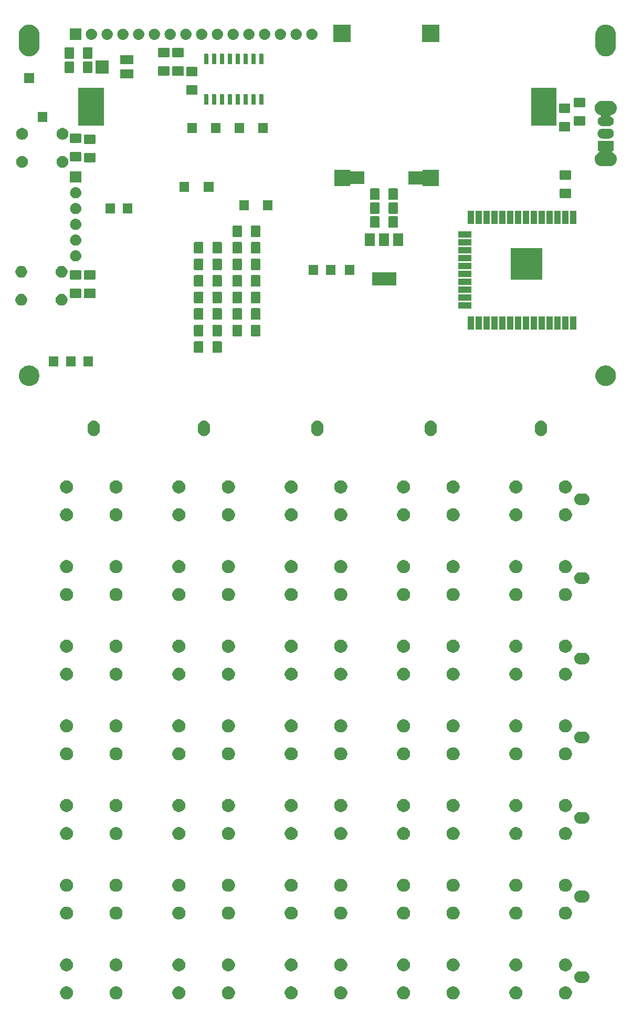
<source format=gts>
G04 #@! TF.GenerationSoftware,KiCad,Pcbnew,(5.1.2)-1*
G04 #@! TF.CreationDate,2020-06-25T14:26:39+02:00*
G04 #@! TF.ProjectId,projet,70726f6a-6574-42e6-9b69-6361645f7063,rev?*
G04 #@! TF.SameCoordinates,Original*
G04 #@! TF.FileFunction,Soldermask,Top*
G04 #@! TF.FilePolarity,Negative*
%FSLAX46Y46*%
G04 Gerber Fmt 4.6, Leading zero omitted, Abs format (unit mm)*
G04 Created by KiCad (PCBNEW (5.1.2)-1) date 2020-06-25 14:26:39*
%MOMM*%
%LPD*%
G04 APERTURE LIST*
%ADD10C,0.100000*%
G04 APERTURE END LIST*
D10*
G36*
X61315564Y-177664389D02*
G01*
X61506833Y-177743615D01*
X61506835Y-177743616D01*
X61678973Y-177858635D01*
X61825365Y-178005027D01*
X61940385Y-178177167D01*
X62019611Y-178368436D01*
X62060000Y-178571484D01*
X62060000Y-178778516D01*
X62019611Y-178981564D01*
X61940385Y-179172833D01*
X61940384Y-179172835D01*
X61825365Y-179344973D01*
X61678973Y-179491365D01*
X61506835Y-179606384D01*
X61506834Y-179606385D01*
X61506833Y-179606385D01*
X61315564Y-179685611D01*
X61112516Y-179726000D01*
X60905484Y-179726000D01*
X60702436Y-179685611D01*
X60511167Y-179606385D01*
X60511166Y-179606385D01*
X60511165Y-179606384D01*
X60339027Y-179491365D01*
X60192635Y-179344973D01*
X60077616Y-179172835D01*
X60077615Y-179172833D01*
X59998389Y-178981564D01*
X59958000Y-178778516D01*
X59958000Y-178571484D01*
X59998389Y-178368436D01*
X60077615Y-178177167D01*
X60192635Y-178005027D01*
X60339027Y-177858635D01*
X60511165Y-177743616D01*
X60511167Y-177743615D01*
X60702436Y-177664389D01*
X60905484Y-177624000D01*
X61112516Y-177624000D01*
X61315564Y-177664389D01*
X61315564Y-177664389D01*
G37*
G36*
X69315564Y-177664389D02*
G01*
X69506833Y-177743615D01*
X69506835Y-177743616D01*
X69678973Y-177858635D01*
X69825365Y-178005027D01*
X69940385Y-178177167D01*
X70019611Y-178368436D01*
X70060000Y-178571484D01*
X70060000Y-178778516D01*
X70019611Y-178981564D01*
X69940385Y-179172833D01*
X69940384Y-179172835D01*
X69825365Y-179344973D01*
X69678973Y-179491365D01*
X69506835Y-179606384D01*
X69506834Y-179606385D01*
X69506833Y-179606385D01*
X69315564Y-179685611D01*
X69112516Y-179726000D01*
X68905484Y-179726000D01*
X68702436Y-179685611D01*
X68511167Y-179606385D01*
X68511166Y-179606385D01*
X68511165Y-179606384D01*
X68339027Y-179491365D01*
X68192635Y-179344973D01*
X68077616Y-179172835D01*
X68077615Y-179172833D01*
X67998389Y-178981564D01*
X67958000Y-178778516D01*
X67958000Y-178571484D01*
X67998389Y-178368436D01*
X68077615Y-178177167D01*
X68192635Y-178005027D01*
X68339027Y-177858635D01*
X68511165Y-177743616D01*
X68511167Y-177743615D01*
X68702436Y-177664389D01*
X68905484Y-177624000D01*
X69112516Y-177624000D01*
X69315564Y-177664389D01*
X69315564Y-177664389D01*
G37*
G36*
X79435564Y-177664389D02*
G01*
X79626833Y-177743615D01*
X79626835Y-177743616D01*
X79798973Y-177858635D01*
X79945365Y-178005027D01*
X80060385Y-178177167D01*
X80139611Y-178368436D01*
X80180000Y-178571484D01*
X80180000Y-178778516D01*
X80139611Y-178981564D01*
X80060385Y-179172833D01*
X80060384Y-179172835D01*
X79945365Y-179344973D01*
X79798973Y-179491365D01*
X79626835Y-179606384D01*
X79626834Y-179606385D01*
X79626833Y-179606385D01*
X79435564Y-179685611D01*
X79232516Y-179726000D01*
X79025484Y-179726000D01*
X78822436Y-179685611D01*
X78631167Y-179606385D01*
X78631166Y-179606385D01*
X78631165Y-179606384D01*
X78459027Y-179491365D01*
X78312635Y-179344973D01*
X78197616Y-179172835D01*
X78197615Y-179172833D01*
X78118389Y-178981564D01*
X78078000Y-178778516D01*
X78078000Y-178571484D01*
X78118389Y-178368436D01*
X78197615Y-178177167D01*
X78312635Y-178005027D01*
X78459027Y-177858635D01*
X78631165Y-177743616D01*
X78631167Y-177743615D01*
X78822436Y-177664389D01*
X79025484Y-177624000D01*
X79232516Y-177624000D01*
X79435564Y-177664389D01*
X79435564Y-177664389D01*
G37*
G36*
X87435564Y-177664389D02*
G01*
X87626833Y-177743615D01*
X87626835Y-177743616D01*
X87798973Y-177858635D01*
X87945365Y-178005027D01*
X88060385Y-178177167D01*
X88139611Y-178368436D01*
X88180000Y-178571484D01*
X88180000Y-178778516D01*
X88139611Y-178981564D01*
X88060385Y-179172833D01*
X88060384Y-179172835D01*
X87945365Y-179344973D01*
X87798973Y-179491365D01*
X87626835Y-179606384D01*
X87626834Y-179606385D01*
X87626833Y-179606385D01*
X87435564Y-179685611D01*
X87232516Y-179726000D01*
X87025484Y-179726000D01*
X86822436Y-179685611D01*
X86631167Y-179606385D01*
X86631166Y-179606385D01*
X86631165Y-179606384D01*
X86459027Y-179491365D01*
X86312635Y-179344973D01*
X86197616Y-179172835D01*
X86197615Y-179172833D01*
X86118389Y-178981564D01*
X86078000Y-178778516D01*
X86078000Y-178571484D01*
X86118389Y-178368436D01*
X86197615Y-178177167D01*
X86312635Y-178005027D01*
X86459027Y-177858635D01*
X86631165Y-177743616D01*
X86631167Y-177743615D01*
X86822436Y-177664389D01*
X87025484Y-177624000D01*
X87232516Y-177624000D01*
X87435564Y-177664389D01*
X87435564Y-177664389D01*
G37*
G36*
X97555564Y-177664389D02*
G01*
X97746833Y-177743615D01*
X97746835Y-177743616D01*
X97918973Y-177858635D01*
X98065365Y-178005027D01*
X98180385Y-178177167D01*
X98259611Y-178368436D01*
X98300000Y-178571484D01*
X98300000Y-178778516D01*
X98259611Y-178981564D01*
X98180385Y-179172833D01*
X98180384Y-179172835D01*
X98065365Y-179344973D01*
X97918973Y-179491365D01*
X97746835Y-179606384D01*
X97746834Y-179606385D01*
X97746833Y-179606385D01*
X97555564Y-179685611D01*
X97352516Y-179726000D01*
X97145484Y-179726000D01*
X96942436Y-179685611D01*
X96751167Y-179606385D01*
X96751166Y-179606385D01*
X96751165Y-179606384D01*
X96579027Y-179491365D01*
X96432635Y-179344973D01*
X96317616Y-179172835D01*
X96317615Y-179172833D01*
X96238389Y-178981564D01*
X96198000Y-178778516D01*
X96198000Y-178571484D01*
X96238389Y-178368436D01*
X96317615Y-178177167D01*
X96432635Y-178005027D01*
X96579027Y-177858635D01*
X96751165Y-177743616D01*
X96751167Y-177743615D01*
X96942436Y-177664389D01*
X97145484Y-177624000D01*
X97352516Y-177624000D01*
X97555564Y-177664389D01*
X97555564Y-177664389D01*
G37*
G36*
X105555564Y-177664389D02*
G01*
X105746833Y-177743615D01*
X105746835Y-177743616D01*
X105918973Y-177858635D01*
X106065365Y-178005027D01*
X106180385Y-178177167D01*
X106259611Y-178368436D01*
X106300000Y-178571484D01*
X106300000Y-178778516D01*
X106259611Y-178981564D01*
X106180385Y-179172833D01*
X106180384Y-179172835D01*
X106065365Y-179344973D01*
X105918973Y-179491365D01*
X105746835Y-179606384D01*
X105746834Y-179606385D01*
X105746833Y-179606385D01*
X105555564Y-179685611D01*
X105352516Y-179726000D01*
X105145484Y-179726000D01*
X104942436Y-179685611D01*
X104751167Y-179606385D01*
X104751166Y-179606385D01*
X104751165Y-179606384D01*
X104579027Y-179491365D01*
X104432635Y-179344973D01*
X104317616Y-179172835D01*
X104317615Y-179172833D01*
X104238389Y-178981564D01*
X104198000Y-178778516D01*
X104198000Y-178571484D01*
X104238389Y-178368436D01*
X104317615Y-178177167D01*
X104432635Y-178005027D01*
X104579027Y-177858635D01*
X104751165Y-177743616D01*
X104751167Y-177743615D01*
X104942436Y-177664389D01*
X105145484Y-177624000D01*
X105352516Y-177624000D01*
X105555564Y-177664389D01*
X105555564Y-177664389D01*
G37*
G36*
X115675564Y-177664389D02*
G01*
X115866833Y-177743615D01*
X115866835Y-177743616D01*
X116038973Y-177858635D01*
X116185365Y-178005027D01*
X116300385Y-178177167D01*
X116379611Y-178368436D01*
X116420000Y-178571484D01*
X116420000Y-178778516D01*
X116379611Y-178981564D01*
X116300385Y-179172833D01*
X116300384Y-179172835D01*
X116185365Y-179344973D01*
X116038973Y-179491365D01*
X115866835Y-179606384D01*
X115866834Y-179606385D01*
X115866833Y-179606385D01*
X115675564Y-179685611D01*
X115472516Y-179726000D01*
X115265484Y-179726000D01*
X115062436Y-179685611D01*
X114871167Y-179606385D01*
X114871166Y-179606385D01*
X114871165Y-179606384D01*
X114699027Y-179491365D01*
X114552635Y-179344973D01*
X114437616Y-179172835D01*
X114437615Y-179172833D01*
X114358389Y-178981564D01*
X114318000Y-178778516D01*
X114318000Y-178571484D01*
X114358389Y-178368436D01*
X114437615Y-178177167D01*
X114552635Y-178005027D01*
X114699027Y-177858635D01*
X114871165Y-177743616D01*
X114871167Y-177743615D01*
X115062436Y-177664389D01*
X115265484Y-177624000D01*
X115472516Y-177624000D01*
X115675564Y-177664389D01*
X115675564Y-177664389D01*
G37*
G36*
X123675564Y-177664389D02*
G01*
X123866833Y-177743615D01*
X123866835Y-177743616D01*
X124038973Y-177858635D01*
X124185365Y-178005027D01*
X124300385Y-178177167D01*
X124379611Y-178368436D01*
X124420000Y-178571484D01*
X124420000Y-178778516D01*
X124379611Y-178981564D01*
X124300385Y-179172833D01*
X124300384Y-179172835D01*
X124185365Y-179344973D01*
X124038973Y-179491365D01*
X123866835Y-179606384D01*
X123866834Y-179606385D01*
X123866833Y-179606385D01*
X123675564Y-179685611D01*
X123472516Y-179726000D01*
X123265484Y-179726000D01*
X123062436Y-179685611D01*
X122871167Y-179606385D01*
X122871166Y-179606385D01*
X122871165Y-179606384D01*
X122699027Y-179491365D01*
X122552635Y-179344973D01*
X122437616Y-179172835D01*
X122437615Y-179172833D01*
X122358389Y-178981564D01*
X122318000Y-178778516D01*
X122318000Y-178571484D01*
X122358389Y-178368436D01*
X122437615Y-178177167D01*
X122552635Y-178005027D01*
X122699027Y-177858635D01*
X122871165Y-177743616D01*
X122871167Y-177743615D01*
X123062436Y-177664389D01*
X123265484Y-177624000D01*
X123472516Y-177624000D01*
X123675564Y-177664389D01*
X123675564Y-177664389D01*
G37*
G36*
X141795564Y-177664389D02*
G01*
X141986833Y-177743615D01*
X141986835Y-177743616D01*
X142158973Y-177858635D01*
X142305365Y-178005027D01*
X142420385Y-178177167D01*
X142499611Y-178368436D01*
X142540000Y-178571484D01*
X142540000Y-178778516D01*
X142499611Y-178981564D01*
X142420385Y-179172833D01*
X142420384Y-179172835D01*
X142305365Y-179344973D01*
X142158973Y-179491365D01*
X141986835Y-179606384D01*
X141986834Y-179606385D01*
X141986833Y-179606385D01*
X141795564Y-179685611D01*
X141592516Y-179726000D01*
X141385484Y-179726000D01*
X141182436Y-179685611D01*
X140991167Y-179606385D01*
X140991166Y-179606385D01*
X140991165Y-179606384D01*
X140819027Y-179491365D01*
X140672635Y-179344973D01*
X140557616Y-179172835D01*
X140557615Y-179172833D01*
X140478389Y-178981564D01*
X140438000Y-178778516D01*
X140438000Y-178571484D01*
X140478389Y-178368436D01*
X140557615Y-178177167D01*
X140672635Y-178005027D01*
X140819027Y-177858635D01*
X140991165Y-177743616D01*
X140991167Y-177743615D01*
X141182436Y-177664389D01*
X141385484Y-177624000D01*
X141592516Y-177624000D01*
X141795564Y-177664389D01*
X141795564Y-177664389D01*
G37*
G36*
X133795564Y-177664389D02*
G01*
X133986833Y-177743615D01*
X133986835Y-177743616D01*
X134158973Y-177858635D01*
X134305365Y-178005027D01*
X134420385Y-178177167D01*
X134499611Y-178368436D01*
X134540000Y-178571484D01*
X134540000Y-178778516D01*
X134499611Y-178981564D01*
X134420385Y-179172833D01*
X134420384Y-179172835D01*
X134305365Y-179344973D01*
X134158973Y-179491365D01*
X133986835Y-179606384D01*
X133986834Y-179606385D01*
X133986833Y-179606385D01*
X133795564Y-179685611D01*
X133592516Y-179726000D01*
X133385484Y-179726000D01*
X133182436Y-179685611D01*
X132991167Y-179606385D01*
X132991166Y-179606385D01*
X132991165Y-179606384D01*
X132819027Y-179491365D01*
X132672635Y-179344973D01*
X132557616Y-179172835D01*
X132557615Y-179172833D01*
X132478389Y-178981564D01*
X132438000Y-178778516D01*
X132438000Y-178571484D01*
X132478389Y-178368436D01*
X132557615Y-178177167D01*
X132672635Y-178005027D01*
X132819027Y-177858635D01*
X132991165Y-177743616D01*
X132991167Y-177743615D01*
X133182436Y-177664389D01*
X133385484Y-177624000D01*
X133592516Y-177624000D01*
X133795564Y-177664389D01*
X133795564Y-177664389D01*
G37*
G36*
X144631425Y-175211760D02*
G01*
X144631428Y-175211761D01*
X144631429Y-175211761D01*
X144810693Y-175266140D01*
X144810696Y-175266142D01*
X144810697Y-175266142D01*
X144975903Y-175354446D01*
X145120712Y-175473288D01*
X145239554Y-175618097D01*
X145327858Y-175783303D01*
X145327860Y-175783307D01*
X145382239Y-175962571D01*
X145382240Y-175962575D01*
X145400601Y-176149000D01*
X145382240Y-176335425D01*
X145382239Y-176335428D01*
X145382239Y-176335429D01*
X145327860Y-176514693D01*
X145327858Y-176514696D01*
X145327858Y-176514697D01*
X145239554Y-176679903D01*
X145120712Y-176824712D01*
X144975903Y-176943554D01*
X144810697Y-177031858D01*
X144810693Y-177031860D01*
X144631429Y-177086239D01*
X144631428Y-177086239D01*
X144631425Y-177086240D01*
X144491718Y-177100000D01*
X143798282Y-177100000D01*
X143658575Y-177086240D01*
X143658572Y-177086239D01*
X143658571Y-177086239D01*
X143479307Y-177031860D01*
X143479303Y-177031858D01*
X143314097Y-176943554D01*
X143169288Y-176824712D01*
X143050446Y-176679903D01*
X142962142Y-176514697D01*
X142962142Y-176514696D01*
X142962140Y-176514693D01*
X142907761Y-176335429D01*
X142907761Y-176335428D01*
X142907760Y-176335425D01*
X142889399Y-176149000D01*
X142907760Y-175962575D01*
X142907761Y-175962571D01*
X142962140Y-175783307D01*
X142962142Y-175783303D01*
X143050446Y-175618097D01*
X143169288Y-175473288D01*
X143314097Y-175354446D01*
X143479303Y-175266142D01*
X143479304Y-175266142D01*
X143479307Y-175266140D01*
X143658571Y-175211761D01*
X143658572Y-175211761D01*
X143658575Y-175211760D01*
X143798282Y-175198000D01*
X144491718Y-175198000D01*
X144631425Y-175211760D01*
X144631425Y-175211760D01*
G37*
G36*
X69315564Y-173164389D02*
G01*
X69506833Y-173243615D01*
X69506835Y-173243616D01*
X69678973Y-173358635D01*
X69825365Y-173505027D01*
X69940385Y-173677167D01*
X70019611Y-173868436D01*
X70060000Y-174071484D01*
X70060000Y-174278516D01*
X70019611Y-174481564D01*
X69940385Y-174672833D01*
X69940384Y-174672835D01*
X69825365Y-174844973D01*
X69678973Y-174991365D01*
X69506835Y-175106384D01*
X69506834Y-175106385D01*
X69506833Y-175106385D01*
X69315564Y-175185611D01*
X69112516Y-175226000D01*
X68905484Y-175226000D01*
X68702436Y-175185611D01*
X68511167Y-175106385D01*
X68511166Y-175106385D01*
X68511165Y-175106384D01*
X68339027Y-174991365D01*
X68192635Y-174844973D01*
X68077616Y-174672835D01*
X68077615Y-174672833D01*
X67998389Y-174481564D01*
X67958000Y-174278516D01*
X67958000Y-174071484D01*
X67998389Y-173868436D01*
X68077615Y-173677167D01*
X68192635Y-173505027D01*
X68339027Y-173358635D01*
X68511165Y-173243616D01*
X68511167Y-173243615D01*
X68702436Y-173164389D01*
X68905484Y-173124000D01*
X69112516Y-173124000D01*
X69315564Y-173164389D01*
X69315564Y-173164389D01*
G37*
G36*
X133795564Y-173164389D02*
G01*
X133986833Y-173243615D01*
X133986835Y-173243616D01*
X134158973Y-173358635D01*
X134305365Y-173505027D01*
X134420385Y-173677167D01*
X134499611Y-173868436D01*
X134540000Y-174071484D01*
X134540000Y-174278516D01*
X134499611Y-174481564D01*
X134420385Y-174672833D01*
X134420384Y-174672835D01*
X134305365Y-174844973D01*
X134158973Y-174991365D01*
X133986835Y-175106384D01*
X133986834Y-175106385D01*
X133986833Y-175106385D01*
X133795564Y-175185611D01*
X133592516Y-175226000D01*
X133385484Y-175226000D01*
X133182436Y-175185611D01*
X132991167Y-175106385D01*
X132991166Y-175106385D01*
X132991165Y-175106384D01*
X132819027Y-174991365D01*
X132672635Y-174844973D01*
X132557616Y-174672835D01*
X132557615Y-174672833D01*
X132478389Y-174481564D01*
X132438000Y-174278516D01*
X132438000Y-174071484D01*
X132478389Y-173868436D01*
X132557615Y-173677167D01*
X132672635Y-173505027D01*
X132819027Y-173358635D01*
X132991165Y-173243616D01*
X132991167Y-173243615D01*
X133182436Y-173164389D01*
X133385484Y-173124000D01*
X133592516Y-173124000D01*
X133795564Y-173164389D01*
X133795564Y-173164389D01*
G37*
G36*
X123675564Y-173164389D02*
G01*
X123866833Y-173243615D01*
X123866835Y-173243616D01*
X124038973Y-173358635D01*
X124185365Y-173505027D01*
X124300385Y-173677167D01*
X124379611Y-173868436D01*
X124420000Y-174071484D01*
X124420000Y-174278516D01*
X124379611Y-174481564D01*
X124300385Y-174672833D01*
X124300384Y-174672835D01*
X124185365Y-174844973D01*
X124038973Y-174991365D01*
X123866835Y-175106384D01*
X123866834Y-175106385D01*
X123866833Y-175106385D01*
X123675564Y-175185611D01*
X123472516Y-175226000D01*
X123265484Y-175226000D01*
X123062436Y-175185611D01*
X122871167Y-175106385D01*
X122871166Y-175106385D01*
X122871165Y-175106384D01*
X122699027Y-174991365D01*
X122552635Y-174844973D01*
X122437616Y-174672835D01*
X122437615Y-174672833D01*
X122358389Y-174481564D01*
X122318000Y-174278516D01*
X122318000Y-174071484D01*
X122358389Y-173868436D01*
X122437615Y-173677167D01*
X122552635Y-173505027D01*
X122699027Y-173358635D01*
X122871165Y-173243616D01*
X122871167Y-173243615D01*
X123062436Y-173164389D01*
X123265484Y-173124000D01*
X123472516Y-173124000D01*
X123675564Y-173164389D01*
X123675564Y-173164389D01*
G37*
G36*
X115675564Y-173164389D02*
G01*
X115866833Y-173243615D01*
X115866835Y-173243616D01*
X116038973Y-173358635D01*
X116185365Y-173505027D01*
X116300385Y-173677167D01*
X116379611Y-173868436D01*
X116420000Y-174071484D01*
X116420000Y-174278516D01*
X116379611Y-174481564D01*
X116300385Y-174672833D01*
X116300384Y-174672835D01*
X116185365Y-174844973D01*
X116038973Y-174991365D01*
X115866835Y-175106384D01*
X115866834Y-175106385D01*
X115866833Y-175106385D01*
X115675564Y-175185611D01*
X115472516Y-175226000D01*
X115265484Y-175226000D01*
X115062436Y-175185611D01*
X114871167Y-175106385D01*
X114871166Y-175106385D01*
X114871165Y-175106384D01*
X114699027Y-174991365D01*
X114552635Y-174844973D01*
X114437616Y-174672835D01*
X114437615Y-174672833D01*
X114358389Y-174481564D01*
X114318000Y-174278516D01*
X114318000Y-174071484D01*
X114358389Y-173868436D01*
X114437615Y-173677167D01*
X114552635Y-173505027D01*
X114699027Y-173358635D01*
X114871165Y-173243616D01*
X114871167Y-173243615D01*
X115062436Y-173164389D01*
X115265484Y-173124000D01*
X115472516Y-173124000D01*
X115675564Y-173164389D01*
X115675564Y-173164389D01*
G37*
G36*
X105555564Y-173164389D02*
G01*
X105746833Y-173243615D01*
X105746835Y-173243616D01*
X105918973Y-173358635D01*
X106065365Y-173505027D01*
X106180385Y-173677167D01*
X106259611Y-173868436D01*
X106300000Y-174071484D01*
X106300000Y-174278516D01*
X106259611Y-174481564D01*
X106180385Y-174672833D01*
X106180384Y-174672835D01*
X106065365Y-174844973D01*
X105918973Y-174991365D01*
X105746835Y-175106384D01*
X105746834Y-175106385D01*
X105746833Y-175106385D01*
X105555564Y-175185611D01*
X105352516Y-175226000D01*
X105145484Y-175226000D01*
X104942436Y-175185611D01*
X104751167Y-175106385D01*
X104751166Y-175106385D01*
X104751165Y-175106384D01*
X104579027Y-174991365D01*
X104432635Y-174844973D01*
X104317616Y-174672835D01*
X104317615Y-174672833D01*
X104238389Y-174481564D01*
X104198000Y-174278516D01*
X104198000Y-174071484D01*
X104238389Y-173868436D01*
X104317615Y-173677167D01*
X104432635Y-173505027D01*
X104579027Y-173358635D01*
X104751165Y-173243616D01*
X104751167Y-173243615D01*
X104942436Y-173164389D01*
X105145484Y-173124000D01*
X105352516Y-173124000D01*
X105555564Y-173164389D01*
X105555564Y-173164389D01*
G37*
G36*
X97555564Y-173164389D02*
G01*
X97746833Y-173243615D01*
X97746835Y-173243616D01*
X97918973Y-173358635D01*
X98065365Y-173505027D01*
X98180385Y-173677167D01*
X98259611Y-173868436D01*
X98300000Y-174071484D01*
X98300000Y-174278516D01*
X98259611Y-174481564D01*
X98180385Y-174672833D01*
X98180384Y-174672835D01*
X98065365Y-174844973D01*
X97918973Y-174991365D01*
X97746835Y-175106384D01*
X97746834Y-175106385D01*
X97746833Y-175106385D01*
X97555564Y-175185611D01*
X97352516Y-175226000D01*
X97145484Y-175226000D01*
X96942436Y-175185611D01*
X96751167Y-175106385D01*
X96751166Y-175106385D01*
X96751165Y-175106384D01*
X96579027Y-174991365D01*
X96432635Y-174844973D01*
X96317616Y-174672835D01*
X96317615Y-174672833D01*
X96238389Y-174481564D01*
X96198000Y-174278516D01*
X96198000Y-174071484D01*
X96238389Y-173868436D01*
X96317615Y-173677167D01*
X96432635Y-173505027D01*
X96579027Y-173358635D01*
X96751165Y-173243616D01*
X96751167Y-173243615D01*
X96942436Y-173164389D01*
X97145484Y-173124000D01*
X97352516Y-173124000D01*
X97555564Y-173164389D01*
X97555564Y-173164389D01*
G37*
G36*
X87435564Y-173164389D02*
G01*
X87626833Y-173243615D01*
X87626835Y-173243616D01*
X87798973Y-173358635D01*
X87945365Y-173505027D01*
X88060385Y-173677167D01*
X88139611Y-173868436D01*
X88180000Y-174071484D01*
X88180000Y-174278516D01*
X88139611Y-174481564D01*
X88060385Y-174672833D01*
X88060384Y-174672835D01*
X87945365Y-174844973D01*
X87798973Y-174991365D01*
X87626835Y-175106384D01*
X87626834Y-175106385D01*
X87626833Y-175106385D01*
X87435564Y-175185611D01*
X87232516Y-175226000D01*
X87025484Y-175226000D01*
X86822436Y-175185611D01*
X86631167Y-175106385D01*
X86631166Y-175106385D01*
X86631165Y-175106384D01*
X86459027Y-174991365D01*
X86312635Y-174844973D01*
X86197616Y-174672835D01*
X86197615Y-174672833D01*
X86118389Y-174481564D01*
X86078000Y-174278516D01*
X86078000Y-174071484D01*
X86118389Y-173868436D01*
X86197615Y-173677167D01*
X86312635Y-173505027D01*
X86459027Y-173358635D01*
X86631165Y-173243616D01*
X86631167Y-173243615D01*
X86822436Y-173164389D01*
X87025484Y-173124000D01*
X87232516Y-173124000D01*
X87435564Y-173164389D01*
X87435564Y-173164389D01*
G37*
G36*
X79435564Y-173164389D02*
G01*
X79626833Y-173243615D01*
X79626835Y-173243616D01*
X79798973Y-173358635D01*
X79945365Y-173505027D01*
X80060385Y-173677167D01*
X80139611Y-173868436D01*
X80180000Y-174071484D01*
X80180000Y-174278516D01*
X80139611Y-174481564D01*
X80060385Y-174672833D01*
X80060384Y-174672835D01*
X79945365Y-174844973D01*
X79798973Y-174991365D01*
X79626835Y-175106384D01*
X79626834Y-175106385D01*
X79626833Y-175106385D01*
X79435564Y-175185611D01*
X79232516Y-175226000D01*
X79025484Y-175226000D01*
X78822436Y-175185611D01*
X78631167Y-175106385D01*
X78631166Y-175106385D01*
X78631165Y-175106384D01*
X78459027Y-174991365D01*
X78312635Y-174844973D01*
X78197616Y-174672835D01*
X78197615Y-174672833D01*
X78118389Y-174481564D01*
X78078000Y-174278516D01*
X78078000Y-174071484D01*
X78118389Y-173868436D01*
X78197615Y-173677167D01*
X78312635Y-173505027D01*
X78459027Y-173358635D01*
X78631165Y-173243616D01*
X78631167Y-173243615D01*
X78822436Y-173164389D01*
X79025484Y-173124000D01*
X79232516Y-173124000D01*
X79435564Y-173164389D01*
X79435564Y-173164389D01*
G37*
G36*
X61315564Y-173164389D02*
G01*
X61506833Y-173243615D01*
X61506835Y-173243616D01*
X61678973Y-173358635D01*
X61825365Y-173505027D01*
X61940385Y-173677167D01*
X62019611Y-173868436D01*
X62060000Y-174071484D01*
X62060000Y-174278516D01*
X62019611Y-174481564D01*
X61940385Y-174672833D01*
X61940384Y-174672835D01*
X61825365Y-174844973D01*
X61678973Y-174991365D01*
X61506835Y-175106384D01*
X61506834Y-175106385D01*
X61506833Y-175106385D01*
X61315564Y-175185611D01*
X61112516Y-175226000D01*
X60905484Y-175226000D01*
X60702436Y-175185611D01*
X60511167Y-175106385D01*
X60511166Y-175106385D01*
X60511165Y-175106384D01*
X60339027Y-174991365D01*
X60192635Y-174844973D01*
X60077616Y-174672835D01*
X60077615Y-174672833D01*
X59998389Y-174481564D01*
X59958000Y-174278516D01*
X59958000Y-174071484D01*
X59998389Y-173868436D01*
X60077615Y-173677167D01*
X60192635Y-173505027D01*
X60339027Y-173358635D01*
X60511165Y-173243616D01*
X60511167Y-173243615D01*
X60702436Y-173164389D01*
X60905484Y-173124000D01*
X61112516Y-173124000D01*
X61315564Y-173164389D01*
X61315564Y-173164389D01*
G37*
G36*
X141795564Y-173164389D02*
G01*
X141986833Y-173243615D01*
X141986835Y-173243616D01*
X142158973Y-173358635D01*
X142305365Y-173505027D01*
X142420385Y-173677167D01*
X142499611Y-173868436D01*
X142540000Y-174071484D01*
X142540000Y-174278516D01*
X142499611Y-174481564D01*
X142420385Y-174672833D01*
X142420384Y-174672835D01*
X142305365Y-174844973D01*
X142158973Y-174991365D01*
X141986835Y-175106384D01*
X141986834Y-175106385D01*
X141986833Y-175106385D01*
X141795564Y-175185611D01*
X141592516Y-175226000D01*
X141385484Y-175226000D01*
X141182436Y-175185611D01*
X140991167Y-175106385D01*
X140991166Y-175106385D01*
X140991165Y-175106384D01*
X140819027Y-174991365D01*
X140672635Y-174844973D01*
X140557616Y-174672835D01*
X140557615Y-174672833D01*
X140478389Y-174481564D01*
X140438000Y-174278516D01*
X140438000Y-174071484D01*
X140478389Y-173868436D01*
X140557615Y-173677167D01*
X140672635Y-173505027D01*
X140819027Y-173358635D01*
X140991165Y-173243616D01*
X140991167Y-173243615D01*
X141182436Y-173164389D01*
X141385484Y-173124000D01*
X141592516Y-173124000D01*
X141795564Y-173164389D01*
X141795564Y-173164389D01*
G37*
G36*
X115675564Y-164834389D02*
G01*
X115866833Y-164913615D01*
X115866835Y-164913616D01*
X116038973Y-165028635D01*
X116185365Y-165175027D01*
X116300385Y-165347167D01*
X116379611Y-165538436D01*
X116420000Y-165741484D01*
X116420000Y-165948516D01*
X116379611Y-166151564D01*
X116300385Y-166342833D01*
X116300384Y-166342835D01*
X116185365Y-166514973D01*
X116038973Y-166661365D01*
X115866835Y-166776384D01*
X115866834Y-166776385D01*
X115866833Y-166776385D01*
X115675564Y-166855611D01*
X115472516Y-166896000D01*
X115265484Y-166896000D01*
X115062436Y-166855611D01*
X114871167Y-166776385D01*
X114871166Y-166776385D01*
X114871165Y-166776384D01*
X114699027Y-166661365D01*
X114552635Y-166514973D01*
X114437616Y-166342835D01*
X114437615Y-166342833D01*
X114358389Y-166151564D01*
X114318000Y-165948516D01*
X114318000Y-165741484D01*
X114358389Y-165538436D01*
X114437615Y-165347167D01*
X114552635Y-165175027D01*
X114699027Y-165028635D01*
X114871165Y-164913616D01*
X114871167Y-164913615D01*
X115062436Y-164834389D01*
X115265484Y-164794000D01*
X115472516Y-164794000D01*
X115675564Y-164834389D01*
X115675564Y-164834389D01*
G37*
G36*
X61315564Y-164834389D02*
G01*
X61506833Y-164913615D01*
X61506835Y-164913616D01*
X61678973Y-165028635D01*
X61825365Y-165175027D01*
X61940385Y-165347167D01*
X62019611Y-165538436D01*
X62060000Y-165741484D01*
X62060000Y-165948516D01*
X62019611Y-166151564D01*
X61940385Y-166342833D01*
X61940384Y-166342835D01*
X61825365Y-166514973D01*
X61678973Y-166661365D01*
X61506835Y-166776384D01*
X61506834Y-166776385D01*
X61506833Y-166776385D01*
X61315564Y-166855611D01*
X61112516Y-166896000D01*
X60905484Y-166896000D01*
X60702436Y-166855611D01*
X60511167Y-166776385D01*
X60511166Y-166776385D01*
X60511165Y-166776384D01*
X60339027Y-166661365D01*
X60192635Y-166514973D01*
X60077616Y-166342835D01*
X60077615Y-166342833D01*
X59998389Y-166151564D01*
X59958000Y-165948516D01*
X59958000Y-165741484D01*
X59998389Y-165538436D01*
X60077615Y-165347167D01*
X60192635Y-165175027D01*
X60339027Y-165028635D01*
X60511165Y-164913616D01*
X60511167Y-164913615D01*
X60702436Y-164834389D01*
X60905484Y-164794000D01*
X61112516Y-164794000D01*
X61315564Y-164834389D01*
X61315564Y-164834389D01*
G37*
G36*
X69315564Y-164834389D02*
G01*
X69506833Y-164913615D01*
X69506835Y-164913616D01*
X69678973Y-165028635D01*
X69825365Y-165175027D01*
X69940385Y-165347167D01*
X70019611Y-165538436D01*
X70060000Y-165741484D01*
X70060000Y-165948516D01*
X70019611Y-166151564D01*
X69940385Y-166342833D01*
X69940384Y-166342835D01*
X69825365Y-166514973D01*
X69678973Y-166661365D01*
X69506835Y-166776384D01*
X69506834Y-166776385D01*
X69506833Y-166776385D01*
X69315564Y-166855611D01*
X69112516Y-166896000D01*
X68905484Y-166896000D01*
X68702436Y-166855611D01*
X68511167Y-166776385D01*
X68511166Y-166776385D01*
X68511165Y-166776384D01*
X68339027Y-166661365D01*
X68192635Y-166514973D01*
X68077616Y-166342835D01*
X68077615Y-166342833D01*
X67998389Y-166151564D01*
X67958000Y-165948516D01*
X67958000Y-165741484D01*
X67998389Y-165538436D01*
X68077615Y-165347167D01*
X68192635Y-165175027D01*
X68339027Y-165028635D01*
X68511165Y-164913616D01*
X68511167Y-164913615D01*
X68702436Y-164834389D01*
X68905484Y-164794000D01*
X69112516Y-164794000D01*
X69315564Y-164834389D01*
X69315564Y-164834389D01*
G37*
G36*
X79435564Y-164834389D02*
G01*
X79626833Y-164913615D01*
X79626835Y-164913616D01*
X79798973Y-165028635D01*
X79945365Y-165175027D01*
X80060385Y-165347167D01*
X80139611Y-165538436D01*
X80180000Y-165741484D01*
X80180000Y-165948516D01*
X80139611Y-166151564D01*
X80060385Y-166342833D01*
X80060384Y-166342835D01*
X79945365Y-166514973D01*
X79798973Y-166661365D01*
X79626835Y-166776384D01*
X79626834Y-166776385D01*
X79626833Y-166776385D01*
X79435564Y-166855611D01*
X79232516Y-166896000D01*
X79025484Y-166896000D01*
X78822436Y-166855611D01*
X78631167Y-166776385D01*
X78631166Y-166776385D01*
X78631165Y-166776384D01*
X78459027Y-166661365D01*
X78312635Y-166514973D01*
X78197616Y-166342835D01*
X78197615Y-166342833D01*
X78118389Y-166151564D01*
X78078000Y-165948516D01*
X78078000Y-165741484D01*
X78118389Y-165538436D01*
X78197615Y-165347167D01*
X78312635Y-165175027D01*
X78459027Y-165028635D01*
X78631165Y-164913616D01*
X78631167Y-164913615D01*
X78822436Y-164834389D01*
X79025484Y-164794000D01*
X79232516Y-164794000D01*
X79435564Y-164834389D01*
X79435564Y-164834389D01*
G37*
G36*
X133795564Y-164834389D02*
G01*
X133986833Y-164913615D01*
X133986835Y-164913616D01*
X134158973Y-165028635D01*
X134305365Y-165175027D01*
X134420385Y-165347167D01*
X134499611Y-165538436D01*
X134540000Y-165741484D01*
X134540000Y-165948516D01*
X134499611Y-166151564D01*
X134420385Y-166342833D01*
X134420384Y-166342835D01*
X134305365Y-166514973D01*
X134158973Y-166661365D01*
X133986835Y-166776384D01*
X133986834Y-166776385D01*
X133986833Y-166776385D01*
X133795564Y-166855611D01*
X133592516Y-166896000D01*
X133385484Y-166896000D01*
X133182436Y-166855611D01*
X132991167Y-166776385D01*
X132991166Y-166776385D01*
X132991165Y-166776384D01*
X132819027Y-166661365D01*
X132672635Y-166514973D01*
X132557616Y-166342835D01*
X132557615Y-166342833D01*
X132478389Y-166151564D01*
X132438000Y-165948516D01*
X132438000Y-165741484D01*
X132478389Y-165538436D01*
X132557615Y-165347167D01*
X132672635Y-165175027D01*
X132819027Y-165028635D01*
X132991165Y-164913616D01*
X132991167Y-164913615D01*
X133182436Y-164834389D01*
X133385484Y-164794000D01*
X133592516Y-164794000D01*
X133795564Y-164834389D01*
X133795564Y-164834389D01*
G37*
G36*
X87435564Y-164834389D02*
G01*
X87626833Y-164913615D01*
X87626835Y-164913616D01*
X87798973Y-165028635D01*
X87945365Y-165175027D01*
X88060385Y-165347167D01*
X88139611Y-165538436D01*
X88180000Y-165741484D01*
X88180000Y-165948516D01*
X88139611Y-166151564D01*
X88060385Y-166342833D01*
X88060384Y-166342835D01*
X87945365Y-166514973D01*
X87798973Y-166661365D01*
X87626835Y-166776384D01*
X87626834Y-166776385D01*
X87626833Y-166776385D01*
X87435564Y-166855611D01*
X87232516Y-166896000D01*
X87025484Y-166896000D01*
X86822436Y-166855611D01*
X86631167Y-166776385D01*
X86631166Y-166776385D01*
X86631165Y-166776384D01*
X86459027Y-166661365D01*
X86312635Y-166514973D01*
X86197616Y-166342835D01*
X86197615Y-166342833D01*
X86118389Y-166151564D01*
X86078000Y-165948516D01*
X86078000Y-165741484D01*
X86118389Y-165538436D01*
X86197615Y-165347167D01*
X86312635Y-165175027D01*
X86459027Y-165028635D01*
X86631165Y-164913616D01*
X86631167Y-164913615D01*
X86822436Y-164834389D01*
X87025484Y-164794000D01*
X87232516Y-164794000D01*
X87435564Y-164834389D01*
X87435564Y-164834389D01*
G37*
G36*
X123675564Y-164834389D02*
G01*
X123866833Y-164913615D01*
X123866835Y-164913616D01*
X124038973Y-165028635D01*
X124185365Y-165175027D01*
X124300385Y-165347167D01*
X124379611Y-165538436D01*
X124420000Y-165741484D01*
X124420000Y-165948516D01*
X124379611Y-166151564D01*
X124300385Y-166342833D01*
X124300384Y-166342835D01*
X124185365Y-166514973D01*
X124038973Y-166661365D01*
X123866835Y-166776384D01*
X123866834Y-166776385D01*
X123866833Y-166776385D01*
X123675564Y-166855611D01*
X123472516Y-166896000D01*
X123265484Y-166896000D01*
X123062436Y-166855611D01*
X122871167Y-166776385D01*
X122871166Y-166776385D01*
X122871165Y-166776384D01*
X122699027Y-166661365D01*
X122552635Y-166514973D01*
X122437616Y-166342835D01*
X122437615Y-166342833D01*
X122358389Y-166151564D01*
X122318000Y-165948516D01*
X122318000Y-165741484D01*
X122358389Y-165538436D01*
X122437615Y-165347167D01*
X122552635Y-165175027D01*
X122699027Y-165028635D01*
X122871165Y-164913616D01*
X122871167Y-164913615D01*
X123062436Y-164834389D01*
X123265484Y-164794000D01*
X123472516Y-164794000D01*
X123675564Y-164834389D01*
X123675564Y-164834389D01*
G37*
G36*
X97555564Y-164834389D02*
G01*
X97746833Y-164913615D01*
X97746835Y-164913616D01*
X97918973Y-165028635D01*
X98065365Y-165175027D01*
X98180385Y-165347167D01*
X98259611Y-165538436D01*
X98300000Y-165741484D01*
X98300000Y-165948516D01*
X98259611Y-166151564D01*
X98180385Y-166342833D01*
X98180384Y-166342835D01*
X98065365Y-166514973D01*
X97918973Y-166661365D01*
X97746835Y-166776384D01*
X97746834Y-166776385D01*
X97746833Y-166776385D01*
X97555564Y-166855611D01*
X97352516Y-166896000D01*
X97145484Y-166896000D01*
X96942436Y-166855611D01*
X96751167Y-166776385D01*
X96751166Y-166776385D01*
X96751165Y-166776384D01*
X96579027Y-166661365D01*
X96432635Y-166514973D01*
X96317616Y-166342835D01*
X96317615Y-166342833D01*
X96238389Y-166151564D01*
X96198000Y-165948516D01*
X96198000Y-165741484D01*
X96238389Y-165538436D01*
X96317615Y-165347167D01*
X96432635Y-165175027D01*
X96579027Y-165028635D01*
X96751165Y-164913616D01*
X96751167Y-164913615D01*
X96942436Y-164834389D01*
X97145484Y-164794000D01*
X97352516Y-164794000D01*
X97555564Y-164834389D01*
X97555564Y-164834389D01*
G37*
G36*
X105555564Y-164834389D02*
G01*
X105746833Y-164913615D01*
X105746835Y-164913616D01*
X105918973Y-165028635D01*
X106065365Y-165175027D01*
X106180385Y-165347167D01*
X106259611Y-165538436D01*
X106300000Y-165741484D01*
X106300000Y-165948516D01*
X106259611Y-166151564D01*
X106180385Y-166342833D01*
X106180384Y-166342835D01*
X106065365Y-166514973D01*
X105918973Y-166661365D01*
X105746835Y-166776384D01*
X105746834Y-166776385D01*
X105746833Y-166776385D01*
X105555564Y-166855611D01*
X105352516Y-166896000D01*
X105145484Y-166896000D01*
X104942436Y-166855611D01*
X104751167Y-166776385D01*
X104751166Y-166776385D01*
X104751165Y-166776384D01*
X104579027Y-166661365D01*
X104432635Y-166514973D01*
X104317616Y-166342835D01*
X104317615Y-166342833D01*
X104238389Y-166151564D01*
X104198000Y-165948516D01*
X104198000Y-165741484D01*
X104238389Y-165538436D01*
X104317615Y-165347167D01*
X104432635Y-165175027D01*
X104579027Y-165028635D01*
X104751165Y-164913616D01*
X104751167Y-164913615D01*
X104942436Y-164834389D01*
X105145484Y-164794000D01*
X105352516Y-164794000D01*
X105555564Y-164834389D01*
X105555564Y-164834389D01*
G37*
G36*
X141795564Y-164834389D02*
G01*
X141986833Y-164913615D01*
X141986835Y-164913616D01*
X142158973Y-165028635D01*
X142305365Y-165175027D01*
X142420385Y-165347167D01*
X142499611Y-165538436D01*
X142540000Y-165741484D01*
X142540000Y-165948516D01*
X142499611Y-166151564D01*
X142420385Y-166342833D01*
X142420384Y-166342835D01*
X142305365Y-166514973D01*
X142158973Y-166661365D01*
X141986835Y-166776384D01*
X141986834Y-166776385D01*
X141986833Y-166776385D01*
X141795564Y-166855611D01*
X141592516Y-166896000D01*
X141385484Y-166896000D01*
X141182436Y-166855611D01*
X140991167Y-166776385D01*
X140991166Y-166776385D01*
X140991165Y-166776384D01*
X140819027Y-166661365D01*
X140672635Y-166514973D01*
X140557616Y-166342835D01*
X140557615Y-166342833D01*
X140478389Y-166151564D01*
X140438000Y-165948516D01*
X140438000Y-165741484D01*
X140478389Y-165538436D01*
X140557615Y-165347167D01*
X140672635Y-165175027D01*
X140819027Y-165028635D01*
X140991165Y-164913616D01*
X140991167Y-164913615D01*
X141182436Y-164834389D01*
X141385484Y-164794000D01*
X141592516Y-164794000D01*
X141795564Y-164834389D01*
X141795564Y-164834389D01*
G37*
G36*
X144631425Y-162231760D02*
G01*
X144631428Y-162231761D01*
X144631429Y-162231761D01*
X144810693Y-162286140D01*
X144810696Y-162286142D01*
X144810697Y-162286142D01*
X144975903Y-162374446D01*
X145120712Y-162493288D01*
X145239554Y-162638097D01*
X145327858Y-162803303D01*
X145327860Y-162803307D01*
X145382239Y-162982571D01*
X145382240Y-162982575D01*
X145400601Y-163169000D01*
X145382240Y-163355425D01*
X145382239Y-163355428D01*
X145382239Y-163355429D01*
X145327860Y-163534693D01*
X145327858Y-163534696D01*
X145327858Y-163534697D01*
X145239554Y-163699903D01*
X145120712Y-163844712D01*
X144975903Y-163963554D01*
X144810697Y-164051858D01*
X144810693Y-164051860D01*
X144631429Y-164106239D01*
X144631428Y-164106239D01*
X144631425Y-164106240D01*
X144491718Y-164120000D01*
X143798282Y-164120000D01*
X143658575Y-164106240D01*
X143658572Y-164106239D01*
X143658571Y-164106239D01*
X143479307Y-164051860D01*
X143479303Y-164051858D01*
X143314097Y-163963554D01*
X143169288Y-163844712D01*
X143050446Y-163699903D01*
X142962142Y-163534697D01*
X142962142Y-163534696D01*
X142962140Y-163534693D01*
X142907761Y-163355429D01*
X142907761Y-163355428D01*
X142907760Y-163355425D01*
X142889399Y-163169000D01*
X142907760Y-162982575D01*
X142907761Y-162982571D01*
X142962140Y-162803307D01*
X142962142Y-162803303D01*
X143050446Y-162638097D01*
X143169288Y-162493288D01*
X143314097Y-162374446D01*
X143479303Y-162286142D01*
X143479304Y-162286142D01*
X143479307Y-162286140D01*
X143658571Y-162231761D01*
X143658572Y-162231761D01*
X143658575Y-162231760D01*
X143798282Y-162218000D01*
X144491718Y-162218000D01*
X144631425Y-162231760D01*
X144631425Y-162231760D01*
G37*
G36*
X79435564Y-160334389D02*
G01*
X79626833Y-160413615D01*
X79626835Y-160413616D01*
X79798973Y-160528635D01*
X79945365Y-160675027D01*
X80060385Y-160847167D01*
X80139611Y-161038436D01*
X80180000Y-161241484D01*
X80180000Y-161448516D01*
X80139611Y-161651564D01*
X80060385Y-161842833D01*
X80060384Y-161842835D01*
X79945365Y-162014973D01*
X79798973Y-162161365D01*
X79626835Y-162276384D01*
X79626834Y-162276385D01*
X79626833Y-162276385D01*
X79435564Y-162355611D01*
X79232516Y-162396000D01*
X79025484Y-162396000D01*
X78822436Y-162355611D01*
X78631167Y-162276385D01*
X78631166Y-162276385D01*
X78631165Y-162276384D01*
X78459027Y-162161365D01*
X78312635Y-162014973D01*
X78197616Y-161842835D01*
X78197615Y-161842833D01*
X78118389Y-161651564D01*
X78078000Y-161448516D01*
X78078000Y-161241484D01*
X78118389Y-161038436D01*
X78197615Y-160847167D01*
X78312635Y-160675027D01*
X78459027Y-160528635D01*
X78631165Y-160413616D01*
X78631167Y-160413615D01*
X78822436Y-160334389D01*
X79025484Y-160294000D01*
X79232516Y-160294000D01*
X79435564Y-160334389D01*
X79435564Y-160334389D01*
G37*
G36*
X115675564Y-160334389D02*
G01*
X115866833Y-160413615D01*
X115866835Y-160413616D01*
X116038973Y-160528635D01*
X116185365Y-160675027D01*
X116300385Y-160847167D01*
X116379611Y-161038436D01*
X116420000Y-161241484D01*
X116420000Y-161448516D01*
X116379611Y-161651564D01*
X116300385Y-161842833D01*
X116300384Y-161842835D01*
X116185365Y-162014973D01*
X116038973Y-162161365D01*
X115866835Y-162276384D01*
X115866834Y-162276385D01*
X115866833Y-162276385D01*
X115675564Y-162355611D01*
X115472516Y-162396000D01*
X115265484Y-162396000D01*
X115062436Y-162355611D01*
X114871167Y-162276385D01*
X114871166Y-162276385D01*
X114871165Y-162276384D01*
X114699027Y-162161365D01*
X114552635Y-162014973D01*
X114437616Y-161842835D01*
X114437615Y-161842833D01*
X114358389Y-161651564D01*
X114318000Y-161448516D01*
X114318000Y-161241484D01*
X114358389Y-161038436D01*
X114437615Y-160847167D01*
X114552635Y-160675027D01*
X114699027Y-160528635D01*
X114871165Y-160413616D01*
X114871167Y-160413615D01*
X115062436Y-160334389D01*
X115265484Y-160294000D01*
X115472516Y-160294000D01*
X115675564Y-160334389D01*
X115675564Y-160334389D01*
G37*
G36*
X123675564Y-160334389D02*
G01*
X123866833Y-160413615D01*
X123866835Y-160413616D01*
X124038973Y-160528635D01*
X124185365Y-160675027D01*
X124300385Y-160847167D01*
X124379611Y-161038436D01*
X124420000Y-161241484D01*
X124420000Y-161448516D01*
X124379611Y-161651564D01*
X124300385Y-161842833D01*
X124300384Y-161842835D01*
X124185365Y-162014973D01*
X124038973Y-162161365D01*
X123866835Y-162276384D01*
X123866834Y-162276385D01*
X123866833Y-162276385D01*
X123675564Y-162355611D01*
X123472516Y-162396000D01*
X123265484Y-162396000D01*
X123062436Y-162355611D01*
X122871167Y-162276385D01*
X122871166Y-162276385D01*
X122871165Y-162276384D01*
X122699027Y-162161365D01*
X122552635Y-162014973D01*
X122437616Y-161842835D01*
X122437615Y-161842833D01*
X122358389Y-161651564D01*
X122318000Y-161448516D01*
X122318000Y-161241484D01*
X122358389Y-161038436D01*
X122437615Y-160847167D01*
X122552635Y-160675027D01*
X122699027Y-160528635D01*
X122871165Y-160413616D01*
X122871167Y-160413615D01*
X123062436Y-160334389D01*
X123265484Y-160294000D01*
X123472516Y-160294000D01*
X123675564Y-160334389D01*
X123675564Y-160334389D01*
G37*
G36*
X97555564Y-160334389D02*
G01*
X97746833Y-160413615D01*
X97746835Y-160413616D01*
X97918973Y-160528635D01*
X98065365Y-160675027D01*
X98180385Y-160847167D01*
X98259611Y-161038436D01*
X98300000Y-161241484D01*
X98300000Y-161448516D01*
X98259611Y-161651564D01*
X98180385Y-161842833D01*
X98180384Y-161842835D01*
X98065365Y-162014973D01*
X97918973Y-162161365D01*
X97746835Y-162276384D01*
X97746834Y-162276385D01*
X97746833Y-162276385D01*
X97555564Y-162355611D01*
X97352516Y-162396000D01*
X97145484Y-162396000D01*
X96942436Y-162355611D01*
X96751167Y-162276385D01*
X96751166Y-162276385D01*
X96751165Y-162276384D01*
X96579027Y-162161365D01*
X96432635Y-162014973D01*
X96317616Y-161842835D01*
X96317615Y-161842833D01*
X96238389Y-161651564D01*
X96198000Y-161448516D01*
X96198000Y-161241484D01*
X96238389Y-161038436D01*
X96317615Y-160847167D01*
X96432635Y-160675027D01*
X96579027Y-160528635D01*
X96751165Y-160413616D01*
X96751167Y-160413615D01*
X96942436Y-160334389D01*
X97145484Y-160294000D01*
X97352516Y-160294000D01*
X97555564Y-160334389D01*
X97555564Y-160334389D01*
G37*
G36*
X105555564Y-160334389D02*
G01*
X105746833Y-160413615D01*
X105746835Y-160413616D01*
X105918973Y-160528635D01*
X106065365Y-160675027D01*
X106180385Y-160847167D01*
X106259611Y-161038436D01*
X106300000Y-161241484D01*
X106300000Y-161448516D01*
X106259611Y-161651564D01*
X106180385Y-161842833D01*
X106180384Y-161842835D01*
X106065365Y-162014973D01*
X105918973Y-162161365D01*
X105746835Y-162276384D01*
X105746834Y-162276385D01*
X105746833Y-162276385D01*
X105555564Y-162355611D01*
X105352516Y-162396000D01*
X105145484Y-162396000D01*
X104942436Y-162355611D01*
X104751167Y-162276385D01*
X104751166Y-162276385D01*
X104751165Y-162276384D01*
X104579027Y-162161365D01*
X104432635Y-162014973D01*
X104317616Y-161842835D01*
X104317615Y-161842833D01*
X104238389Y-161651564D01*
X104198000Y-161448516D01*
X104198000Y-161241484D01*
X104238389Y-161038436D01*
X104317615Y-160847167D01*
X104432635Y-160675027D01*
X104579027Y-160528635D01*
X104751165Y-160413616D01*
X104751167Y-160413615D01*
X104942436Y-160334389D01*
X105145484Y-160294000D01*
X105352516Y-160294000D01*
X105555564Y-160334389D01*
X105555564Y-160334389D01*
G37*
G36*
X87435564Y-160334389D02*
G01*
X87626833Y-160413615D01*
X87626835Y-160413616D01*
X87798973Y-160528635D01*
X87945365Y-160675027D01*
X88060385Y-160847167D01*
X88139611Y-161038436D01*
X88180000Y-161241484D01*
X88180000Y-161448516D01*
X88139611Y-161651564D01*
X88060385Y-161842833D01*
X88060384Y-161842835D01*
X87945365Y-162014973D01*
X87798973Y-162161365D01*
X87626835Y-162276384D01*
X87626834Y-162276385D01*
X87626833Y-162276385D01*
X87435564Y-162355611D01*
X87232516Y-162396000D01*
X87025484Y-162396000D01*
X86822436Y-162355611D01*
X86631167Y-162276385D01*
X86631166Y-162276385D01*
X86631165Y-162276384D01*
X86459027Y-162161365D01*
X86312635Y-162014973D01*
X86197616Y-161842835D01*
X86197615Y-161842833D01*
X86118389Y-161651564D01*
X86078000Y-161448516D01*
X86078000Y-161241484D01*
X86118389Y-161038436D01*
X86197615Y-160847167D01*
X86312635Y-160675027D01*
X86459027Y-160528635D01*
X86631165Y-160413616D01*
X86631167Y-160413615D01*
X86822436Y-160334389D01*
X87025484Y-160294000D01*
X87232516Y-160294000D01*
X87435564Y-160334389D01*
X87435564Y-160334389D01*
G37*
G36*
X69315564Y-160334389D02*
G01*
X69506833Y-160413615D01*
X69506835Y-160413616D01*
X69678973Y-160528635D01*
X69825365Y-160675027D01*
X69940385Y-160847167D01*
X70019611Y-161038436D01*
X70060000Y-161241484D01*
X70060000Y-161448516D01*
X70019611Y-161651564D01*
X69940385Y-161842833D01*
X69940384Y-161842835D01*
X69825365Y-162014973D01*
X69678973Y-162161365D01*
X69506835Y-162276384D01*
X69506834Y-162276385D01*
X69506833Y-162276385D01*
X69315564Y-162355611D01*
X69112516Y-162396000D01*
X68905484Y-162396000D01*
X68702436Y-162355611D01*
X68511167Y-162276385D01*
X68511166Y-162276385D01*
X68511165Y-162276384D01*
X68339027Y-162161365D01*
X68192635Y-162014973D01*
X68077616Y-161842835D01*
X68077615Y-161842833D01*
X67998389Y-161651564D01*
X67958000Y-161448516D01*
X67958000Y-161241484D01*
X67998389Y-161038436D01*
X68077615Y-160847167D01*
X68192635Y-160675027D01*
X68339027Y-160528635D01*
X68511165Y-160413616D01*
X68511167Y-160413615D01*
X68702436Y-160334389D01*
X68905484Y-160294000D01*
X69112516Y-160294000D01*
X69315564Y-160334389D01*
X69315564Y-160334389D01*
G37*
G36*
X61315564Y-160334389D02*
G01*
X61506833Y-160413615D01*
X61506835Y-160413616D01*
X61678973Y-160528635D01*
X61825365Y-160675027D01*
X61940385Y-160847167D01*
X62019611Y-161038436D01*
X62060000Y-161241484D01*
X62060000Y-161448516D01*
X62019611Y-161651564D01*
X61940385Y-161842833D01*
X61940384Y-161842835D01*
X61825365Y-162014973D01*
X61678973Y-162161365D01*
X61506835Y-162276384D01*
X61506834Y-162276385D01*
X61506833Y-162276385D01*
X61315564Y-162355611D01*
X61112516Y-162396000D01*
X60905484Y-162396000D01*
X60702436Y-162355611D01*
X60511167Y-162276385D01*
X60511166Y-162276385D01*
X60511165Y-162276384D01*
X60339027Y-162161365D01*
X60192635Y-162014973D01*
X60077616Y-161842835D01*
X60077615Y-161842833D01*
X59998389Y-161651564D01*
X59958000Y-161448516D01*
X59958000Y-161241484D01*
X59998389Y-161038436D01*
X60077615Y-160847167D01*
X60192635Y-160675027D01*
X60339027Y-160528635D01*
X60511165Y-160413616D01*
X60511167Y-160413615D01*
X60702436Y-160334389D01*
X60905484Y-160294000D01*
X61112516Y-160294000D01*
X61315564Y-160334389D01*
X61315564Y-160334389D01*
G37*
G36*
X141795564Y-160334389D02*
G01*
X141986833Y-160413615D01*
X141986835Y-160413616D01*
X142158973Y-160528635D01*
X142305365Y-160675027D01*
X142420385Y-160847167D01*
X142499611Y-161038436D01*
X142540000Y-161241484D01*
X142540000Y-161448516D01*
X142499611Y-161651564D01*
X142420385Y-161842833D01*
X142420384Y-161842835D01*
X142305365Y-162014973D01*
X142158973Y-162161365D01*
X141986835Y-162276384D01*
X141986834Y-162276385D01*
X141986833Y-162276385D01*
X141795564Y-162355611D01*
X141592516Y-162396000D01*
X141385484Y-162396000D01*
X141182436Y-162355611D01*
X140991167Y-162276385D01*
X140991166Y-162276385D01*
X140991165Y-162276384D01*
X140819027Y-162161365D01*
X140672635Y-162014973D01*
X140557616Y-161842835D01*
X140557615Y-161842833D01*
X140478389Y-161651564D01*
X140438000Y-161448516D01*
X140438000Y-161241484D01*
X140478389Y-161038436D01*
X140557615Y-160847167D01*
X140672635Y-160675027D01*
X140819027Y-160528635D01*
X140991165Y-160413616D01*
X140991167Y-160413615D01*
X141182436Y-160334389D01*
X141385484Y-160294000D01*
X141592516Y-160294000D01*
X141795564Y-160334389D01*
X141795564Y-160334389D01*
G37*
G36*
X133795564Y-160334389D02*
G01*
X133986833Y-160413615D01*
X133986835Y-160413616D01*
X134158973Y-160528635D01*
X134305365Y-160675027D01*
X134420385Y-160847167D01*
X134499611Y-161038436D01*
X134540000Y-161241484D01*
X134540000Y-161448516D01*
X134499611Y-161651564D01*
X134420385Y-161842833D01*
X134420384Y-161842835D01*
X134305365Y-162014973D01*
X134158973Y-162161365D01*
X133986835Y-162276384D01*
X133986834Y-162276385D01*
X133986833Y-162276385D01*
X133795564Y-162355611D01*
X133592516Y-162396000D01*
X133385484Y-162396000D01*
X133182436Y-162355611D01*
X132991167Y-162276385D01*
X132991166Y-162276385D01*
X132991165Y-162276384D01*
X132819027Y-162161365D01*
X132672635Y-162014973D01*
X132557616Y-161842835D01*
X132557615Y-161842833D01*
X132478389Y-161651564D01*
X132438000Y-161448516D01*
X132438000Y-161241484D01*
X132478389Y-161038436D01*
X132557615Y-160847167D01*
X132672635Y-160675027D01*
X132819027Y-160528635D01*
X132991165Y-160413616D01*
X132991167Y-160413615D01*
X133182436Y-160334389D01*
X133385484Y-160294000D01*
X133592516Y-160294000D01*
X133795564Y-160334389D01*
X133795564Y-160334389D01*
G37*
G36*
X79435564Y-152004389D02*
G01*
X79626833Y-152083615D01*
X79626835Y-152083616D01*
X79798973Y-152198635D01*
X79945365Y-152345027D01*
X80060385Y-152517167D01*
X80139611Y-152708436D01*
X80180000Y-152911484D01*
X80180000Y-153118516D01*
X80139611Y-153321564D01*
X80060385Y-153512833D01*
X80060384Y-153512835D01*
X79945365Y-153684973D01*
X79798973Y-153831365D01*
X79626835Y-153946384D01*
X79626834Y-153946385D01*
X79626833Y-153946385D01*
X79435564Y-154025611D01*
X79232516Y-154066000D01*
X79025484Y-154066000D01*
X78822436Y-154025611D01*
X78631167Y-153946385D01*
X78631166Y-153946385D01*
X78631165Y-153946384D01*
X78459027Y-153831365D01*
X78312635Y-153684973D01*
X78197616Y-153512835D01*
X78197615Y-153512833D01*
X78118389Y-153321564D01*
X78078000Y-153118516D01*
X78078000Y-152911484D01*
X78118389Y-152708436D01*
X78197615Y-152517167D01*
X78312635Y-152345027D01*
X78459027Y-152198635D01*
X78631165Y-152083616D01*
X78631167Y-152083615D01*
X78822436Y-152004389D01*
X79025484Y-151964000D01*
X79232516Y-151964000D01*
X79435564Y-152004389D01*
X79435564Y-152004389D01*
G37*
G36*
X105555564Y-152004389D02*
G01*
X105746833Y-152083615D01*
X105746835Y-152083616D01*
X105918973Y-152198635D01*
X106065365Y-152345027D01*
X106180385Y-152517167D01*
X106259611Y-152708436D01*
X106300000Y-152911484D01*
X106300000Y-153118516D01*
X106259611Y-153321564D01*
X106180385Y-153512833D01*
X106180384Y-153512835D01*
X106065365Y-153684973D01*
X105918973Y-153831365D01*
X105746835Y-153946384D01*
X105746834Y-153946385D01*
X105746833Y-153946385D01*
X105555564Y-154025611D01*
X105352516Y-154066000D01*
X105145484Y-154066000D01*
X104942436Y-154025611D01*
X104751167Y-153946385D01*
X104751166Y-153946385D01*
X104751165Y-153946384D01*
X104579027Y-153831365D01*
X104432635Y-153684973D01*
X104317616Y-153512835D01*
X104317615Y-153512833D01*
X104238389Y-153321564D01*
X104198000Y-153118516D01*
X104198000Y-152911484D01*
X104238389Y-152708436D01*
X104317615Y-152517167D01*
X104432635Y-152345027D01*
X104579027Y-152198635D01*
X104751165Y-152083616D01*
X104751167Y-152083615D01*
X104942436Y-152004389D01*
X105145484Y-151964000D01*
X105352516Y-151964000D01*
X105555564Y-152004389D01*
X105555564Y-152004389D01*
G37*
G36*
X97555564Y-152004389D02*
G01*
X97746833Y-152083615D01*
X97746835Y-152083616D01*
X97918973Y-152198635D01*
X98065365Y-152345027D01*
X98180385Y-152517167D01*
X98259611Y-152708436D01*
X98300000Y-152911484D01*
X98300000Y-153118516D01*
X98259611Y-153321564D01*
X98180385Y-153512833D01*
X98180384Y-153512835D01*
X98065365Y-153684973D01*
X97918973Y-153831365D01*
X97746835Y-153946384D01*
X97746834Y-153946385D01*
X97746833Y-153946385D01*
X97555564Y-154025611D01*
X97352516Y-154066000D01*
X97145484Y-154066000D01*
X96942436Y-154025611D01*
X96751167Y-153946385D01*
X96751166Y-153946385D01*
X96751165Y-153946384D01*
X96579027Y-153831365D01*
X96432635Y-153684973D01*
X96317616Y-153512835D01*
X96317615Y-153512833D01*
X96238389Y-153321564D01*
X96198000Y-153118516D01*
X96198000Y-152911484D01*
X96238389Y-152708436D01*
X96317615Y-152517167D01*
X96432635Y-152345027D01*
X96579027Y-152198635D01*
X96751165Y-152083616D01*
X96751167Y-152083615D01*
X96942436Y-152004389D01*
X97145484Y-151964000D01*
X97352516Y-151964000D01*
X97555564Y-152004389D01*
X97555564Y-152004389D01*
G37*
G36*
X115675564Y-152004389D02*
G01*
X115866833Y-152083615D01*
X115866835Y-152083616D01*
X116038973Y-152198635D01*
X116185365Y-152345027D01*
X116300385Y-152517167D01*
X116379611Y-152708436D01*
X116420000Y-152911484D01*
X116420000Y-153118516D01*
X116379611Y-153321564D01*
X116300385Y-153512833D01*
X116300384Y-153512835D01*
X116185365Y-153684973D01*
X116038973Y-153831365D01*
X115866835Y-153946384D01*
X115866834Y-153946385D01*
X115866833Y-153946385D01*
X115675564Y-154025611D01*
X115472516Y-154066000D01*
X115265484Y-154066000D01*
X115062436Y-154025611D01*
X114871167Y-153946385D01*
X114871166Y-153946385D01*
X114871165Y-153946384D01*
X114699027Y-153831365D01*
X114552635Y-153684973D01*
X114437616Y-153512835D01*
X114437615Y-153512833D01*
X114358389Y-153321564D01*
X114318000Y-153118516D01*
X114318000Y-152911484D01*
X114358389Y-152708436D01*
X114437615Y-152517167D01*
X114552635Y-152345027D01*
X114699027Y-152198635D01*
X114871165Y-152083616D01*
X114871167Y-152083615D01*
X115062436Y-152004389D01*
X115265484Y-151964000D01*
X115472516Y-151964000D01*
X115675564Y-152004389D01*
X115675564Y-152004389D01*
G37*
G36*
X123675564Y-152004389D02*
G01*
X123866833Y-152083615D01*
X123866835Y-152083616D01*
X124038973Y-152198635D01*
X124185365Y-152345027D01*
X124300385Y-152517167D01*
X124379611Y-152708436D01*
X124420000Y-152911484D01*
X124420000Y-153118516D01*
X124379611Y-153321564D01*
X124300385Y-153512833D01*
X124300384Y-153512835D01*
X124185365Y-153684973D01*
X124038973Y-153831365D01*
X123866835Y-153946384D01*
X123866834Y-153946385D01*
X123866833Y-153946385D01*
X123675564Y-154025611D01*
X123472516Y-154066000D01*
X123265484Y-154066000D01*
X123062436Y-154025611D01*
X122871167Y-153946385D01*
X122871166Y-153946385D01*
X122871165Y-153946384D01*
X122699027Y-153831365D01*
X122552635Y-153684973D01*
X122437616Y-153512835D01*
X122437615Y-153512833D01*
X122358389Y-153321564D01*
X122318000Y-153118516D01*
X122318000Y-152911484D01*
X122358389Y-152708436D01*
X122437615Y-152517167D01*
X122552635Y-152345027D01*
X122699027Y-152198635D01*
X122871165Y-152083616D01*
X122871167Y-152083615D01*
X123062436Y-152004389D01*
X123265484Y-151964000D01*
X123472516Y-151964000D01*
X123675564Y-152004389D01*
X123675564Y-152004389D01*
G37*
G36*
X141795564Y-152004389D02*
G01*
X141986833Y-152083615D01*
X141986835Y-152083616D01*
X142158973Y-152198635D01*
X142305365Y-152345027D01*
X142420385Y-152517167D01*
X142499611Y-152708436D01*
X142540000Y-152911484D01*
X142540000Y-153118516D01*
X142499611Y-153321564D01*
X142420385Y-153512833D01*
X142420384Y-153512835D01*
X142305365Y-153684973D01*
X142158973Y-153831365D01*
X141986835Y-153946384D01*
X141986834Y-153946385D01*
X141986833Y-153946385D01*
X141795564Y-154025611D01*
X141592516Y-154066000D01*
X141385484Y-154066000D01*
X141182436Y-154025611D01*
X140991167Y-153946385D01*
X140991166Y-153946385D01*
X140991165Y-153946384D01*
X140819027Y-153831365D01*
X140672635Y-153684973D01*
X140557616Y-153512835D01*
X140557615Y-153512833D01*
X140478389Y-153321564D01*
X140438000Y-153118516D01*
X140438000Y-152911484D01*
X140478389Y-152708436D01*
X140557615Y-152517167D01*
X140672635Y-152345027D01*
X140819027Y-152198635D01*
X140991165Y-152083616D01*
X140991167Y-152083615D01*
X141182436Y-152004389D01*
X141385484Y-151964000D01*
X141592516Y-151964000D01*
X141795564Y-152004389D01*
X141795564Y-152004389D01*
G37*
G36*
X133795564Y-152004389D02*
G01*
X133986833Y-152083615D01*
X133986835Y-152083616D01*
X134158973Y-152198635D01*
X134305365Y-152345027D01*
X134420385Y-152517167D01*
X134499611Y-152708436D01*
X134540000Y-152911484D01*
X134540000Y-153118516D01*
X134499611Y-153321564D01*
X134420385Y-153512833D01*
X134420384Y-153512835D01*
X134305365Y-153684973D01*
X134158973Y-153831365D01*
X133986835Y-153946384D01*
X133986834Y-153946385D01*
X133986833Y-153946385D01*
X133795564Y-154025611D01*
X133592516Y-154066000D01*
X133385484Y-154066000D01*
X133182436Y-154025611D01*
X132991167Y-153946385D01*
X132991166Y-153946385D01*
X132991165Y-153946384D01*
X132819027Y-153831365D01*
X132672635Y-153684973D01*
X132557616Y-153512835D01*
X132557615Y-153512833D01*
X132478389Y-153321564D01*
X132438000Y-153118516D01*
X132438000Y-152911484D01*
X132478389Y-152708436D01*
X132557615Y-152517167D01*
X132672635Y-152345027D01*
X132819027Y-152198635D01*
X132991165Y-152083616D01*
X132991167Y-152083615D01*
X133182436Y-152004389D01*
X133385484Y-151964000D01*
X133592516Y-151964000D01*
X133795564Y-152004389D01*
X133795564Y-152004389D01*
G37*
G36*
X69315564Y-152004389D02*
G01*
X69506833Y-152083615D01*
X69506835Y-152083616D01*
X69678973Y-152198635D01*
X69825365Y-152345027D01*
X69940385Y-152517167D01*
X70019611Y-152708436D01*
X70060000Y-152911484D01*
X70060000Y-153118516D01*
X70019611Y-153321564D01*
X69940385Y-153512833D01*
X69940384Y-153512835D01*
X69825365Y-153684973D01*
X69678973Y-153831365D01*
X69506835Y-153946384D01*
X69506834Y-153946385D01*
X69506833Y-153946385D01*
X69315564Y-154025611D01*
X69112516Y-154066000D01*
X68905484Y-154066000D01*
X68702436Y-154025611D01*
X68511167Y-153946385D01*
X68511166Y-153946385D01*
X68511165Y-153946384D01*
X68339027Y-153831365D01*
X68192635Y-153684973D01*
X68077616Y-153512835D01*
X68077615Y-153512833D01*
X67998389Y-153321564D01*
X67958000Y-153118516D01*
X67958000Y-152911484D01*
X67998389Y-152708436D01*
X68077615Y-152517167D01*
X68192635Y-152345027D01*
X68339027Y-152198635D01*
X68511165Y-152083616D01*
X68511167Y-152083615D01*
X68702436Y-152004389D01*
X68905484Y-151964000D01*
X69112516Y-151964000D01*
X69315564Y-152004389D01*
X69315564Y-152004389D01*
G37*
G36*
X87435564Y-152004389D02*
G01*
X87626833Y-152083615D01*
X87626835Y-152083616D01*
X87798973Y-152198635D01*
X87945365Y-152345027D01*
X88060385Y-152517167D01*
X88139611Y-152708436D01*
X88180000Y-152911484D01*
X88180000Y-153118516D01*
X88139611Y-153321564D01*
X88060385Y-153512833D01*
X88060384Y-153512835D01*
X87945365Y-153684973D01*
X87798973Y-153831365D01*
X87626835Y-153946384D01*
X87626834Y-153946385D01*
X87626833Y-153946385D01*
X87435564Y-154025611D01*
X87232516Y-154066000D01*
X87025484Y-154066000D01*
X86822436Y-154025611D01*
X86631167Y-153946385D01*
X86631166Y-153946385D01*
X86631165Y-153946384D01*
X86459027Y-153831365D01*
X86312635Y-153684973D01*
X86197616Y-153512835D01*
X86197615Y-153512833D01*
X86118389Y-153321564D01*
X86078000Y-153118516D01*
X86078000Y-152911484D01*
X86118389Y-152708436D01*
X86197615Y-152517167D01*
X86312635Y-152345027D01*
X86459027Y-152198635D01*
X86631165Y-152083616D01*
X86631167Y-152083615D01*
X86822436Y-152004389D01*
X87025484Y-151964000D01*
X87232516Y-151964000D01*
X87435564Y-152004389D01*
X87435564Y-152004389D01*
G37*
G36*
X61315564Y-152004389D02*
G01*
X61506833Y-152083615D01*
X61506835Y-152083616D01*
X61678973Y-152198635D01*
X61825365Y-152345027D01*
X61940385Y-152517167D01*
X62019611Y-152708436D01*
X62060000Y-152911484D01*
X62060000Y-153118516D01*
X62019611Y-153321564D01*
X61940385Y-153512833D01*
X61940384Y-153512835D01*
X61825365Y-153684973D01*
X61678973Y-153831365D01*
X61506835Y-153946384D01*
X61506834Y-153946385D01*
X61506833Y-153946385D01*
X61315564Y-154025611D01*
X61112516Y-154066000D01*
X60905484Y-154066000D01*
X60702436Y-154025611D01*
X60511167Y-153946385D01*
X60511166Y-153946385D01*
X60511165Y-153946384D01*
X60339027Y-153831365D01*
X60192635Y-153684973D01*
X60077616Y-153512835D01*
X60077615Y-153512833D01*
X59998389Y-153321564D01*
X59958000Y-153118516D01*
X59958000Y-152911484D01*
X59998389Y-152708436D01*
X60077615Y-152517167D01*
X60192635Y-152345027D01*
X60339027Y-152198635D01*
X60511165Y-152083616D01*
X60511167Y-152083615D01*
X60702436Y-152004389D01*
X60905484Y-151964000D01*
X61112516Y-151964000D01*
X61315564Y-152004389D01*
X61315564Y-152004389D01*
G37*
G36*
X144631425Y-149557760D02*
G01*
X144631428Y-149557761D01*
X144631429Y-149557761D01*
X144810693Y-149612140D01*
X144810696Y-149612142D01*
X144810697Y-149612142D01*
X144975903Y-149700446D01*
X145120712Y-149819288D01*
X145239554Y-149964097D01*
X145327858Y-150129303D01*
X145327860Y-150129307D01*
X145382239Y-150308571D01*
X145382240Y-150308575D01*
X145400601Y-150495000D01*
X145382240Y-150681425D01*
X145382239Y-150681428D01*
X145382239Y-150681429D01*
X145327860Y-150860693D01*
X145327858Y-150860696D01*
X145327858Y-150860697D01*
X145239554Y-151025903D01*
X145120712Y-151170712D01*
X144975903Y-151289554D01*
X144810697Y-151377858D01*
X144810693Y-151377860D01*
X144631429Y-151432239D01*
X144631428Y-151432239D01*
X144631425Y-151432240D01*
X144491718Y-151446000D01*
X143798282Y-151446000D01*
X143658575Y-151432240D01*
X143658572Y-151432239D01*
X143658571Y-151432239D01*
X143479307Y-151377860D01*
X143479303Y-151377858D01*
X143314097Y-151289554D01*
X143169288Y-151170712D01*
X143050446Y-151025903D01*
X142962142Y-150860697D01*
X142962142Y-150860696D01*
X142962140Y-150860693D01*
X142907761Y-150681429D01*
X142907761Y-150681428D01*
X142907760Y-150681425D01*
X142889399Y-150495000D01*
X142907760Y-150308575D01*
X142907761Y-150308571D01*
X142962140Y-150129307D01*
X142962142Y-150129303D01*
X143050446Y-149964097D01*
X143169288Y-149819288D01*
X143314097Y-149700446D01*
X143479303Y-149612142D01*
X143479304Y-149612142D01*
X143479307Y-149612140D01*
X143658571Y-149557761D01*
X143658572Y-149557761D01*
X143658575Y-149557760D01*
X143798282Y-149544000D01*
X144491718Y-149544000D01*
X144631425Y-149557760D01*
X144631425Y-149557760D01*
G37*
G36*
X97555564Y-147504389D02*
G01*
X97746833Y-147583615D01*
X97746835Y-147583616D01*
X97918973Y-147698635D01*
X98065365Y-147845027D01*
X98180385Y-148017167D01*
X98259611Y-148208436D01*
X98300000Y-148411484D01*
X98300000Y-148618516D01*
X98259611Y-148821564D01*
X98180385Y-149012833D01*
X98180384Y-149012835D01*
X98065365Y-149184973D01*
X97918973Y-149331365D01*
X97746835Y-149446384D01*
X97746834Y-149446385D01*
X97746833Y-149446385D01*
X97555564Y-149525611D01*
X97352516Y-149566000D01*
X97145484Y-149566000D01*
X96942436Y-149525611D01*
X96751167Y-149446385D01*
X96751166Y-149446385D01*
X96751165Y-149446384D01*
X96579027Y-149331365D01*
X96432635Y-149184973D01*
X96317616Y-149012835D01*
X96317615Y-149012833D01*
X96238389Y-148821564D01*
X96198000Y-148618516D01*
X96198000Y-148411484D01*
X96238389Y-148208436D01*
X96317615Y-148017167D01*
X96432635Y-147845027D01*
X96579027Y-147698635D01*
X96751165Y-147583616D01*
X96751167Y-147583615D01*
X96942436Y-147504389D01*
X97145484Y-147464000D01*
X97352516Y-147464000D01*
X97555564Y-147504389D01*
X97555564Y-147504389D01*
G37*
G36*
X61315564Y-147504389D02*
G01*
X61506833Y-147583615D01*
X61506835Y-147583616D01*
X61678973Y-147698635D01*
X61825365Y-147845027D01*
X61940385Y-148017167D01*
X62019611Y-148208436D01*
X62060000Y-148411484D01*
X62060000Y-148618516D01*
X62019611Y-148821564D01*
X61940385Y-149012833D01*
X61940384Y-149012835D01*
X61825365Y-149184973D01*
X61678973Y-149331365D01*
X61506835Y-149446384D01*
X61506834Y-149446385D01*
X61506833Y-149446385D01*
X61315564Y-149525611D01*
X61112516Y-149566000D01*
X60905484Y-149566000D01*
X60702436Y-149525611D01*
X60511167Y-149446385D01*
X60511166Y-149446385D01*
X60511165Y-149446384D01*
X60339027Y-149331365D01*
X60192635Y-149184973D01*
X60077616Y-149012835D01*
X60077615Y-149012833D01*
X59998389Y-148821564D01*
X59958000Y-148618516D01*
X59958000Y-148411484D01*
X59998389Y-148208436D01*
X60077615Y-148017167D01*
X60192635Y-147845027D01*
X60339027Y-147698635D01*
X60511165Y-147583616D01*
X60511167Y-147583615D01*
X60702436Y-147504389D01*
X60905484Y-147464000D01*
X61112516Y-147464000D01*
X61315564Y-147504389D01*
X61315564Y-147504389D01*
G37*
G36*
X79435564Y-147504389D02*
G01*
X79626833Y-147583615D01*
X79626835Y-147583616D01*
X79798973Y-147698635D01*
X79945365Y-147845027D01*
X80060385Y-148017167D01*
X80139611Y-148208436D01*
X80180000Y-148411484D01*
X80180000Y-148618516D01*
X80139611Y-148821564D01*
X80060385Y-149012833D01*
X80060384Y-149012835D01*
X79945365Y-149184973D01*
X79798973Y-149331365D01*
X79626835Y-149446384D01*
X79626834Y-149446385D01*
X79626833Y-149446385D01*
X79435564Y-149525611D01*
X79232516Y-149566000D01*
X79025484Y-149566000D01*
X78822436Y-149525611D01*
X78631167Y-149446385D01*
X78631166Y-149446385D01*
X78631165Y-149446384D01*
X78459027Y-149331365D01*
X78312635Y-149184973D01*
X78197616Y-149012835D01*
X78197615Y-149012833D01*
X78118389Y-148821564D01*
X78078000Y-148618516D01*
X78078000Y-148411484D01*
X78118389Y-148208436D01*
X78197615Y-148017167D01*
X78312635Y-147845027D01*
X78459027Y-147698635D01*
X78631165Y-147583616D01*
X78631167Y-147583615D01*
X78822436Y-147504389D01*
X79025484Y-147464000D01*
X79232516Y-147464000D01*
X79435564Y-147504389D01*
X79435564Y-147504389D01*
G37*
G36*
X87435564Y-147504389D02*
G01*
X87626833Y-147583615D01*
X87626835Y-147583616D01*
X87798973Y-147698635D01*
X87945365Y-147845027D01*
X88060385Y-148017167D01*
X88139611Y-148208436D01*
X88180000Y-148411484D01*
X88180000Y-148618516D01*
X88139611Y-148821564D01*
X88060385Y-149012833D01*
X88060384Y-149012835D01*
X87945365Y-149184973D01*
X87798973Y-149331365D01*
X87626835Y-149446384D01*
X87626834Y-149446385D01*
X87626833Y-149446385D01*
X87435564Y-149525611D01*
X87232516Y-149566000D01*
X87025484Y-149566000D01*
X86822436Y-149525611D01*
X86631167Y-149446385D01*
X86631166Y-149446385D01*
X86631165Y-149446384D01*
X86459027Y-149331365D01*
X86312635Y-149184973D01*
X86197616Y-149012835D01*
X86197615Y-149012833D01*
X86118389Y-148821564D01*
X86078000Y-148618516D01*
X86078000Y-148411484D01*
X86118389Y-148208436D01*
X86197615Y-148017167D01*
X86312635Y-147845027D01*
X86459027Y-147698635D01*
X86631165Y-147583616D01*
X86631167Y-147583615D01*
X86822436Y-147504389D01*
X87025484Y-147464000D01*
X87232516Y-147464000D01*
X87435564Y-147504389D01*
X87435564Y-147504389D01*
G37*
G36*
X105555564Y-147504389D02*
G01*
X105746833Y-147583615D01*
X105746835Y-147583616D01*
X105918973Y-147698635D01*
X106065365Y-147845027D01*
X106180385Y-148017167D01*
X106259611Y-148208436D01*
X106300000Y-148411484D01*
X106300000Y-148618516D01*
X106259611Y-148821564D01*
X106180385Y-149012833D01*
X106180384Y-149012835D01*
X106065365Y-149184973D01*
X105918973Y-149331365D01*
X105746835Y-149446384D01*
X105746834Y-149446385D01*
X105746833Y-149446385D01*
X105555564Y-149525611D01*
X105352516Y-149566000D01*
X105145484Y-149566000D01*
X104942436Y-149525611D01*
X104751167Y-149446385D01*
X104751166Y-149446385D01*
X104751165Y-149446384D01*
X104579027Y-149331365D01*
X104432635Y-149184973D01*
X104317616Y-149012835D01*
X104317615Y-149012833D01*
X104238389Y-148821564D01*
X104198000Y-148618516D01*
X104198000Y-148411484D01*
X104238389Y-148208436D01*
X104317615Y-148017167D01*
X104432635Y-147845027D01*
X104579027Y-147698635D01*
X104751165Y-147583616D01*
X104751167Y-147583615D01*
X104942436Y-147504389D01*
X105145484Y-147464000D01*
X105352516Y-147464000D01*
X105555564Y-147504389D01*
X105555564Y-147504389D01*
G37*
G36*
X69315564Y-147504389D02*
G01*
X69506833Y-147583615D01*
X69506835Y-147583616D01*
X69678973Y-147698635D01*
X69825365Y-147845027D01*
X69940385Y-148017167D01*
X70019611Y-148208436D01*
X70060000Y-148411484D01*
X70060000Y-148618516D01*
X70019611Y-148821564D01*
X69940385Y-149012833D01*
X69940384Y-149012835D01*
X69825365Y-149184973D01*
X69678973Y-149331365D01*
X69506835Y-149446384D01*
X69506834Y-149446385D01*
X69506833Y-149446385D01*
X69315564Y-149525611D01*
X69112516Y-149566000D01*
X68905484Y-149566000D01*
X68702436Y-149525611D01*
X68511167Y-149446385D01*
X68511166Y-149446385D01*
X68511165Y-149446384D01*
X68339027Y-149331365D01*
X68192635Y-149184973D01*
X68077616Y-149012835D01*
X68077615Y-149012833D01*
X67998389Y-148821564D01*
X67958000Y-148618516D01*
X67958000Y-148411484D01*
X67998389Y-148208436D01*
X68077615Y-148017167D01*
X68192635Y-147845027D01*
X68339027Y-147698635D01*
X68511165Y-147583616D01*
X68511167Y-147583615D01*
X68702436Y-147504389D01*
X68905484Y-147464000D01*
X69112516Y-147464000D01*
X69315564Y-147504389D01*
X69315564Y-147504389D01*
G37*
G36*
X133795564Y-147504389D02*
G01*
X133986833Y-147583615D01*
X133986835Y-147583616D01*
X134158973Y-147698635D01*
X134305365Y-147845027D01*
X134420385Y-148017167D01*
X134499611Y-148208436D01*
X134540000Y-148411484D01*
X134540000Y-148618516D01*
X134499611Y-148821564D01*
X134420385Y-149012833D01*
X134420384Y-149012835D01*
X134305365Y-149184973D01*
X134158973Y-149331365D01*
X133986835Y-149446384D01*
X133986834Y-149446385D01*
X133986833Y-149446385D01*
X133795564Y-149525611D01*
X133592516Y-149566000D01*
X133385484Y-149566000D01*
X133182436Y-149525611D01*
X132991167Y-149446385D01*
X132991166Y-149446385D01*
X132991165Y-149446384D01*
X132819027Y-149331365D01*
X132672635Y-149184973D01*
X132557616Y-149012835D01*
X132557615Y-149012833D01*
X132478389Y-148821564D01*
X132438000Y-148618516D01*
X132438000Y-148411484D01*
X132478389Y-148208436D01*
X132557615Y-148017167D01*
X132672635Y-147845027D01*
X132819027Y-147698635D01*
X132991165Y-147583616D01*
X132991167Y-147583615D01*
X133182436Y-147504389D01*
X133385484Y-147464000D01*
X133592516Y-147464000D01*
X133795564Y-147504389D01*
X133795564Y-147504389D01*
G37*
G36*
X123675564Y-147504389D02*
G01*
X123866833Y-147583615D01*
X123866835Y-147583616D01*
X124038973Y-147698635D01*
X124185365Y-147845027D01*
X124300385Y-148017167D01*
X124379611Y-148208436D01*
X124420000Y-148411484D01*
X124420000Y-148618516D01*
X124379611Y-148821564D01*
X124300385Y-149012833D01*
X124300384Y-149012835D01*
X124185365Y-149184973D01*
X124038973Y-149331365D01*
X123866835Y-149446384D01*
X123866834Y-149446385D01*
X123866833Y-149446385D01*
X123675564Y-149525611D01*
X123472516Y-149566000D01*
X123265484Y-149566000D01*
X123062436Y-149525611D01*
X122871167Y-149446385D01*
X122871166Y-149446385D01*
X122871165Y-149446384D01*
X122699027Y-149331365D01*
X122552635Y-149184973D01*
X122437616Y-149012835D01*
X122437615Y-149012833D01*
X122358389Y-148821564D01*
X122318000Y-148618516D01*
X122318000Y-148411484D01*
X122358389Y-148208436D01*
X122437615Y-148017167D01*
X122552635Y-147845027D01*
X122699027Y-147698635D01*
X122871165Y-147583616D01*
X122871167Y-147583615D01*
X123062436Y-147504389D01*
X123265484Y-147464000D01*
X123472516Y-147464000D01*
X123675564Y-147504389D01*
X123675564Y-147504389D01*
G37*
G36*
X141795564Y-147504389D02*
G01*
X141986833Y-147583615D01*
X141986835Y-147583616D01*
X142158973Y-147698635D01*
X142305365Y-147845027D01*
X142420385Y-148017167D01*
X142499611Y-148208436D01*
X142540000Y-148411484D01*
X142540000Y-148618516D01*
X142499611Y-148821564D01*
X142420385Y-149012833D01*
X142420384Y-149012835D01*
X142305365Y-149184973D01*
X142158973Y-149331365D01*
X141986835Y-149446384D01*
X141986834Y-149446385D01*
X141986833Y-149446385D01*
X141795564Y-149525611D01*
X141592516Y-149566000D01*
X141385484Y-149566000D01*
X141182436Y-149525611D01*
X140991167Y-149446385D01*
X140991166Y-149446385D01*
X140991165Y-149446384D01*
X140819027Y-149331365D01*
X140672635Y-149184973D01*
X140557616Y-149012835D01*
X140557615Y-149012833D01*
X140478389Y-148821564D01*
X140438000Y-148618516D01*
X140438000Y-148411484D01*
X140478389Y-148208436D01*
X140557615Y-148017167D01*
X140672635Y-147845027D01*
X140819027Y-147698635D01*
X140991165Y-147583616D01*
X140991167Y-147583615D01*
X141182436Y-147504389D01*
X141385484Y-147464000D01*
X141592516Y-147464000D01*
X141795564Y-147504389D01*
X141795564Y-147504389D01*
G37*
G36*
X115675564Y-147504389D02*
G01*
X115866833Y-147583615D01*
X115866835Y-147583616D01*
X116038973Y-147698635D01*
X116185365Y-147845027D01*
X116300385Y-148017167D01*
X116379611Y-148208436D01*
X116420000Y-148411484D01*
X116420000Y-148618516D01*
X116379611Y-148821564D01*
X116300385Y-149012833D01*
X116300384Y-149012835D01*
X116185365Y-149184973D01*
X116038973Y-149331365D01*
X115866835Y-149446384D01*
X115866834Y-149446385D01*
X115866833Y-149446385D01*
X115675564Y-149525611D01*
X115472516Y-149566000D01*
X115265484Y-149566000D01*
X115062436Y-149525611D01*
X114871167Y-149446385D01*
X114871166Y-149446385D01*
X114871165Y-149446384D01*
X114699027Y-149331365D01*
X114552635Y-149184973D01*
X114437616Y-149012835D01*
X114437615Y-149012833D01*
X114358389Y-148821564D01*
X114318000Y-148618516D01*
X114318000Y-148411484D01*
X114358389Y-148208436D01*
X114437615Y-148017167D01*
X114552635Y-147845027D01*
X114699027Y-147698635D01*
X114871165Y-147583616D01*
X114871167Y-147583615D01*
X115062436Y-147504389D01*
X115265484Y-147464000D01*
X115472516Y-147464000D01*
X115675564Y-147504389D01*
X115675564Y-147504389D01*
G37*
G36*
X141795564Y-139174389D02*
G01*
X141986833Y-139253615D01*
X141986835Y-139253616D01*
X142158973Y-139368635D01*
X142305365Y-139515027D01*
X142420385Y-139687167D01*
X142499611Y-139878436D01*
X142540000Y-140081484D01*
X142540000Y-140288516D01*
X142499611Y-140491564D01*
X142420385Y-140682833D01*
X142420384Y-140682835D01*
X142305365Y-140854973D01*
X142158973Y-141001365D01*
X141986835Y-141116384D01*
X141986834Y-141116385D01*
X141986833Y-141116385D01*
X141795564Y-141195611D01*
X141592516Y-141236000D01*
X141385484Y-141236000D01*
X141182436Y-141195611D01*
X140991167Y-141116385D01*
X140991166Y-141116385D01*
X140991165Y-141116384D01*
X140819027Y-141001365D01*
X140672635Y-140854973D01*
X140557616Y-140682835D01*
X140557615Y-140682833D01*
X140478389Y-140491564D01*
X140438000Y-140288516D01*
X140438000Y-140081484D01*
X140478389Y-139878436D01*
X140557615Y-139687167D01*
X140672635Y-139515027D01*
X140819027Y-139368635D01*
X140991165Y-139253616D01*
X140991167Y-139253615D01*
X141182436Y-139174389D01*
X141385484Y-139134000D01*
X141592516Y-139134000D01*
X141795564Y-139174389D01*
X141795564Y-139174389D01*
G37*
G36*
X133795564Y-139174389D02*
G01*
X133986833Y-139253615D01*
X133986835Y-139253616D01*
X134158973Y-139368635D01*
X134305365Y-139515027D01*
X134420385Y-139687167D01*
X134499611Y-139878436D01*
X134540000Y-140081484D01*
X134540000Y-140288516D01*
X134499611Y-140491564D01*
X134420385Y-140682833D01*
X134420384Y-140682835D01*
X134305365Y-140854973D01*
X134158973Y-141001365D01*
X133986835Y-141116384D01*
X133986834Y-141116385D01*
X133986833Y-141116385D01*
X133795564Y-141195611D01*
X133592516Y-141236000D01*
X133385484Y-141236000D01*
X133182436Y-141195611D01*
X132991167Y-141116385D01*
X132991166Y-141116385D01*
X132991165Y-141116384D01*
X132819027Y-141001365D01*
X132672635Y-140854973D01*
X132557616Y-140682835D01*
X132557615Y-140682833D01*
X132478389Y-140491564D01*
X132438000Y-140288516D01*
X132438000Y-140081484D01*
X132478389Y-139878436D01*
X132557615Y-139687167D01*
X132672635Y-139515027D01*
X132819027Y-139368635D01*
X132991165Y-139253616D01*
X132991167Y-139253615D01*
X133182436Y-139174389D01*
X133385484Y-139134000D01*
X133592516Y-139134000D01*
X133795564Y-139174389D01*
X133795564Y-139174389D01*
G37*
G36*
X123675564Y-139174389D02*
G01*
X123866833Y-139253615D01*
X123866835Y-139253616D01*
X124038973Y-139368635D01*
X124185365Y-139515027D01*
X124300385Y-139687167D01*
X124379611Y-139878436D01*
X124420000Y-140081484D01*
X124420000Y-140288516D01*
X124379611Y-140491564D01*
X124300385Y-140682833D01*
X124300384Y-140682835D01*
X124185365Y-140854973D01*
X124038973Y-141001365D01*
X123866835Y-141116384D01*
X123866834Y-141116385D01*
X123866833Y-141116385D01*
X123675564Y-141195611D01*
X123472516Y-141236000D01*
X123265484Y-141236000D01*
X123062436Y-141195611D01*
X122871167Y-141116385D01*
X122871166Y-141116385D01*
X122871165Y-141116384D01*
X122699027Y-141001365D01*
X122552635Y-140854973D01*
X122437616Y-140682835D01*
X122437615Y-140682833D01*
X122358389Y-140491564D01*
X122318000Y-140288516D01*
X122318000Y-140081484D01*
X122358389Y-139878436D01*
X122437615Y-139687167D01*
X122552635Y-139515027D01*
X122699027Y-139368635D01*
X122871165Y-139253616D01*
X122871167Y-139253615D01*
X123062436Y-139174389D01*
X123265484Y-139134000D01*
X123472516Y-139134000D01*
X123675564Y-139174389D01*
X123675564Y-139174389D01*
G37*
G36*
X115675564Y-139174389D02*
G01*
X115866833Y-139253615D01*
X115866835Y-139253616D01*
X116038973Y-139368635D01*
X116185365Y-139515027D01*
X116300385Y-139687167D01*
X116379611Y-139878436D01*
X116420000Y-140081484D01*
X116420000Y-140288516D01*
X116379611Y-140491564D01*
X116300385Y-140682833D01*
X116300384Y-140682835D01*
X116185365Y-140854973D01*
X116038973Y-141001365D01*
X115866835Y-141116384D01*
X115866834Y-141116385D01*
X115866833Y-141116385D01*
X115675564Y-141195611D01*
X115472516Y-141236000D01*
X115265484Y-141236000D01*
X115062436Y-141195611D01*
X114871167Y-141116385D01*
X114871166Y-141116385D01*
X114871165Y-141116384D01*
X114699027Y-141001365D01*
X114552635Y-140854973D01*
X114437616Y-140682835D01*
X114437615Y-140682833D01*
X114358389Y-140491564D01*
X114318000Y-140288516D01*
X114318000Y-140081484D01*
X114358389Y-139878436D01*
X114437615Y-139687167D01*
X114552635Y-139515027D01*
X114699027Y-139368635D01*
X114871165Y-139253616D01*
X114871167Y-139253615D01*
X115062436Y-139174389D01*
X115265484Y-139134000D01*
X115472516Y-139134000D01*
X115675564Y-139174389D01*
X115675564Y-139174389D01*
G37*
G36*
X87435564Y-139174389D02*
G01*
X87626833Y-139253615D01*
X87626835Y-139253616D01*
X87798973Y-139368635D01*
X87945365Y-139515027D01*
X88060385Y-139687167D01*
X88139611Y-139878436D01*
X88180000Y-140081484D01*
X88180000Y-140288516D01*
X88139611Y-140491564D01*
X88060385Y-140682833D01*
X88060384Y-140682835D01*
X87945365Y-140854973D01*
X87798973Y-141001365D01*
X87626835Y-141116384D01*
X87626834Y-141116385D01*
X87626833Y-141116385D01*
X87435564Y-141195611D01*
X87232516Y-141236000D01*
X87025484Y-141236000D01*
X86822436Y-141195611D01*
X86631167Y-141116385D01*
X86631166Y-141116385D01*
X86631165Y-141116384D01*
X86459027Y-141001365D01*
X86312635Y-140854973D01*
X86197616Y-140682835D01*
X86197615Y-140682833D01*
X86118389Y-140491564D01*
X86078000Y-140288516D01*
X86078000Y-140081484D01*
X86118389Y-139878436D01*
X86197615Y-139687167D01*
X86312635Y-139515027D01*
X86459027Y-139368635D01*
X86631165Y-139253616D01*
X86631167Y-139253615D01*
X86822436Y-139174389D01*
X87025484Y-139134000D01*
X87232516Y-139134000D01*
X87435564Y-139174389D01*
X87435564Y-139174389D01*
G37*
G36*
X69315564Y-139174389D02*
G01*
X69506833Y-139253615D01*
X69506835Y-139253616D01*
X69678973Y-139368635D01*
X69825365Y-139515027D01*
X69940385Y-139687167D01*
X70019611Y-139878436D01*
X70060000Y-140081484D01*
X70060000Y-140288516D01*
X70019611Y-140491564D01*
X69940385Y-140682833D01*
X69940384Y-140682835D01*
X69825365Y-140854973D01*
X69678973Y-141001365D01*
X69506835Y-141116384D01*
X69506834Y-141116385D01*
X69506833Y-141116385D01*
X69315564Y-141195611D01*
X69112516Y-141236000D01*
X68905484Y-141236000D01*
X68702436Y-141195611D01*
X68511167Y-141116385D01*
X68511166Y-141116385D01*
X68511165Y-141116384D01*
X68339027Y-141001365D01*
X68192635Y-140854973D01*
X68077616Y-140682835D01*
X68077615Y-140682833D01*
X67998389Y-140491564D01*
X67958000Y-140288516D01*
X67958000Y-140081484D01*
X67998389Y-139878436D01*
X68077615Y-139687167D01*
X68192635Y-139515027D01*
X68339027Y-139368635D01*
X68511165Y-139253616D01*
X68511167Y-139253615D01*
X68702436Y-139174389D01*
X68905484Y-139134000D01*
X69112516Y-139134000D01*
X69315564Y-139174389D01*
X69315564Y-139174389D01*
G37*
G36*
X97555564Y-139174389D02*
G01*
X97746833Y-139253615D01*
X97746835Y-139253616D01*
X97918973Y-139368635D01*
X98065365Y-139515027D01*
X98180385Y-139687167D01*
X98259611Y-139878436D01*
X98300000Y-140081484D01*
X98300000Y-140288516D01*
X98259611Y-140491564D01*
X98180385Y-140682833D01*
X98180384Y-140682835D01*
X98065365Y-140854973D01*
X97918973Y-141001365D01*
X97746835Y-141116384D01*
X97746834Y-141116385D01*
X97746833Y-141116385D01*
X97555564Y-141195611D01*
X97352516Y-141236000D01*
X97145484Y-141236000D01*
X96942436Y-141195611D01*
X96751167Y-141116385D01*
X96751166Y-141116385D01*
X96751165Y-141116384D01*
X96579027Y-141001365D01*
X96432635Y-140854973D01*
X96317616Y-140682835D01*
X96317615Y-140682833D01*
X96238389Y-140491564D01*
X96198000Y-140288516D01*
X96198000Y-140081484D01*
X96238389Y-139878436D01*
X96317615Y-139687167D01*
X96432635Y-139515027D01*
X96579027Y-139368635D01*
X96751165Y-139253616D01*
X96751167Y-139253615D01*
X96942436Y-139174389D01*
X97145484Y-139134000D01*
X97352516Y-139134000D01*
X97555564Y-139174389D01*
X97555564Y-139174389D01*
G37*
G36*
X105555564Y-139174389D02*
G01*
X105746833Y-139253615D01*
X105746835Y-139253616D01*
X105918973Y-139368635D01*
X106065365Y-139515027D01*
X106180385Y-139687167D01*
X106259611Y-139878436D01*
X106300000Y-140081484D01*
X106300000Y-140288516D01*
X106259611Y-140491564D01*
X106180385Y-140682833D01*
X106180384Y-140682835D01*
X106065365Y-140854973D01*
X105918973Y-141001365D01*
X105746835Y-141116384D01*
X105746834Y-141116385D01*
X105746833Y-141116385D01*
X105555564Y-141195611D01*
X105352516Y-141236000D01*
X105145484Y-141236000D01*
X104942436Y-141195611D01*
X104751167Y-141116385D01*
X104751166Y-141116385D01*
X104751165Y-141116384D01*
X104579027Y-141001365D01*
X104432635Y-140854973D01*
X104317616Y-140682835D01*
X104317615Y-140682833D01*
X104238389Y-140491564D01*
X104198000Y-140288516D01*
X104198000Y-140081484D01*
X104238389Y-139878436D01*
X104317615Y-139687167D01*
X104432635Y-139515027D01*
X104579027Y-139368635D01*
X104751165Y-139253616D01*
X104751167Y-139253615D01*
X104942436Y-139174389D01*
X105145484Y-139134000D01*
X105352516Y-139134000D01*
X105555564Y-139174389D01*
X105555564Y-139174389D01*
G37*
G36*
X61315564Y-139174389D02*
G01*
X61506833Y-139253615D01*
X61506835Y-139253616D01*
X61678973Y-139368635D01*
X61825365Y-139515027D01*
X61940385Y-139687167D01*
X62019611Y-139878436D01*
X62060000Y-140081484D01*
X62060000Y-140288516D01*
X62019611Y-140491564D01*
X61940385Y-140682833D01*
X61940384Y-140682835D01*
X61825365Y-140854973D01*
X61678973Y-141001365D01*
X61506835Y-141116384D01*
X61506834Y-141116385D01*
X61506833Y-141116385D01*
X61315564Y-141195611D01*
X61112516Y-141236000D01*
X60905484Y-141236000D01*
X60702436Y-141195611D01*
X60511167Y-141116385D01*
X60511166Y-141116385D01*
X60511165Y-141116384D01*
X60339027Y-141001365D01*
X60192635Y-140854973D01*
X60077616Y-140682835D01*
X60077615Y-140682833D01*
X59998389Y-140491564D01*
X59958000Y-140288516D01*
X59958000Y-140081484D01*
X59998389Y-139878436D01*
X60077615Y-139687167D01*
X60192635Y-139515027D01*
X60339027Y-139368635D01*
X60511165Y-139253616D01*
X60511167Y-139253615D01*
X60702436Y-139174389D01*
X60905484Y-139134000D01*
X61112516Y-139134000D01*
X61315564Y-139174389D01*
X61315564Y-139174389D01*
G37*
G36*
X79435564Y-139174389D02*
G01*
X79626833Y-139253615D01*
X79626835Y-139253616D01*
X79798973Y-139368635D01*
X79945365Y-139515027D01*
X80060385Y-139687167D01*
X80139611Y-139878436D01*
X80180000Y-140081484D01*
X80180000Y-140288516D01*
X80139611Y-140491564D01*
X80060385Y-140682833D01*
X80060384Y-140682835D01*
X79945365Y-140854973D01*
X79798973Y-141001365D01*
X79626835Y-141116384D01*
X79626834Y-141116385D01*
X79626833Y-141116385D01*
X79435564Y-141195611D01*
X79232516Y-141236000D01*
X79025484Y-141236000D01*
X78822436Y-141195611D01*
X78631167Y-141116385D01*
X78631166Y-141116385D01*
X78631165Y-141116384D01*
X78459027Y-141001365D01*
X78312635Y-140854973D01*
X78197616Y-140682835D01*
X78197615Y-140682833D01*
X78118389Y-140491564D01*
X78078000Y-140288516D01*
X78078000Y-140081484D01*
X78118389Y-139878436D01*
X78197615Y-139687167D01*
X78312635Y-139515027D01*
X78459027Y-139368635D01*
X78631165Y-139253616D01*
X78631167Y-139253615D01*
X78822436Y-139174389D01*
X79025484Y-139134000D01*
X79232516Y-139134000D01*
X79435564Y-139174389D01*
X79435564Y-139174389D01*
G37*
G36*
X144631425Y-136603760D02*
G01*
X144631428Y-136603761D01*
X144631429Y-136603761D01*
X144810693Y-136658140D01*
X144810696Y-136658142D01*
X144810697Y-136658142D01*
X144975903Y-136746446D01*
X145120712Y-136865288D01*
X145239554Y-137010097D01*
X145327858Y-137175303D01*
X145327860Y-137175307D01*
X145382239Y-137354571D01*
X145382240Y-137354575D01*
X145400601Y-137541000D01*
X145382240Y-137727425D01*
X145382239Y-137727428D01*
X145382239Y-137727429D01*
X145327860Y-137906693D01*
X145327858Y-137906696D01*
X145327858Y-137906697D01*
X145239554Y-138071903D01*
X145120712Y-138216712D01*
X144975903Y-138335554D01*
X144810697Y-138423858D01*
X144810693Y-138423860D01*
X144631429Y-138478239D01*
X144631428Y-138478239D01*
X144631425Y-138478240D01*
X144491718Y-138492000D01*
X143798282Y-138492000D01*
X143658575Y-138478240D01*
X143658572Y-138478239D01*
X143658571Y-138478239D01*
X143479307Y-138423860D01*
X143479303Y-138423858D01*
X143314097Y-138335554D01*
X143169288Y-138216712D01*
X143050446Y-138071903D01*
X142962142Y-137906697D01*
X142962142Y-137906696D01*
X142962140Y-137906693D01*
X142907761Y-137727429D01*
X142907761Y-137727428D01*
X142907760Y-137727425D01*
X142889399Y-137541000D01*
X142907760Y-137354575D01*
X142907761Y-137354571D01*
X142962140Y-137175307D01*
X142962142Y-137175303D01*
X143050446Y-137010097D01*
X143169288Y-136865288D01*
X143314097Y-136746446D01*
X143479303Y-136658142D01*
X143479304Y-136658142D01*
X143479307Y-136658140D01*
X143658571Y-136603761D01*
X143658572Y-136603761D01*
X143658575Y-136603760D01*
X143798282Y-136590000D01*
X144491718Y-136590000D01*
X144631425Y-136603760D01*
X144631425Y-136603760D01*
G37*
G36*
X79435564Y-134674389D02*
G01*
X79626833Y-134753615D01*
X79626835Y-134753616D01*
X79798973Y-134868635D01*
X79945365Y-135015027D01*
X80060385Y-135187167D01*
X80139611Y-135378436D01*
X80180000Y-135581484D01*
X80180000Y-135788516D01*
X80139611Y-135991564D01*
X80060385Y-136182833D01*
X80060384Y-136182835D01*
X79945365Y-136354973D01*
X79798973Y-136501365D01*
X79626835Y-136616384D01*
X79626834Y-136616385D01*
X79626833Y-136616385D01*
X79435564Y-136695611D01*
X79232516Y-136736000D01*
X79025484Y-136736000D01*
X78822436Y-136695611D01*
X78631167Y-136616385D01*
X78631166Y-136616385D01*
X78631165Y-136616384D01*
X78459027Y-136501365D01*
X78312635Y-136354973D01*
X78197616Y-136182835D01*
X78197615Y-136182833D01*
X78118389Y-135991564D01*
X78078000Y-135788516D01*
X78078000Y-135581484D01*
X78118389Y-135378436D01*
X78197615Y-135187167D01*
X78312635Y-135015027D01*
X78459027Y-134868635D01*
X78631165Y-134753616D01*
X78631167Y-134753615D01*
X78822436Y-134674389D01*
X79025484Y-134634000D01*
X79232516Y-134634000D01*
X79435564Y-134674389D01*
X79435564Y-134674389D01*
G37*
G36*
X115675564Y-134674389D02*
G01*
X115866833Y-134753615D01*
X115866835Y-134753616D01*
X116038973Y-134868635D01*
X116185365Y-135015027D01*
X116300385Y-135187167D01*
X116379611Y-135378436D01*
X116420000Y-135581484D01*
X116420000Y-135788516D01*
X116379611Y-135991564D01*
X116300385Y-136182833D01*
X116300384Y-136182835D01*
X116185365Y-136354973D01*
X116038973Y-136501365D01*
X115866835Y-136616384D01*
X115866834Y-136616385D01*
X115866833Y-136616385D01*
X115675564Y-136695611D01*
X115472516Y-136736000D01*
X115265484Y-136736000D01*
X115062436Y-136695611D01*
X114871167Y-136616385D01*
X114871166Y-136616385D01*
X114871165Y-136616384D01*
X114699027Y-136501365D01*
X114552635Y-136354973D01*
X114437616Y-136182835D01*
X114437615Y-136182833D01*
X114358389Y-135991564D01*
X114318000Y-135788516D01*
X114318000Y-135581484D01*
X114358389Y-135378436D01*
X114437615Y-135187167D01*
X114552635Y-135015027D01*
X114699027Y-134868635D01*
X114871165Y-134753616D01*
X114871167Y-134753615D01*
X115062436Y-134674389D01*
X115265484Y-134634000D01*
X115472516Y-134634000D01*
X115675564Y-134674389D01*
X115675564Y-134674389D01*
G37*
G36*
X105555564Y-134674389D02*
G01*
X105746833Y-134753615D01*
X105746835Y-134753616D01*
X105918973Y-134868635D01*
X106065365Y-135015027D01*
X106180385Y-135187167D01*
X106259611Y-135378436D01*
X106300000Y-135581484D01*
X106300000Y-135788516D01*
X106259611Y-135991564D01*
X106180385Y-136182833D01*
X106180384Y-136182835D01*
X106065365Y-136354973D01*
X105918973Y-136501365D01*
X105746835Y-136616384D01*
X105746834Y-136616385D01*
X105746833Y-136616385D01*
X105555564Y-136695611D01*
X105352516Y-136736000D01*
X105145484Y-136736000D01*
X104942436Y-136695611D01*
X104751167Y-136616385D01*
X104751166Y-136616385D01*
X104751165Y-136616384D01*
X104579027Y-136501365D01*
X104432635Y-136354973D01*
X104317616Y-136182835D01*
X104317615Y-136182833D01*
X104238389Y-135991564D01*
X104198000Y-135788516D01*
X104198000Y-135581484D01*
X104238389Y-135378436D01*
X104317615Y-135187167D01*
X104432635Y-135015027D01*
X104579027Y-134868635D01*
X104751165Y-134753616D01*
X104751167Y-134753615D01*
X104942436Y-134674389D01*
X105145484Y-134634000D01*
X105352516Y-134634000D01*
X105555564Y-134674389D01*
X105555564Y-134674389D01*
G37*
G36*
X97555564Y-134674389D02*
G01*
X97746833Y-134753615D01*
X97746835Y-134753616D01*
X97918973Y-134868635D01*
X98065365Y-135015027D01*
X98180385Y-135187167D01*
X98259611Y-135378436D01*
X98300000Y-135581484D01*
X98300000Y-135788516D01*
X98259611Y-135991564D01*
X98180385Y-136182833D01*
X98180384Y-136182835D01*
X98065365Y-136354973D01*
X97918973Y-136501365D01*
X97746835Y-136616384D01*
X97746834Y-136616385D01*
X97746833Y-136616385D01*
X97555564Y-136695611D01*
X97352516Y-136736000D01*
X97145484Y-136736000D01*
X96942436Y-136695611D01*
X96751167Y-136616385D01*
X96751166Y-136616385D01*
X96751165Y-136616384D01*
X96579027Y-136501365D01*
X96432635Y-136354973D01*
X96317616Y-136182835D01*
X96317615Y-136182833D01*
X96238389Y-135991564D01*
X96198000Y-135788516D01*
X96198000Y-135581484D01*
X96238389Y-135378436D01*
X96317615Y-135187167D01*
X96432635Y-135015027D01*
X96579027Y-134868635D01*
X96751165Y-134753616D01*
X96751167Y-134753615D01*
X96942436Y-134674389D01*
X97145484Y-134634000D01*
X97352516Y-134634000D01*
X97555564Y-134674389D01*
X97555564Y-134674389D01*
G37*
G36*
X123675564Y-134674389D02*
G01*
X123866833Y-134753615D01*
X123866835Y-134753616D01*
X124038973Y-134868635D01*
X124185365Y-135015027D01*
X124300385Y-135187167D01*
X124379611Y-135378436D01*
X124420000Y-135581484D01*
X124420000Y-135788516D01*
X124379611Y-135991564D01*
X124300385Y-136182833D01*
X124300384Y-136182835D01*
X124185365Y-136354973D01*
X124038973Y-136501365D01*
X123866835Y-136616384D01*
X123866834Y-136616385D01*
X123866833Y-136616385D01*
X123675564Y-136695611D01*
X123472516Y-136736000D01*
X123265484Y-136736000D01*
X123062436Y-136695611D01*
X122871167Y-136616385D01*
X122871166Y-136616385D01*
X122871165Y-136616384D01*
X122699027Y-136501365D01*
X122552635Y-136354973D01*
X122437616Y-136182835D01*
X122437615Y-136182833D01*
X122358389Y-135991564D01*
X122318000Y-135788516D01*
X122318000Y-135581484D01*
X122358389Y-135378436D01*
X122437615Y-135187167D01*
X122552635Y-135015027D01*
X122699027Y-134868635D01*
X122871165Y-134753616D01*
X122871167Y-134753615D01*
X123062436Y-134674389D01*
X123265484Y-134634000D01*
X123472516Y-134634000D01*
X123675564Y-134674389D01*
X123675564Y-134674389D01*
G37*
G36*
X69315564Y-134674389D02*
G01*
X69506833Y-134753615D01*
X69506835Y-134753616D01*
X69678973Y-134868635D01*
X69825365Y-135015027D01*
X69940385Y-135187167D01*
X70019611Y-135378436D01*
X70060000Y-135581484D01*
X70060000Y-135788516D01*
X70019611Y-135991564D01*
X69940385Y-136182833D01*
X69940384Y-136182835D01*
X69825365Y-136354973D01*
X69678973Y-136501365D01*
X69506835Y-136616384D01*
X69506834Y-136616385D01*
X69506833Y-136616385D01*
X69315564Y-136695611D01*
X69112516Y-136736000D01*
X68905484Y-136736000D01*
X68702436Y-136695611D01*
X68511167Y-136616385D01*
X68511166Y-136616385D01*
X68511165Y-136616384D01*
X68339027Y-136501365D01*
X68192635Y-136354973D01*
X68077616Y-136182835D01*
X68077615Y-136182833D01*
X67998389Y-135991564D01*
X67958000Y-135788516D01*
X67958000Y-135581484D01*
X67998389Y-135378436D01*
X68077615Y-135187167D01*
X68192635Y-135015027D01*
X68339027Y-134868635D01*
X68511165Y-134753616D01*
X68511167Y-134753615D01*
X68702436Y-134674389D01*
X68905484Y-134634000D01*
X69112516Y-134634000D01*
X69315564Y-134674389D01*
X69315564Y-134674389D01*
G37*
G36*
X87435564Y-134674389D02*
G01*
X87626833Y-134753615D01*
X87626835Y-134753616D01*
X87798973Y-134868635D01*
X87945365Y-135015027D01*
X88060385Y-135187167D01*
X88139611Y-135378436D01*
X88180000Y-135581484D01*
X88180000Y-135788516D01*
X88139611Y-135991564D01*
X88060385Y-136182833D01*
X88060384Y-136182835D01*
X87945365Y-136354973D01*
X87798973Y-136501365D01*
X87626835Y-136616384D01*
X87626834Y-136616385D01*
X87626833Y-136616385D01*
X87435564Y-136695611D01*
X87232516Y-136736000D01*
X87025484Y-136736000D01*
X86822436Y-136695611D01*
X86631167Y-136616385D01*
X86631166Y-136616385D01*
X86631165Y-136616384D01*
X86459027Y-136501365D01*
X86312635Y-136354973D01*
X86197616Y-136182835D01*
X86197615Y-136182833D01*
X86118389Y-135991564D01*
X86078000Y-135788516D01*
X86078000Y-135581484D01*
X86118389Y-135378436D01*
X86197615Y-135187167D01*
X86312635Y-135015027D01*
X86459027Y-134868635D01*
X86631165Y-134753616D01*
X86631167Y-134753615D01*
X86822436Y-134674389D01*
X87025484Y-134634000D01*
X87232516Y-134634000D01*
X87435564Y-134674389D01*
X87435564Y-134674389D01*
G37*
G36*
X133795564Y-134674389D02*
G01*
X133986833Y-134753615D01*
X133986835Y-134753616D01*
X134158973Y-134868635D01*
X134305365Y-135015027D01*
X134420385Y-135187167D01*
X134499611Y-135378436D01*
X134540000Y-135581484D01*
X134540000Y-135788516D01*
X134499611Y-135991564D01*
X134420385Y-136182833D01*
X134420384Y-136182835D01*
X134305365Y-136354973D01*
X134158973Y-136501365D01*
X133986835Y-136616384D01*
X133986834Y-136616385D01*
X133986833Y-136616385D01*
X133795564Y-136695611D01*
X133592516Y-136736000D01*
X133385484Y-136736000D01*
X133182436Y-136695611D01*
X132991167Y-136616385D01*
X132991166Y-136616385D01*
X132991165Y-136616384D01*
X132819027Y-136501365D01*
X132672635Y-136354973D01*
X132557616Y-136182835D01*
X132557615Y-136182833D01*
X132478389Y-135991564D01*
X132438000Y-135788516D01*
X132438000Y-135581484D01*
X132478389Y-135378436D01*
X132557615Y-135187167D01*
X132672635Y-135015027D01*
X132819027Y-134868635D01*
X132991165Y-134753616D01*
X132991167Y-134753615D01*
X133182436Y-134674389D01*
X133385484Y-134634000D01*
X133592516Y-134634000D01*
X133795564Y-134674389D01*
X133795564Y-134674389D01*
G37*
G36*
X141795564Y-134674389D02*
G01*
X141986833Y-134753615D01*
X141986835Y-134753616D01*
X142158973Y-134868635D01*
X142305365Y-135015027D01*
X142420385Y-135187167D01*
X142499611Y-135378436D01*
X142540000Y-135581484D01*
X142540000Y-135788516D01*
X142499611Y-135991564D01*
X142420385Y-136182833D01*
X142420384Y-136182835D01*
X142305365Y-136354973D01*
X142158973Y-136501365D01*
X141986835Y-136616384D01*
X141986834Y-136616385D01*
X141986833Y-136616385D01*
X141795564Y-136695611D01*
X141592516Y-136736000D01*
X141385484Y-136736000D01*
X141182436Y-136695611D01*
X140991167Y-136616385D01*
X140991166Y-136616385D01*
X140991165Y-136616384D01*
X140819027Y-136501365D01*
X140672635Y-136354973D01*
X140557616Y-136182835D01*
X140557615Y-136182833D01*
X140478389Y-135991564D01*
X140438000Y-135788516D01*
X140438000Y-135581484D01*
X140478389Y-135378436D01*
X140557615Y-135187167D01*
X140672635Y-135015027D01*
X140819027Y-134868635D01*
X140991165Y-134753616D01*
X140991167Y-134753615D01*
X141182436Y-134674389D01*
X141385484Y-134634000D01*
X141592516Y-134634000D01*
X141795564Y-134674389D01*
X141795564Y-134674389D01*
G37*
G36*
X61315564Y-134674389D02*
G01*
X61506833Y-134753615D01*
X61506835Y-134753616D01*
X61678973Y-134868635D01*
X61825365Y-135015027D01*
X61940385Y-135187167D01*
X62019611Y-135378436D01*
X62060000Y-135581484D01*
X62060000Y-135788516D01*
X62019611Y-135991564D01*
X61940385Y-136182833D01*
X61940384Y-136182835D01*
X61825365Y-136354973D01*
X61678973Y-136501365D01*
X61506835Y-136616384D01*
X61506834Y-136616385D01*
X61506833Y-136616385D01*
X61315564Y-136695611D01*
X61112516Y-136736000D01*
X60905484Y-136736000D01*
X60702436Y-136695611D01*
X60511167Y-136616385D01*
X60511166Y-136616385D01*
X60511165Y-136616384D01*
X60339027Y-136501365D01*
X60192635Y-136354973D01*
X60077616Y-136182835D01*
X60077615Y-136182833D01*
X59998389Y-135991564D01*
X59958000Y-135788516D01*
X59958000Y-135581484D01*
X59998389Y-135378436D01*
X60077615Y-135187167D01*
X60192635Y-135015027D01*
X60339027Y-134868635D01*
X60511165Y-134753616D01*
X60511167Y-134753615D01*
X60702436Y-134674389D01*
X60905484Y-134634000D01*
X61112516Y-134634000D01*
X61315564Y-134674389D01*
X61315564Y-134674389D01*
G37*
G36*
X87435564Y-126344389D02*
G01*
X87626833Y-126423615D01*
X87626835Y-126423616D01*
X87798973Y-126538635D01*
X87945365Y-126685027D01*
X88060385Y-126857167D01*
X88139611Y-127048436D01*
X88180000Y-127251484D01*
X88180000Y-127458516D01*
X88139611Y-127661564D01*
X88060385Y-127852833D01*
X88060384Y-127852835D01*
X87945365Y-128024973D01*
X87798973Y-128171365D01*
X87626835Y-128286384D01*
X87626834Y-128286385D01*
X87626833Y-128286385D01*
X87435564Y-128365611D01*
X87232516Y-128406000D01*
X87025484Y-128406000D01*
X86822436Y-128365611D01*
X86631167Y-128286385D01*
X86631166Y-128286385D01*
X86631165Y-128286384D01*
X86459027Y-128171365D01*
X86312635Y-128024973D01*
X86197616Y-127852835D01*
X86197615Y-127852833D01*
X86118389Y-127661564D01*
X86078000Y-127458516D01*
X86078000Y-127251484D01*
X86118389Y-127048436D01*
X86197615Y-126857167D01*
X86312635Y-126685027D01*
X86459027Y-126538635D01*
X86631165Y-126423616D01*
X86631167Y-126423615D01*
X86822436Y-126344389D01*
X87025484Y-126304000D01*
X87232516Y-126304000D01*
X87435564Y-126344389D01*
X87435564Y-126344389D01*
G37*
G36*
X115675564Y-126344389D02*
G01*
X115866833Y-126423615D01*
X115866835Y-126423616D01*
X116038973Y-126538635D01*
X116185365Y-126685027D01*
X116300385Y-126857167D01*
X116379611Y-127048436D01*
X116420000Y-127251484D01*
X116420000Y-127458516D01*
X116379611Y-127661564D01*
X116300385Y-127852833D01*
X116300384Y-127852835D01*
X116185365Y-128024973D01*
X116038973Y-128171365D01*
X115866835Y-128286384D01*
X115866834Y-128286385D01*
X115866833Y-128286385D01*
X115675564Y-128365611D01*
X115472516Y-128406000D01*
X115265484Y-128406000D01*
X115062436Y-128365611D01*
X114871167Y-128286385D01*
X114871166Y-128286385D01*
X114871165Y-128286384D01*
X114699027Y-128171365D01*
X114552635Y-128024973D01*
X114437616Y-127852835D01*
X114437615Y-127852833D01*
X114358389Y-127661564D01*
X114318000Y-127458516D01*
X114318000Y-127251484D01*
X114358389Y-127048436D01*
X114437615Y-126857167D01*
X114552635Y-126685027D01*
X114699027Y-126538635D01*
X114871165Y-126423616D01*
X114871167Y-126423615D01*
X115062436Y-126344389D01*
X115265484Y-126304000D01*
X115472516Y-126304000D01*
X115675564Y-126344389D01*
X115675564Y-126344389D01*
G37*
G36*
X97555564Y-126344389D02*
G01*
X97746833Y-126423615D01*
X97746835Y-126423616D01*
X97918973Y-126538635D01*
X98065365Y-126685027D01*
X98180385Y-126857167D01*
X98259611Y-127048436D01*
X98300000Y-127251484D01*
X98300000Y-127458516D01*
X98259611Y-127661564D01*
X98180385Y-127852833D01*
X98180384Y-127852835D01*
X98065365Y-128024973D01*
X97918973Y-128171365D01*
X97746835Y-128286384D01*
X97746834Y-128286385D01*
X97746833Y-128286385D01*
X97555564Y-128365611D01*
X97352516Y-128406000D01*
X97145484Y-128406000D01*
X96942436Y-128365611D01*
X96751167Y-128286385D01*
X96751166Y-128286385D01*
X96751165Y-128286384D01*
X96579027Y-128171365D01*
X96432635Y-128024973D01*
X96317616Y-127852835D01*
X96317615Y-127852833D01*
X96238389Y-127661564D01*
X96198000Y-127458516D01*
X96198000Y-127251484D01*
X96238389Y-127048436D01*
X96317615Y-126857167D01*
X96432635Y-126685027D01*
X96579027Y-126538635D01*
X96751165Y-126423616D01*
X96751167Y-126423615D01*
X96942436Y-126344389D01*
X97145484Y-126304000D01*
X97352516Y-126304000D01*
X97555564Y-126344389D01*
X97555564Y-126344389D01*
G37*
G36*
X61315564Y-126344389D02*
G01*
X61506833Y-126423615D01*
X61506835Y-126423616D01*
X61678973Y-126538635D01*
X61825365Y-126685027D01*
X61940385Y-126857167D01*
X62019611Y-127048436D01*
X62060000Y-127251484D01*
X62060000Y-127458516D01*
X62019611Y-127661564D01*
X61940385Y-127852833D01*
X61940384Y-127852835D01*
X61825365Y-128024973D01*
X61678973Y-128171365D01*
X61506835Y-128286384D01*
X61506834Y-128286385D01*
X61506833Y-128286385D01*
X61315564Y-128365611D01*
X61112516Y-128406000D01*
X60905484Y-128406000D01*
X60702436Y-128365611D01*
X60511167Y-128286385D01*
X60511166Y-128286385D01*
X60511165Y-128286384D01*
X60339027Y-128171365D01*
X60192635Y-128024973D01*
X60077616Y-127852835D01*
X60077615Y-127852833D01*
X59998389Y-127661564D01*
X59958000Y-127458516D01*
X59958000Y-127251484D01*
X59998389Y-127048436D01*
X60077615Y-126857167D01*
X60192635Y-126685027D01*
X60339027Y-126538635D01*
X60511165Y-126423616D01*
X60511167Y-126423615D01*
X60702436Y-126344389D01*
X60905484Y-126304000D01*
X61112516Y-126304000D01*
X61315564Y-126344389D01*
X61315564Y-126344389D01*
G37*
G36*
X105555564Y-126344389D02*
G01*
X105746833Y-126423615D01*
X105746835Y-126423616D01*
X105918973Y-126538635D01*
X106065365Y-126685027D01*
X106180385Y-126857167D01*
X106259611Y-127048436D01*
X106300000Y-127251484D01*
X106300000Y-127458516D01*
X106259611Y-127661564D01*
X106180385Y-127852833D01*
X106180384Y-127852835D01*
X106065365Y-128024973D01*
X105918973Y-128171365D01*
X105746835Y-128286384D01*
X105746834Y-128286385D01*
X105746833Y-128286385D01*
X105555564Y-128365611D01*
X105352516Y-128406000D01*
X105145484Y-128406000D01*
X104942436Y-128365611D01*
X104751167Y-128286385D01*
X104751166Y-128286385D01*
X104751165Y-128286384D01*
X104579027Y-128171365D01*
X104432635Y-128024973D01*
X104317616Y-127852835D01*
X104317615Y-127852833D01*
X104238389Y-127661564D01*
X104198000Y-127458516D01*
X104198000Y-127251484D01*
X104238389Y-127048436D01*
X104317615Y-126857167D01*
X104432635Y-126685027D01*
X104579027Y-126538635D01*
X104751165Y-126423616D01*
X104751167Y-126423615D01*
X104942436Y-126344389D01*
X105145484Y-126304000D01*
X105352516Y-126304000D01*
X105555564Y-126344389D01*
X105555564Y-126344389D01*
G37*
G36*
X133795564Y-126344389D02*
G01*
X133986833Y-126423615D01*
X133986835Y-126423616D01*
X134158973Y-126538635D01*
X134305365Y-126685027D01*
X134420385Y-126857167D01*
X134499611Y-127048436D01*
X134540000Y-127251484D01*
X134540000Y-127458516D01*
X134499611Y-127661564D01*
X134420385Y-127852833D01*
X134420384Y-127852835D01*
X134305365Y-128024973D01*
X134158973Y-128171365D01*
X133986835Y-128286384D01*
X133986834Y-128286385D01*
X133986833Y-128286385D01*
X133795564Y-128365611D01*
X133592516Y-128406000D01*
X133385484Y-128406000D01*
X133182436Y-128365611D01*
X132991167Y-128286385D01*
X132991166Y-128286385D01*
X132991165Y-128286384D01*
X132819027Y-128171365D01*
X132672635Y-128024973D01*
X132557616Y-127852835D01*
X132557615Y-127852833D01*
X132478389Y-127661564D01*
X132438000Y-127458516D01*
X132438000Y-127251484D01*
X132478389Y-127048436D01*
X132557615Y-126857167D01*
X132672635Y-126685027D01*
X132819027Y-126538635D01*
X132991165Y-126423616D01*
X132991167Y-126423615D01*
X133182436Y-126344389D01*
X133385484Y-126304000D01*
X133592516Y-126304000D01*
X133795564Y-126344389D01*
X133795564Y-126344389D01*
G37*
G36*
X79435564Y-126344389D02*
G01*
X79626833Y-126423615D01*
X79626835Y-126423616D01*
X79798973Y-126538635D01*
X79945365Y-126685027D01*
X80060385Y-126857167D01*
X80139611Y-127048436D01*
X80180000Y-127251484D01*
X80180000Y-127458516D01*
X80139611Y-127661564D01*
X80060385Y-127852833D01*
X80060384Y-127852835D01*
X79945365Y-128024973D01*
X79798973Y-128171365D01*
X79626835Y-128286384D01*
X79626834Y-128286385D01*
X79626833Y-128286385D01*
X79435564Y-128365611D01*
X79232516Y-128406000D01*
X79025484Y-128406000D01*
X78822436Y-128365611D01*
X78631167Y-128286385D01*
X78631166Y-128286385D01*
X78631165Y-128286384D01*
X78459027Y-128171365D01*
X78312635Y-128024973D01*
X78197616Y-127852835D01*
X78197615Y-127852833D01*
X78118389Y-127661564D01*
X78078000Y-127458516D01*
X78078000Y-127251484D01*
X78118389Y-127048436D01*
X78197615Y-126857167D01*
X78312635Y-126685027D01*
X78459027Y-126538635D01*
X78631165Y-126423616D01*
X78631167Y-126423615D01*
X78822436Y-126344389D01*
X79025484Y-126304000D01*
X79232516Y-126304000D01*
X79435564Y-126344389D01*
X79435564Y-126344389D01*
G37*
G36*
X141795564Y-126344389D02*
G01*
X141986833Y-126423615D01*
X141986835Y-126423616D01*
X142158973Y-126538635D01*
X142305365Y-126685027D01*
X142420385Y-126857167D01*
X142499611Y-127048436D01*
X142540000Y-127251484D01*
X142540000Y-127458516D01*
X142499611Y-127661564D01*
X142420385Y-127852833D01*
X142420384Y-127852835D01*
X142305365Y-128024973D01*
X142158973Y-128171365D01*
X141986835Y-128286384D01*
X141986834Y-128286385D01*
X141986833Y-128286385D01*
X141795564Y-128365611D01*
X141592516Y-128406000D01*
X141385484Y-128406000D01*
X141182436Y-128365611D01*
X140991167Y-128286385D01*
X140991166Y-128286385D01*
X140991165Y-128286384D01*
X140819027Y-128171365D01*
X140672635Y-128024973D01*
X140557616Y-127852835D01*
X140557615Y-127852833D01*
X140478389Y-127661564D01*
X140438000Y-127458516D01*
X140438000Y-127251484D01*
X140478389Y-127048436D01*
X140557615Y-126857167D01*
X140672635Y-126685027D01*
X140819027Y-126538635D01*
X140991165Y-126423616D01*
X140991167Y-126423615D01*
X141182436Y-126344389D01*
X141385484Y-126304000D01*
X141592516Y-126304000D01*
X141795564Y-126344389D01*
X141795564Y-126344389D01*
G37*
G36*
X69315564Y-126344389D02*
G01*
X69506833Y-126423615D01*
X69506835Y-126423616D01*
X69678973Y-126538635D01*
X69825365Y-126685027D01*
X69940385Y-126857167D01*
X70019611Y-127048436D01*
X70060000Y-127251484D01*
X70060000Y-127458516D01*
X70019611Y-127661564D01*
X69940385Y-127852833D01*
X69940384Y-127852835D01*
X69825365Y-128024973D01*
X69678973Y-128171365D01*
X69506835Y-128286384D01*
X69506834Y-128286385D01*
X69506833Y-128286385D01*
X69315564Y-128365611D01*
X69112516Y-128406000D01*
X68905484Y-128406000D01*
X68702436Y-128365611D01*
X68511167Y-128286385D01*
X68511166Y-128286385D01*
X68511165Y-128286384D01*
X68339027Y-128171365D01*
X68192635Y-128024973D01*
X68077616Y-127852835D01*
X68077615Y-127852833D01*
X67998389Y-127661564D01*
X67958000Y-127458516D01*
X67958000Y-127251484D01*
X67998389Y-127048436D01*
X68077615Y-126857167D01*
X68192635Y-126685027D01*
X68339027Y-126538635D01*
X68511165Y-126423616D01*
X68511167Y-126423615D01*
X68702436Y-126344389D01*
X68905484Y-126304000D01*
X69112516Y-126304000D01*
X69315564Y-126344389D01*
X69315564Y-126344389D01*
G37*
G36*
X123675564Y-126344389D02*
G01*
X123866833Y-126423615D01*
X123866835Y-126423616D01*
X124038973Y-126538635D01*
X124185365Y-126685027D01*
X124300385Y-126857167D01*
X124379611Y-127048436D01*
X124420000Y-127251484D01*
X124420000Y-127458516D01*
X124379611Y-127661564D01*
X124300385Y-127852833D01*
X124300384Y-127852835D01*
X124185365Y-128024973D01*
X124038973Y-128171365D01*
X123866835Y-128286384D01*
X123866834Y-128286385D01*
X123866833Y-128286385D01*
X123675564Y-128365611D01*
X123472516Y-128406000D01*
X123265484Y-128406000D01*
X123062436Y-128365611D01*
X122871167Y-128286385D01*
X122871166Y-128286385D01*
X122871165Y-128286384D01*
X122699027Y-128171365D01*
X122552635Y-128024973D01*
X122437616Y-127852835D01*
X122437615Y-127852833D01*
X122358389Y-127661564D01*
X122318000Y-127458516D01*
X122318000Y-127251484D01*
X122358389Y-127048436D01*
X122437615Y-126857167D01*
X122552635Y-126685027D01*
X122699027Y-126538635D01*
X122871165Y-126423616D01*
X122871167Y-126423615D01*
X123062436Y-126344389D01*
X123265484Y-126304000D01*
X123472516Y-126304000D01*
X123675564Y-126344389D01*
X123675564Y-126344389D01*
G37*
G36*
X144631425Y-123903760D02*
G01*
X144631428Y-123903761D01*
X144631429Y-123903761D01*
X144810693Y-123958140D01*
X144810696Y-123958142D01*
X144810697Y-123958142D01*
X144975903Y-124046446D01*
X145120712Y-124165288D01*
X145239554Y-124310097D01*
X145327858Y-124475303D01*
X145327860Y-124475307D01*
X145382239Y-124654571D01*
X145382240Y-124654575D01*
X145400601Y-124841000D01*
X145382240Y-125027425D01*
X145382239Y-125027428D01*
X145382239Y-125027429D01*
X145327860Y-125206693D01*
X145327858Y-125206696D01*
X145327858Y-125206697D01*
X145239554Y-125371903D01*
X145120712Y-125516712D01*
X144975903Y-125635554D01*
X144810697Y-125723858D01*
X144810693Y-125723860D01*
X144631429Y-125778239D01*
X144631428Y-125778239D01*
X144631425Y-125778240D01*
X144491718Y-125792000D01*
X143798282Y-125792000D01*
X143658575Y-125778240D01*
X143658572Y-125778239D01*
X143658571Y-125778239D01*
X143479307Y-125723860D01*
X143479303Y-125723858D01*
X143314097Y-125635554D01*
X143169288Y-125516712D01*
X143050446Y-125371903D01*
X142962142Y-125206697D01*
X142962142Y-125206696D01*
X142962140Y-125206693D01*
X142907761Y-125027429D01*
X142907761Y-125027428D01*
X142907760Y-125027425D01*
X142889399Y-124841000D01*
X142907760Y-124654575D01*
X142907761Y-124654571D01*
X142962140Y-124475307D01*
X142962142Y-124475303D01*
X143050446Y-124310097D01*
X143169288Y-124165288D01*
X143314097Y-124046446D01*
X143479303Y-123958142D01*
X143479304Y-123958142D01*
X143479307Y-123958140D01*
X143658571Y-123903761D01*
X143658572Y-123903761D01*
X143658575Y-123903760D01*
X143798282Y-123890000D01*
X144491718Y-123890000D01*
X144631425Y-123903760D01*
X144631425Y-123903760D01*
G37*
G36*
X97555564Y-121844389D02*
G01*
X97746833Y-121923615D01*
X97746835Y-121923616D01*
X97918973Y-122038635D01*
X98065365Y-122185027D01*
X98180385Y-122357167D01*
X98259611Y-122548436D01*
X98300000Y-122751484D01*
X98300000Y-122958516D01*
X98259611Y-123161564D01*
X98180385Y-123352833D01*
X98180384Y-123352835D01*
X98065365Y-123524973D01*
X97918973Y-123671365D01*
X97746835Y-123786384D01*
X97746834Y-123786385D01*
X97746833Y-123786385D01*
X97555564Y-123865611D01*
X97352516Y-123906000D01*
X97145484Y-123906000D01*
X96942436Y-123865611D01*
X96751167Y-123786385D01*
X96751166Y-123786385D01*
X96751165Y-123786384D01*
X96579027Y-123671365D01*
X96432635Y-123524973D01*
X96317616Y-123352835D01*
X96317615Y-123352833D01*
X96238389Y-123161564D01*
X96198000Y-122958516D01*
X96198000Y-122751484D01*
X96238389Y-122548436D01*
X96317615Y-122357167D01*
X96432635Y-122185027D01*
X96579027Y-122038635D01*
X96751165Y-121923616D01*
X96751167Y-121923615D01*
X96942436Y-121844389D01*
X97145484Y-121804000D01*
X97352516Y-121804000D01*
X97555564Y-121844389D01*
X97555564Y-121844389D01*
G37*
G36*
X87435564Y-121844389D02*
G01*
X87626833Y-121923615D01*
X87626835Y-121923616D01*
X87798973Y-122038635D01*
X87945365Y-122185027D01*
X88060385Y-122357167D01*
X88139611Y-122548436D01*
X88180000Y-122751484D01*
X88180000Y-122958516D01*
X88139611Y-123161564D01*
X88060385Y-123352833D01*
X88060384Y-123352835D01*
X87945365Y-123524973D01*
X87798973Y-123671365D01*
X87626835Y-123786384D01*
X87626834Y-123786385D01*
X87626833Y-123786385D01*
X87435564Y-123865611D01*
X87232516Y-123906000D01*
X87025484Y-123906000D01*
X86822436Y-123865611D01*
X86631167Y-123786385D01*
X86631166Y-123786385D01*
X86631165Y-123786384D01*
X86459027Y-123671365D01*
X86312635Y-123524973D01*
X86197616Y-123352835D01*
X86197615Y-123352833D01*
X86118389Y-123161564D01*
X86078000Y-122958516D01*
X86078000Y-122751484D01*
X86118389Y-122548436D01*
X86197615Y-122357167D01*
X86312635Y-122185027D01*
X86459027Y-122038635D01*
X86631165Y-121923616D01*
X86631167Y-121923615D01*
X86822436Y-121844389D01*
X87025484Y-121804000D01*
X87232516Y-121804000D01*
X87435564Y-121844389D01*
X87435564Y-121844389D01*
G37*
G36*
X69315564Y-121844389D02*
G01*
X69506833Y-121923615D01*
X69506835Y-121923616D01*
X69678973Y-122038635D01*
X69825365Y-122185027D01*
X69940385Y-122357167D01*
X70019611Y-122548436D01*
X70060000Y-122751484D01*
X70060000Y-122958516D01*
X70019611Y-123161564D01*
X69940385Y-123352833D01*
X69940384Y-123352835D01*
X69825365Y-123524973D01*
X69678973Y-123671365D01*
X69506835Y-123786384D01*
X69506834Y-123786385D01*
X69506833Y-123786385D01*
X69315564Y-123865611D01*
X69112516Y-123906000D01*
X68905484Y-123906000D01*
X68702436Y-123865611D01*
X68511167Y-123786385D01*
X68511166Y-123786385D01*
X68511165Y-123786384D01*
X68339027Y-123671365D01*
X68192635Y-123524973D01*
X68077616Y-123352835D01*
X68077615Y-123352833D01*
X67998389Y-123161564D01*
X67958000Y-122958516D01*
X67958000Y-122751484D01*
X67998389Y-122548436D01*
X68077615Y-122357167D01*
X68192635Y-122185027D01*
X68339027Y-122038635D01*
X68511165Y-121923616D01*
X68511167Y-121923615D01*
X68702436Y-121844389D01*
X68905484Y-121804000D01*
X69112516Y-121804000D01*
X69315564Y-121844389D01*
X69315564Y-121844389D01*
G37*
G36*
X61315564Y-121844389D02*
G01*
X61506833Y-121923615D01*
X61506835Y-121923616D01*
X61678973Y-122038635D01*
X61825365Y-122185027D01*
X61940385Y-122357167D01*
X62019611Y-122548436D01*
X62060000Y-122751484D01*
X62060000Y-122958516D01*
X62019611Y-123161564D01*
X61940385Y-123352833D01*
X61940384Y-123352835D01*
X61825365Y-123524973D01*
X61678973Y-123671365D01*
X61506835Y-123786384D01*
X61506834Y-123786385D01*
X61506833Y-123786385D01*
X61315564Y-123865611D01*
X61112516Y-123906000D01*
X60905484Y-123906000D01*
X60702436Y-123865611D01*
X60511167Y-123786385D01*
X60511166Y-123786385D01*
X60511165Y-123786384D01*
X60339027Y-123671365D01*
X60192635Y-123524973D01*
X60077616Y-123352835D01*
X60077615Y-123352833D01*
X59998389Y-123161564D01*
X59958000Y-122958516D01*
X59958000Y-122751484D01*
X59998389Y-122548436D01*
X60077615Y-122357167D01*
X60192635Y-122185027D01*
X60339027Y-122038635D01*
X60511165Y-121923616D01*
X60511167Y-121923615D01*
X60702436Y-121844389D01*
X60905484Y-121804000D01*
X61112516Y-121804000D01*
X61315564Y-121844389D01*
X61315564Y-121844389D01*
G37*
G36*
X79435564Y-121844389D02*
G01*
X79626833Y-121923615D01*
X79626835Y-121923616D01*
X79798973Y-122038635D01*
X79945365Y-122185027D01*
X80060385Y-122357167D01*
X80139611Y-122548436D01*
X80180000Y-122751484D01*
X80180000Y-122958516D01*
X80139611Y-123161564D01*
X80060385Y-123352833D01*
X80060384Y-123352835D01*
X79945365Y-123524973D01*
X79798973Y-123671365D01*
X79626835Y-123786384D01*
X79626834Y-123786385D01*
X79626833Y-123786385D01*
X79435564Y-123865611D01*
X79232516Y-123906000D01*
X79025484Y-123906000D01*
X78822436Y-123865611D01*
X78631167Y-123786385D01*
X78631166Y-123786385D01*
X78631165Y-123786384D01*
X78459027Y-123671365D01*
X78312635Y-123524973D01*
X78197616Y-123352835D01*
X78197615Y-123352833D01*
X78118389Y-123161564D01*
X78078000Y-122958516D01*
X78078000Y-122751484D01*
X78118389Y-122548436D01*
X78197615Y-122357167D01*
X78312635Y-122185027D01*
X78459027Y-122038635D01*
X78631165Y-121923616D01*
X78631167Y-121923615D01*
X78822436Y-121844389D01*
X79025484Y-121804000D01*
X79232516Y-121804000D01*
X79435564Y-121844389D01*
X79435564Y-121844389D01*
G37*
G36*
X141795564Y-121844389D02*
G01*
X141986833Y-121923615D01*
X141986835Y-121923616D01*
X142158973Y-122038635D01*
X142305365Y-122185027D01*
X142420385Y-122357167D01*
X142499611Y-122548436D01*
X142540000Y-122751484D01*
X142540000Y-122958516D01*
X142499611Y-123161564D01*
X142420385Y-123352833D01*
X142420384Y-123352835D01*
X142305365Y-123524973D01*
X142158973Y-123671365D01*
X141986835Y-123786384D01*
X141986834Y-123786385D01*
X141986833Y-123786385D01*
X141795564Y-123865611D01*
X141592516Y-123906000D01*
X141385484Y-123906000D01*
X141182436Y-123865611D01*
X140991167Y-123786385D01*
X140991166Y-123786385D01*
X140991165Y-123786384D01*
X140819027Y-123671365D01*
X140672635Y-123524973D01*
X140557616Y-123352835D01*
X140557615Y-123352833D01*
X140478389Y-123161564D01*
X140438000Y-122958516D01*
X140438000Y-122751484D01*
X140478389Y-122548436D01*
X140557615Y-122357167D01*
X140672635Y-122185027D01*
X140819027Y-122038635D01*
X140991165Y-121923616D01*
X140991167Y-121923615D01*
X141182436Y-121844389D01*
X141385484Y-121804000D01*
X141592516Y-121804000D01*
X141795564Y-121844389D01*
X141795564Y-121844389D01*
G37*
G36*
X105555564Y-121844389D02*
G01*
X105746833Y-121923615D01*
X105746835Y-121923616D01*
X105918973Y-122038635D01*
X106065365Y-122185027D01*
X106180385Y-122357167D01*
X106259611Y-122548436D01*
X106300000Y-122751484D01*
X106300000Y-122958516D01*
X106259611Y-123161564D01*
X106180385Y-123352833D01*
X106180384Y-123352835D01*
X106065365Y-123524973D01*
X105918973Y-123671365D01*
X105746835Y-123786384D01*
X105746834Y-123786385D01*
X105746833Y-123786385D01*
X105555564Y-123865611D01*
X105352516Y-123906000D01*
X105145484Y-123906000D01*
X104942436Y-123865611D01*
X104751167Y-123786385D01*
X104751166Y-123786385D01*
X104751165Y-123786384D01*
X104579027Y-123671365D01*
X104432635Y-123524973D01*
X104317616Y-123352835D01*
X104317615Y-123352833D01*
X104238389Y-123161564D01*
X104198000Y-122958516D01*
X104198000Y-122751484D01*
X104238389Y-122548436D01*
X104317615Y-122357167D01*
X104432635Y-122185027D01*
X104579027Y-122038635D01*
X104751165Y-121923616D01*
X104751167Y-121923615D01*
X104942436Y-121844389D01*
X105145484Y-121804000D01*
X105352516Y-121804000D01*
X105555564Y-121844389D01*
X105555564Y-121844389D01*
G37*
G36*
X133795564Y-121844389D02*
G01*
X133986833Y-121923615D01*
X133986835Y-121923616D01*
X134158973Y-122038635D01*
X134305365Y-122185027D01*
X134420385Y-122357167D01*
X134499611Y-122548436D01*
X134540000Y-122751484D01*
X134540000Y-122958516D01*
X134499611Y-123161564D01*
X134420385Y-123352833D01*
X134420384Y-123352835D01*
X134305365Y-123524973D01*
X134158973Y-123671365D01*
X133986835Y-123786384D01*
X133986834Y-123786385D01*
X133986833Y-123786385D01*
X133795564Y-123865611D01*
X133592516Y-123906000D01*
X133385484Y-123906000D01*
X133182436Y-123865611D01*
X132991167Y-123786385D01*
X132991166Y-123786385D01*
X132991165Y-123786384D01*
X132819027Y-123671365D01*
X132672635Y-123524973D01*
X132557616Y-123352835D01*
X132557615Y-123352833D01*
X132478389Y-123161564D01*
X132438000Y-122958516D01*
X132438000Y-122751484D01*
X132478389Y-122548436D01*
X132557615Y-122357167D01*
X132672635Y-122185027D01*
X132819027Y-122038635D01*
X132991165Y-121923616D01*
X132991167Y-121923615D01*
X133182436Y-121844389D01*
X133385484Y-121804000D01*
X133592516Y-121804000D01*
X133795564Y-121844389D01*
X133795564Y-121844389D01*
G37*
G36*
X115675564Y-121844389D02*
G01*
X115866833Y-121923615D01*
X115866835Y-121923616D01*
X116038973Y-122038635D01*
X116185365Y-122185027D01*
X116300385Y-122357167D01*
X116379611Y-122548436D01*
X116420000Y-122751484D01*
X116420000Y-122958516D01*
X116379611Y-123161564D01*
X116300385Y-123352833D01*
X116300384Y-123352835D01*
X116185365Y-123524973D01*
X116038973Y-123671365D01*
X115866835Y-123786384D01*
X115866834Y-123786385D01*
X115866833Y-123786385D01*
X115675564Y-123865611D01*
X115472516Y-123906000D01*
X115265484Y-123906000D01*
X115062436Y-123865611D01*
X114871167Y-123786385D01*
X114871166Y-123786385D01*
X114871165Y-123786384D01*
X114699027Y-123671365D01*
X114552635Y-123524973D01*
X114437616Y-123352835D01*
X114437615Y-123352833D01*
X114358389Y-123161564D01*
X114318000Y-122958516D01*
X114318000Y-122751484D01*
X114358389Y-122548436D01*
X114437615Y-122357167D01*
X114552635Y-122185027D01*
X114699027Y-122038635D01*
X114871165Y-121923616D01*
X114871167Y-121923615D01*
X115062436Y-121844389D01*
X115265484Y-121804000D01*
X115472516Y-121804000D01*
X115675564Y-121844389D01*
X115675564Y-121844389D01*
G37*
G36*
X123675564Y-121844389D02*
G01*
X123866833Y-121923615D01*
X123866835Y-121923616D01*
X124038973Y-122038635D01*
X124185365Y-122185027D01*
X124300385Y-122357167D01*
X124379611Y-122548436D01*
X124420000Y-122751484D01*
X124420000Y-122958516D01*
X124379611Y-123161564D01*
X124300385Y-123352833D01*
X124300384Y-123352835D01*
X124185365Y-123524973D01*
X124038973Y-123671365D01*
X123866835Y-123786384D01*
X123866834Y-123786385D01*
X123866833Y-123786385D01*
X123675564Y-123865611D01*
X123472516Y-123906000D01*
X123265484Y-123906000D01*
X123062436Y-123865611D01*
X122871167Y-123786385D01*
X122871166Y-123786385D01*
X122871165Y-123786384D01*
X122699027Y-123671365D01*
X122552635Y-123524973D01*
X122437616Y-123352835D01*
X122437615Y-123352833D01*
X122358389Y-123161564D01*
X122318000Y-122958516D01*
X122318000Y-122751484D01*
X122358389Y-122548436D01*
X122437615Y-122357167D01*
X122552635Y-122185027D01*
X122699027Y-122038635D01*
X122871165Y-121923616D01*
X122871167Y-121923615D01*
X123062436Y-121844389D01*
X123265484Y-121804000D01*
X123472516Y-121804000D01*
X123675564Y-121844389D01*
X123675564Y-121844389D01*
G37*
G36*
X87435564Y-113514389D02*
G01*
X87626833Y-113593615D01*
X87626835Y-113593616D01*
X87798973Y-113708635D01*
X87945365Y-113855027D01*
X88060385Y-114027167D01*
X88139611Y-114218436D01*
X88180000Y-114421484D01*
X88180000Y-114628516D01*
X88139611Y-114831564D01*
X88060385Y-115022833D01*
X88060384Y-115022835D01*
X87945365Y-115194973D01*
X87798973Y-115341365D01*
X87626835Y-115456384D01*
X87626834Y-115456385D01*
X87626833Y-115456385D01*
X87435564Y-115535611D01*
X87232516Y-115576000D01*
X87025484Y-115576000D01*
X86822436Y-115535611D01*
X86631167Y-115456385D01*
X86631166Y-115456385D01*
X86631165Y-115456384D01*
X86459027Y-115341365D01*
X86312635Y-115194973D01*
X86197616Y-115022835D01*
X86197615Y-115022833D01*
X86118389Y-114831564D01*
X86078000Y-114628516D01*
X86078000Y-114421484D01*
X86118389Y-114218436D01*
X86197615Y-114027167D01*
X86312635Y-113855027D01*
X86459027Y-113708635D01*
X86631165Y-113593616D01*
X86631167Y-113593615D01*
X86822436Y-113514389D01*
X87025484Y-113474000D01*
X87232516Y-113474000D01*
X87435564Y-113514389D01*
X87435564Y-113514389D01*
G37*
G36*
X141795564Y-113514389D02*
G01*
X141986833Y-113593615D01*
X141986835Y-113593616D01*
X142158973Y-113708635D01*
X142305365Y-113855027D01*
X142420385Y-114027167D01*
X142499611Y-114218436D01*
X142540000Y-114421484D01*
X142540000Y-114628516D01*
X142499611Y-114831564D01*
X142420385Y-115022833D01*
X142420384Y-115022835D01*
X142305365Y-115194973D01*
X142158973Y-115341365D01*
X141986835Y-115456384D01*
X141986834Y-115456385D01*
X141986833Y-115456385D01*
X141795564Y-115535611D01*
X141592516Y-115576000D01*
X141385484Y-115576000D01*
X141182436Y-115535611D01*
X140991167Y-115456385D01*
X140991166Y-115456385D01*
X140991165Y-115456384D01*
X140819027Y-115341365D01*
X140672635Y-115194973D01*
X140557616Y-115022835D01*
X140557615Y-115022833D01*
X140478389Y-114831564D01*
X140438000Y-114628516D01*
X140438000Y-114421484D01*
X140478389Y-114218436D01*
X140557615Y-114027167D01*
X140672635Y-113855027D01*
X140819027Y-113708635D01*
X140991165Y-113593616D01*
X140991167Y-113593615D01*
X141182436Y-113514389D01*
X141385484Y-113474000D01*
X141592516Y-113474000D01*
X141795564Y-113514389D01*
X141795564Y-113514389D01*
G37*
G36*
X61315564Y-113514389D02*
G01*
X61506833Y-113593615D01*
X61506835Y-113593616D01*
X61678973Y-113708635D01*
X61825365Y-113855027D01*
X61940385Y-114027167D01*
X62019611Y-114218436D01*
X62060000Y-114421484D01*
X62060000Y-114628516D01*
X62019611Y-114831564D01*
X61940385Y-115022833D01*
X61940384Y-115022835D01*
X61825365Y-115194973D01*
X61678973Y-115341365D01*
X61506835Y-115456384D01*
X61506834Y-115456385D01*
X61506833Y-115456385D01*
X61315564Y-115535611D01*
X61112516Y-115576000D01*
X60905484Y-115576000D01*
X60702436Y-115535611D01*
X60511167Y-115456385D01*
X60511166Y-115456385D01*
X60511165Y-115456384D01*
X60339027Y-115341365D01*
X60192635Y-115194973D01*
X60077616Y-115022835D01*
X60077615Y-115022833D01*
X59998389Y-114831564D01*
X59958000Y-114628516D01*
X59958000Y-114421484D01*
X59998389Y-114218436D01*
X60077615Y-114027167D01*
X60192635Y-113855027D01*
X60339027Y-113708635D01*
X60511165Y-113593616D01*
X60511167Y-113593615D01*
X60702436Y-113514389D01*
X60905484Y-113474000D01*
X61112516Y-113474000D01*
X61315564Y-113514389D01*
X61315564Y-113514389D01*
G37*
G36*
X69315564Y-113514389D02*
G01*
X69506833Y-113593615D01*
X69506835Y-113593616D01*
X69678973Y-113708635D01*
X69825365Y-113855027D01*
X69940385Y-114027167D01*
X70019611Y-114218436D01*
X70060000Y-114421484D01*
X70060000Y-114628516D01*
X70019611Y-114831564D01*
X69940385Y-115022833D01*
X69940384Y-115022835D01*
X69825365Y-115194973D01*
X69678973Y-115341365D01*
X69506835Y-115456384D01*
X69506834Y-115456385D01*
X69506833Y-115456385D01*
X69315564Y-115535611D01*
X69112516Y-115576000D01*
X68905484Y-115576000D01*
X68702436Y-115535611D01*
X68511167Y-115456385D01*
X68511166Y-115456385D01*
X68511165Y-115456384D01*
X68339027Y-115341365D01*
X68192635Y-115194973D01*
X68077616Y-115022835D01*
X68077615Y-115022833D01*
X67998389Y-114831564D01*
X67958000Y-114628516D01*
X67958000Y-114421484D01*
X67998389Y-114218436D01*
X68077615Y-114027167D01*
X68192635Y-113855027D01*
X68339027Y-113708635D01*
X68511165Y-113593616D01*
X68511167Y-113593615D01*
X68702436Y-113514389D01*
X68905484Y-113474000D01*
X69112516Y-113474000D01*
X69315564Y-113514389D01*
X69315564Y-113514389D01*
G37*
G36*
X79435564Y-113514389D02*
G01*
X79626833Y-113593615D01*
X79626835Y-113593616D01*
X79798973Y-113708635D01*
X79945365Y-113855027D01*
X80060385Y-114027167D01*
X80139611Y-114218436D01*
X80180000Y-114421484D01*
X80180000Y-114628516D01*
X80139611Y-114831564D01*
X80060385Y-115022833D01*
X80060384Y-115022835D01*
X79945365Y-115194973D01*
X79798973Y-115341365D01*
X79626835Y-115456384D01*
X79626834Y-115456385D01*
X79626833Y-115456385D01*
X79435564Y-115535611D01*
X79232516Y-115576000D01*
X79025484Y-115576000D01*
X78822436Y-115535611D01*
X78631167Y-115456385D01*
X78631166Y-115456385D01*
X78631165Y-115456384D01*
X78459027Y-115341365D01*
X78312635Y-115194973D01*
X78197616Y-115022835D01*
X78197615Y-115022833D01*
X78118389Y-114831564D01*
X78078000Y-114628516D01*
X78078000Y-114421484D01*
X78118389Y-114218436D01*
X78197615Y-114027167D01*
X78312635Y-113855027D01*
X78459027Y-113708635D01*
X78631165Y-113593616D01*
X78631167Y-113593615D01*
X78822436Y-113514389D01*
X79025484Y-113474000D01*
X79232516Y-113474000D01*
X79435564Y-113514389D01*
X79435564Y-113514389D01*
G37*
G36*
X105555564Y-113514389D02*
G01*
X105746833Y-113593615D01*
X105746835Y-113593616D01*
X105918973Y-113708635D01*
X106065365Y-113855027D01*
X106180385Y-114027167D01*
X106259611Y-114218436D01*
X106300000Y-114421484D01*
X106300000Y-114628516D01*
X106259611Y-114831564D01*
X106180385Y-115022833D01*
X106180384Y-115022835D01*
X106065365Y-115194973D01*
X105918973Y-115341365D01*
X105746835Y-115456384D01*
X105746834Y-115456385D01*
X105746833Y-115456385D01*
X105555564Y-115535611D01*
X105352516Y-115576000D01*
X105145484Y-115576000D01*
X104942436Y-115535611D01*
X104751167Y-115456385D01*
X104751166Y-115456385D01*
X104751165Y-115456384D01*
X104579027Y-115341365D01*
X104432635Y-115194973D01*
X104317616Y-115022835D01*
X104317615Y-115022833D01*
X104238389Y-114831564D01*
X104198000Y-114628516D01*
X104198000Y-114421484D01*
X104238389Y-114218436D01*
X104317615Y-114027167D01*
X104432635Y-113855027D01*
X104579027Y-113708635D01*
X104751165Y-113593616D01*
X104751167Y-113593615D01*
X104942436Y-113514389D01*
X105145484Y-113474000D01*
X105352516Y-113474000D01*
X105555564Y-113514389D01*
X105555564Y-113514389D01*
G37*
G36*
X115675564Y-113514389D02*
G01*
X115866833Y-113593615D01*
X115866835Y-113593616D01*
X116038973Y-113708635D01*
X116185365Y-113855027D01*
X116300385Y-114027167D01*
X116379611Y-114218436D01*
X116420000Y-114421484D01*
X116420000Y-114628516D01*
X116379611Y-114831564D01*
X116300385Y-115022833D01*
X116300384Y-115022835D01*
X116185365Y-115194973D01*
X116038973Y-115341365D01*
X115866835Y-115456384D01*
X115866834Y-115456385D01*
X115866833Y-115456385D01*
X115675564Y-115535611D01*
X115472516Y-115576000D01*
X115265484Y-115576000D01*
X115062436Y-115535611D01*
X114871167Y-115456385D01*
X114871166Y-115456385D01*
X114871165Y-115456384D01*
X114699027Y-115341365D01*
X114552635Y-115194973D01*
X114437616Y-115022835D01*
X114437615Y-115022833D01*
X114358389Y-114831564D01*
X114318000Y-114628516D01*
X114318000Y-114421484D01*
X114358389Y-114218436D01*
X114437615Y-114027167D01*
X114552635Y-113855027D01*
X114699027Y-113708635D01*
X114871165Y-113593616D01*
X114871167Y-113593615D01*
X115062436Y-113514389D01*
X115265484Y-113474000D01*
X115472516Y-113474000D01*
X115675564Y-113514389D01*
X115675564Y-113514389D01*
G37*
G36*
X123675564Y-113514389D02*
G01*
X123866833Y-113593615D01*
X123866835Y-113593616D01*
X124038973Y-113708635D01*
X124185365Y-113855027D01*
X124300385Y-114027167D01*
X124379611Y-114218436D01*
X124420000Y-114421484D01*
X124420000Y-114628516D01*
X124379611Y-114831564D01*
X124300385Y-115022833D01*
X124300384Y-115022835D01*
X124185365Y-115194973D01*
X124038973Y-115341365D01*
X123866835Y-115456384D01*
X123866834Y-115456385D01*
X123866833Y-115456385D01*
X123675564Y-115535611D01*
X123472516Y-115576000D01*
X123265484Y-115576000D01*
X123062436Y-115535611D01*
X122871167Y-115456385D01*
X122871166Y-115456385D01*
X122871165Y-115456384D01*
X122699027Y-115341365D01*
X122552635Y-115194973D01*
X122437616Y-115022835D01*
X122437615Y-115022833D01*
X122358389Y-114831564D01*
X122318000Y-114628516D01*
X122318000Y-114421484D01*
X122358389Y-114218436D01*
X122437615Y-114027167D01*
X122552635Y-113855027D01*
X122699027Y-113708635D01*
X122871165Y-113593616D01*
X122871167Y-113593615D01*
X123062436Y-113514389D01*
X123265484Y-113474000D01*
X123472516Y-113474000D01*
X123675564Y-113514389D01*
X123675564Y-113514389D01*
G37*
G36*
X97555564Y-113514389D02*
G01*
X97746833Y-113593615D01*
X97746835Y-113593616D01*
X97918973Y-113708635D01*
X98065365Y-113855027D01*
X98180385Y-114027167D01*
X98259611Y-114218436D01*
X98300000Y-114421484D01*
X98300000Y-114628516D01*
X98259611Y-114831564D01*
X98180385Y-115022833D01*
X98180384Y-115022835D01*
X98065365Y-115194973D01*
X97918973Y-115341365D01*
X97746835Y-115456384D01*
X97746834Y-115456385D01*
X97746833Y-115456385D01*
X97555564Y-115535611D01*
X97352516Y-115576000D01*
X97145484Y-115576000D01*
X96942436Y-115535611D01*
X96751167Y-115456385D01*
X96751166Y-115456385D01*
X96751165Y-115456384D01*
X96579027Y-115341365D01*
X96432635Y-115194973D01*
X96317616Y-115022835D01*
X96317615Y-115022833D01*
X96238389Y-114831564D01*
X96198000Y-114628516D01*
X96198000Y-114421484D01*
X96238389Y-114218436D01*
X96317615Y-114027167D01*
X96432635Y-113855027D01*
X96579027Y-113708635D01*
X96751165Y-113593616D01*
X96751167Y-113593615D01*
X96942436Y-113514389D01*
X97145484Y-113474000D01*
X97352516Y-113474000D01*
X97555564Y-113514389D01*
X97555564Y-113514389D01*
G37*
G36*
X133795564Y-113514389D02*
G01*
X133986833Y-113593615D01*
X133986835Y-113593616D01*
X134158973Y-113708635D01*
X134305365Y-113855027D01*
X134420385Y-114027167D01*
X134499611Y-114218436D01*
X134540000Y-114421484D01*
X134540000Y-114628516D01*
X134499611Y-114831564D01*
X134420385Y-115022833D01*
X134420384Y-115022835D01*
X134305365Y-115194973D01*
X134158973Y-115341365D01*
X133986835Y-115456384D01*
X133986834Y-115456385D01*
X133986833Y-115456385D01*
X133795564Y-115535611D01*
X133592516Y-115576000D01*
X133385484Y-115576000D01*
X133182436Y-115535611D01*
X132991167Y-115456385D01*
X132991166Y-115456385D01*
X132991165Y-115456384D01*
X132819027Y-115341365D01*
X132672635Y-115194973D01*
X132557616Y-115022835D01*
X132557615Y-115022833D01*
X132478389Y-114831564D01*
X132438000Y-114628516D01*
X132438000Y-114421484D01*
X132478389Y-114218436D01*
X132557615Y-114027167D01*
X132672635Y-113855027D01*
X132819027Y-113708635D01*
X132991165Y-113593616D01*
X132991167Y-113593615D01*
X133182436Y-113514389D01*
X133385484Y-113474000D01*
X133592516Y-113474000D01*
X133795564Y-113514389D01*
X133795564Y-113514389D01*
G37*
G36*
X144631425Y-110949760D02*
G01*
X144631428Y-110949761D01*
X144631429Y-110949761D01*
X144810693Y-111004140D01*
X144810696Y-111004142D01*
X144810697Y-111004142D01*
X144975903Y-111092446D01*
X145120712Y-111211288D01*
X145239554Y-111356097D01*
X145327858Y-111521303D01*
X145327860Y-111521307D01*
X145382239Y-111700571D01*
X145382240Y-111700575D01*
X145400601Y-111887000D01*
X145382240Y-112073425D01*
X145382239Y-112073428D01*
X145382239Y-112073429D01*
X145327860Y-112252693D01*
X145327858Y-112252696D01*
X145327858Y-112252697D01*
X145239554Y-112417903D01*
X145120712Y-112562712D01*
X144975903Y-112681554D01*
X144810697Y-112769858D01*
X144810693Y-112769860D01*
X144631429Y-112824239D01*
X144631428Y-112824239D01*
X144631425Y-112824240D01*
X144491718Y-112838000D01*
X143798282Y-112838000D01*
X143658575Y-112824240D01*
X143658572Y-112824239D01*
X143658571Y-112824239D01*
X143479307Y-112769860D01*
X143479303Y-112769858D01*
X143314097Y-112681554D01*
X143169288Y-112562712D01*
X143050446Y-112417903D01*
X142962142Y-112252697D01*
X142962142Y-112252696D01*
X142962140Y-112252693D01*
X142907761Y-112073429D01*
X142907761Y-112073428D01*
X142907760Y-112073425D01*
X142889399Y-111887000D01*
X142907760Y-111700575D01*
X142907761Y-111700571D01*
X142962140Y-111521307D01*
X142962142Y-111521303D01*
X143050446Y-111356097D01*
X143169288Y-111211288D01*
X143314097Y-111092446D01*
X143479303Y-111004142D01*
X143479304Y-111004142D01*
X143479307Y-111004140D01*
X143658571Y-110949761D01*
X143658572Y-110949761D01*
X143658575Y-110949760D01*
X143798282Y-110936000D01*
X144491718Y-110936000D01*
X144631425Y-110949760D01*
X144631425Y-110949760D01*
G37*
G36*
X69315564Y-109014389D02*
G01*
X69506833Y-109093615D01*
X69506835Y-109093616D01*
X69678973Y-109208635D01*
X69825365Y-109355027D01*
X69940385Y-109527167D01*
X70019611Y-109718436D01*
X70060000Y-109921484D01*
X70060000Y-110128516D01*
X70019611Y-110331564D01*
X69940385Y-110522833D01*
X69940384Y-110522835D01*
X69825365Y-110694973D01*
X69678973Y-110841365D01*
X69506835Y-110956384D01*
X69506834Y-110956385D01*
X69506833Y-110956385D01*
X69315564Y-111035611D01*
X69112516Y-111076000D01*
X68905484Y-111076000D01*
X68702436Y-111035611D01*
X68511167Y-110956385D01*
X68511166Y-110956385D01*
X68511165Y-110956384D01*
X68339027Y-110841365D01*
X68192635Y-110694973D01*
X68077616Y-110522835D01*
X68077615Y-110522833D01*
X67998389Y-110331564D01*
X67958000Y-110128516D01*
X67958000Y-109921484D01*
X67998389Y-109718436D01*
X68077615Y-109527167D01*
X68192635Y-109355027D01*
X68339027Y-109208635D01*
X68511165Y-109093616D01*
X68511167Y-109093615D01*
X68702436Y-109014389D01*
X68905484Y-108974000D01*
X69112516Y-108974000D01*
X69315564Y-109014389D01*
X69315564Y-109014389D01*
G37*
G36*
X141795564Y-109014389D02*
G01*
X141986833Y-109093615D01*
X141986835Y-109093616D01*
X142158973Y-109208635D01*
X142305365Y-109355027D01*
X142420385Y-109527167D01*
X142499611Y-109718436D01*
X142540000Y-109921484D01*
X142540000Y-110128516D01*
X142499611Y-110331564D01*
X142420385Y-110522833D01*
X142420384Y-110522835D01*
X142305365Y-110694973D01*
X142158973Y-110841365D01*
X141986835Y-110956384D01*
X141986834Y-110956385D01*
X141986833Y-110956385D01*
X141795564Y-111035611D01*
X141592516Y-111076000D01*
X141385484Y-111076000D01*
X141182436Y-111035611D01*
X140991167Y-110956385D01*
X140991166Y-110956385D01*
X140991165Y-110956384D01*
X140819027Y-110841365D01*
X140672635Y-110694973D01*
X140557616Y-110522835D01*
X140557615Y-110522833D01*
X140478389Y-110331564D01*
X140438000Y-110128516D01*
X140438000Y-109921484D01*
X140478389Y-109718436D01*
X140557615Y-109527167D01*
X140672635Y-109355027D01*
X140819027Y-109208635D01*
X140991165Y-109093616D01*
X140991167Y-109093615D01*
X141182436Y-109014389D01*
X141385484Y-108974000D01*
X141592516Y-108974000D01*
X141795564Y-109014389D01*
X141795564Y-109014389D01*
G37*
G36*
X115675564Y-109014389D02*
G01*
X115866833Y-109093615D01*
X115866835Y-109093616D01*
X116038973Y-109208635D01*
X116185365Y-109355027D01*
X116300385Y-109527167D01*
X116379611Y-109718436D01*
X116420000Y-109921484D01*
X116420000Y-110128516D01*
X116379611Y-110331564D01*
X116300385Y-110522833D01*
X116300384Y-110522835D01*
X116185365Y-110694973D01*
X116038973Y-110841365D01*
X115866835Y-110956384D01*
X115866834Y-110956385D01*
X115866833Y-110956385D01*
X115675564Y-111035611D01*
X115472516Y-111076000D01*
X115265484Y-111076000D01*
X115062436Y-111035611D01*
X114871167Y-110956385D01*
X114871166Y-110956385D01*
X114871165Y-110956384D01*
X114699027Y-110841365D01*
X114552635Y-110694973D01*
X114437616Y-110522835D01*
X114437615Y-110522833D01*
X114358389Y-110331564D01*
X114318000Y-110128516D01*
X114318000Y-109921484D01*
X114358389Y-109718436D01*
X114437615Y-109527167D01*
X114552635Y-109355027D01*
X114699027Y-109208635D01*
X114871165Y-109093616D01*
X114871167Y-109093615D01*
X115062436Y-109014389D01*
X115265484Y-108974000D01*
X115472516Y-108974000D01*
X115675564Y-109014389D01*
X115675564Y-109014389D01*
G37*
G36*
X133795564Y-109014389D02*
G01*
X133986833Y-109093615D01*
X133986835Y-109093616D01*
X134158973Y-109208635D01*
X134305365Y-109355027D01*
X134420385Y-109527167D01*
X134499611Y-109718436D01*
X134540000Y-109921484D01*
X134540000Y-110128516D01*
X134499611Y-110331564D01*
X134420385Y-110522833D01*
X134420384Y-110522835D01*
X134305365Y-110694973D01*
X134158973Y-110841365D01*
X133986835Y-110956384D01*
X133986834Y-110956385D01*
X133986833Y-110956385D01*
X133795564Y-111035611D01*
X133592516Y-111076000D01*
X133385484Y-111076000D01*
X133182436Y-111035611D01*
X132991167Y-110956385D01*
X132991166Y-110956385D01*
X132991165Y-110956384D01*
X132819027Y-110841365D01*
X132672635Y-110694973D01*
X132557616Y-110522835D01*
X132557615Y-110522833D01*
X132478389Y-110331564D01*
X132438000Y-110128516D01*
X132438000Y-109921484D01*
X132478389Y-109718436D01*
X132557615Y-109527167D01*
X132672635Y-109355027D01*
X132819027Y-109208635D01*
X132991165Y-109093616D01*
X132991167Y-109093615D01*
X133182436Y-109014389D01*
X133385484Y-108974000D01*
X133592516Y-108974000D01*
X133795564Y-109014389D01*
X133795564Y-109014389D01*
G37*
G36*
X61315564Y-109014389D02*
G01*
X61506833Y-109093615D01*
X61506835Y-109093616D01*
X61678973Y-109208635D01*
X61825365Y-109355027D01*
X61940385Y-109527167D01*
X62019611Y-109718436D01*
X62060000Y-109921484D01*
X62060000Y-110128516D01*
X62019611Y-110331564D01*
X61940385Y-110522833D01*
X61940384Y-110522835D01*
X61825365Y-110694973D01*
X61678973Y-110841365D01*
X61506835Y-110956384D01*
X61506834Y-110956385D01*
X61506833Y-110956385D01*
X61315564Y-111035611D01*
X61112516Y-111076000D01*
X60905484Y-111076000D01*
X60702436Y-111035611D01*
X60511167Y-110956385D01*
X60511166Y-110956385D01*
X60511165Y-110956384D01*
X60339027Y-110841365D01*
X60192635Y-110694973D01*
X60077616Y-110522835D01*
X60077615Y-110522833D01*
X59998389Y-110331564D01*
X59958000Y-110128516D01*
X59958000Y-109921484D01*
X59998389Y-109718436D01*
X60077615Y-109527167D01*
X60192635Y-109355027D01*
X60339027Y-109208635D01*
X60511165Y-109093616D01*
X60511167Y-109093615D01*
X60702436Y-109014389D01*
X60905484Y-108974000D01*
X61112516Y-108974000D01*
X61315564Y-109014389D01*
X61315564Y-109014389D01*
G37*
G36*
X123675564Y-109014389D02*
G01*
X123866833Y-109093615D01*
X123866835Y-109093616D01*
X124038973Y-109208635D01*
X124185365Y-109355027D01*
X124300385Y-109527167D01*
X124379611Y-109718436D01*
X124420000Y-109921484D01*
X124420000Y-110128516D01*
X124379611Y-110331564D01*
X124300385Y-110522833D01*
X124300384Y-110522835D01*
X124185365Y-110694973D01*
X124038973Y-110841365D01*
X123866835Y-110956384D01*
X123866834Y-110956385D01*
X123866833Y-110956385D01*
X123675564Y-111035611D01*
X123472516Y-111076000D01*
X123265484Y-111076000D01*
X123062436Y-111035611D01*
X122871167Y-110956385D01*
X122871166Y-110956385D01*
X122871165Y-110956384D01*
X122699027Y-110841365D01*
X122552635Y-110694973D01*
X122437616Y-110522835D01*
X122437615Y-110522833D01*
X122358389Y-110331564D01*
X122318000Y-110128516D01*
X122318000Y-109921484D01*
X122358389Y-109718436D01*
X122437615Y-109527167D01*
X122552635Y-109355027D01*
X122699027Y-109208635D01*
X122871165Y-109093616D01*
X122871167Y-109093615D01*
X123062436Y-109014389D01*
X123265484Y-108974000D01*
X123472516Y-108974000D01*
X123675564Y-109014389D01*
X123675564Y-109014389D01*
G37*
G36*
X105555564Y-109014389D02*
G01*
X105746833Y-109093615D01*
X105746835Y-109093616D01*
X105918973Y-109208635D01*
X106065365Y-109355027D01*
X106180385Y-109527167D01*
X106259611Y-109718436D01*
X106300000Y-109921484D01*
X106300000Y-110128516D01*
X106259611Y-110331564D01*
X106180385Y-110522833D01*
X106180384Y-110522835D01*
X106065365Y-110694973D01*
X105918973Y-110841365D01*
X105746835Y-110956384D01*
X105746834Y-110956385D01*
X105746833Y-110956385D01*
X105555564Y-111035611D01*
X105352516Y-111076000D01*
X105145484Y-111076000D01*
X104942436Y-111035611D01*
X104751167Y-110956385D01*
X104751166Y-110956385D01*
X104751165Y-110956384D01*
X104579027Y-110841365D01*
X104432635Y-110694973D01*
X104317616Y-110522835D01*
X104317615Y-110522833D01*
X104238389Y-110331564D01*
X104198000Y-110128516D01*
X104198000Y-109921484D01*
X104238389Y-109718436D01*
X104317615Y-109527167D01*
X104432635Y-109355027D01*
X104579027Y-109208635D01*
X104751165Y-109093616D01*
X104751167Y-109093615D01*
X104942436Y-109014389D01*
X105145484Y-108974000D01*
X105352516Y-108974000D01*
X105555564Y-109014389D01*
X105555564Y-109014389D01*
G37*
G36*
X97555564Y-109014389D02*
G01*
X97746833Y-109093615D01*
X97746835Y-109093616D01*
X97918973Y-109208635D01*
X98065365Y-109355027D01*
X98180385Y-109527167D01*
X98259611Y-109718436D01*
X98300000Y-109921484D01*
X98300000Y-110128516D01*
X98259611Y-110331564D01*
X98180385Y-110522833D01*
X98180384Y-110522835D01*
X98065365Y-110694973D01*
X97918973Y-110841365D01*
X97746835Y-110956384D01*
X97746834Y-110956385D01*
X97746833Y-110956385D01*
X97555564Y-111035611D01*
X97352516Y-111076000D01*
X97145484Y-111076000D01*
X96942436Y-111035611D01*
X96751167Y-110956385D01*
X96751166Y-110956385D01*
X96751165Y-110956384D01*
X96579027Y-110841365D01*
X96432635Y-110694973D01*
X96317616Y-110522835D01*
X96317615Y-110522833D01*
X96238389Y-110331564D01*
X96198000Y-110128516D01*
X96198000Y-109921484D01*
X96238389Y-109718436D01*
X96317615Y-109527167D01*
X96432635Y-109355027D01*
X96579027Y-109208635D01*
X96751165Y-109093616D01*
X96751167Y-109093615D01*
X96942436Y-109014389D01*
X97145484Y-108974000D01*
X97352516Y-108974000D01*
X97555564Y-109014389D01*
X97555564Y-109014389D01*
G37*
G36*
X79435564Y-109014389D02*
G01*
X79626833Y-109093615D01*
X79626835Y-109093616D01*
X79798973Y-109208635D01*
X79945365Y-109355027D01*
X80060385Y-109527167D01*
X80139611Y-109718436D01*
X80180000Y-109921484D01*
X80180000Y-110128516D01*
X80139611Y-110331564D01*
X80060385Y-110522833D01*
X80060384Y-110522835D01*
X79945365Y-110694973D01*
X79798973Y-110841365D01*
X79626835Y-110956384D01*
X79626834Y-110956385D01*
X79626833Y-110956385D01*
X79435564Y-111035611D01*
X79232516Y-111076000D01*
X79025484Y-111076000D01*
X78822436Y-111035611D01*
X78631167Y-110956385D01*
X78631166Y-110956385D01*
X78631165Y-110956384D01*
X78459027Y-110841365D01*
X78312635Y-110694973D01*
X78197616Y-110522835D01*
X78197615Y-110522833D01*
X78118389Y-110331564D01*
X78078000Y-110128516D01*
X78078000Y-109921484D01*
X78118389Y-109718436D01*
X78197615Y-109527167D01*
X78312635Y-109355027D01*
X78459027Y-109208635D01*
X78631165Y-109093616D01*
X78631167Y-109093615D01*
X78822436Y-109014389D01*
X79025484Y-108974000D01*
X79232516Y-108974000D01*
X79435564Y-109014389D01*
X79435564Y-109014389D01*
G37*
G36*
X87435564Y-109014389D02*
G01*
X87626833Y-109093615D01*
X87626835Y-109093616D01*
X87798973Y-109208635D01*
X87945365Y-109355027D01*
X88060385Y-109527167D01*
X88139611Y-109718436D01*
X88180000Y-109921484D01*
X88180000Y-110128516D01*
X88139611Y-110331564D01*
X88060385Y-110522833D01*
X88060384Y-110522835D01*
X87945365Y-110694973D01*
X87798973Y-110841365D01*
X87626835Y-110956384D01*
X87626834Y-110956385D01*
X87626833Y-110956385D01*
X87435564Y-111035611D01*
X87232516Y-111076000D01*
X87025484Y-111076000D01*
X86822436Y-111035611D01*
X86631167Y-110956385D01*
X86631166Y-110956385D01*
X86631165Y-110956384D01*
X86459027Y-110841365D01*
X86312635Y-110694973D01*
X86197616Y-110522835D01*
X86197615Y-110522833D01*
X86118389Y-110331564D01*
X86078000Y-110128516D01*
X86078000Y-109921484D01*
X86118389Y-109718436D01*
X86197615Y-109527167D01*
X86312635Y-109355027D01*
X86459027Y-109208635D01*
X86631165Y-109093616D01*
X86631167Y-109093615D01*
X86822436Y-109014389D01*
X87025484Y-108974000D01*
X87232516Y-108974000D01*
X87435564Y-109014389D01*
X87435564Y-109014389D01*
G37*
G36*
X115675564Y-100684389D02*
G01*
X115866833Y-100763615D01*
X115866835Y-100763616D01*
X116038973Y-100878635D01*
X116185365Y-101025027D01*
X116300385Y-101197167D01*
X116379611Y-101388436D01*
X116420000Y-101591484D01*
X116420000Y-101798516D01*
X116379611Y-102001564D01*
X116300385Y-102192833D01*
X116300384Y-102192835D01*
X116185365Y-102364973D01*
X116038973Y-102511365D01*
X115866835Y-102626384D01*
X115866834Y-102626385D01*
X115866833Y-102626385D01*
X115675564Y-102705611D01*
X115472516Y-102746000D01*
X115265484Y-102746000D01*
X115062436Y-102705611D01*
X114871167Y-102626385D01*
X114871166Y-102626385D01*
X114871165Y-102626384D01*
X114699027Y-102511365D01*
X114552635Y-102364973D01*
X114437616Y-102192835D01*
X114437615Y-102192833D01*
X114358389Y-102001564D01*
X114318000Y-101798516D01*
X114318000Y-101591484D01*
X114358389Y-101388436D01*
X114437615Y-101197167D01*
X114552635Y-101025027D01*
X114699027Y-100878635D01*
X114871165Y-100763616D01*
X114871167Y-100763615D01*
X115062436Y-100684389D01*
X115265484Y-100644000D01*
X115472516Y-100644000D01*
X115675564Y-100684389D01*
X115675564Y-100684389D01*
G37*
G36*
X87435564Y-100684389D02*
G01*
X87626833Y-100763615D01*
X87626835Y-100763616D01*
X87798973Y-100878635D01*
X87945365Y-101025027D01*
X88060385Y-101197167D01*
X88139611Y-101388436D01*
X88180000Y-101591484D01*
X88180000Y-101798516D01*
X88139611Y-102001564D01*
X88060385Y-102192833D01*
X88060384Y-102192835D01*
X87945365Y-102364973D01*
X87798973Y-102511365D01*
X87626835Y-102626384D01*
X87626834Y-102626385D01*
X87626833Y-102626385D01*
X87435564Y-102705611D01*
X87232516Y-102746000D01*
X87025484Y-102746000D01*
X86822436Y-102705611D01*
X86631167Y-102626385D01*
X86631166Y-102626385D01*
X86631165Y-102626384D01*
X86459027Y-102511365D01*
X86312635Y-102364973D01*
X86197616Y-102192835D01*
X86197615Y-102192833D01*
X86118389Y-102001564D01*
X86078000Y-101798516D01*
X86078000Y-101591484D01*
X86118389Y-101388436D01*
X86197615Y-101197167D01*
X86312635Y-101025027D01*
X86459027Y-100878635D01*
X86631165Y-100763616D01*
X86631167Y-100763615D01*
X86822436Y-100684389D01*
X87025484Y-100644000D01*
X87232516Y-100644000D01*
X87435564Y-100684389D01*
X87435564Y-100684389D01*
G37*
G36*
X79435564Y-100684389D02*
G01*
X79626833Y-100763615D01*
X79626835Y-100763616D01*
X79798973Y-100878635D01*
X79945365Y-101025027D01*
X80060385Y-101197167D01*
X80139611Y-101388436D01*
X80180000Y-101591484D01*
X80180000Y-101798516D01*
X80139611Y-102001564D01*
X80060385Y-102192833D01*
X80060384Y-102192835D01*
X79945365Y-102364973D01*
X79798973Y-102511365D01*
X79626835Y-102626384D01*
X79626834Y-102626385D01*
X79626833Y-102626385D01*
X79435564Y-102705611D01*
X79232516Y-102746000D01*
X79025484Y-102746000D01*
X78822436Y-102705611D01*
X78631167Y-102626385D01*
X78631166Y-102626385D01*
X78631165Y-102626384D01*
X78459027Y-102511365D01*
X78312635Y-102364973D01*
X78197616Y-102192835D01*
X78197615Y-102192833D01*
X78118389Y-102001564D01*
X78078000Y-101798516D01*
X78078000Y-101591484D01*
X78118389Y-101388436D01*
X78197615Y-101197167D01*
X78312635Y-101025027D01*
X78459027Y-100878635D01*
X78631165Y-100763616D01*
X78631167Y-100763615D01*
X78822436Y-100684389D01*
X79025484Y-100644000D01*
X79232516Y-100644000D01*
X79435564Y-100684389D01*
X79435564Y-100684389D01*
G37*
G36*
X97555564Y-100684389D02*
G01*
X97746833Y-100763615D01*
X97746835Y-100763616D01*
X97918973Y-100878635D01*
X98065365Y-101025027D01*
X98180385Y-101197167D01*
X98259611Y-101388436D01*
X98300000Y-101591484D01*
X98300000Y-101798516D01*
X98259611Y-102001564D01*
X98180385Y-102192833D01*
X98180384Y-102192835D01*
X98065365Y-102364973D01*
X97918973Y-102511365D01*
X97746835Y-102626384D01*
X97746834Y-102626385D01*
X97746833Y-102626385D01*
X97555564Y-102705611D01*
X97352516Y-102746000D01*
X97145484Y-102746000D01*
X96942436Y-102705611D01*
X96751167Y-102626385D01*
X96751166Y-102626385D01*
X96751165Y-102626384D01*
X96579027Y-102511365D01*
X96432635Y-102364973D01*
X96317616Y-102192835D01*
X96317615Y-102192833D01*
X96238389Y-102001564D01*
X96198000Y-101798516D01*
X96198000Y-101591484D01*
X96238389Y-101388436D01*
X96317615Y-101197167D01*
X96432635Y-101025027D01*
X96579027Y-100878635D01*
X96751165Y-100763616D01*
X96751167Y-100763615D01*
X96942436Y-100684389D01*
X97145484Y-100644000D01*
X97352516Y-100644000D01*
X97555564Y-100684389D01*
X97555564Y-100684389D01*
G37*
G36*
X105555564Y-100684389D02*
G01*
X105746833Y-100763615D01*
X105746835Y-100763616D01*
X105918973Y-100878635D01*
X106065365Y-101025027D01*
X106180385Y-101197167D01*
X106259611Y-101388436D01*
X106300000Y-101591484D01*
X106300000Y-101798516D01*
X106259611Y-102001564D01*
X106180385Y-102192833D01*
X106180384Y-102192835D01*
X106065365Y-102364973D01*
X105918973Y-102511365D01*
X105746835Y-102626384D01*
X105746834Y-102626385D01*
X105746833Y-102626385D01*
X105555564Y-102705611D01*
X105352516Y-102746000D01*
X105145484Y-102746000D01*
X104942436Y-102705611D01*
X104751167Y-102626385D01*
X104751166Y-102626385D01*
X104751165Y-102626384D01*
X104579027Y-102511365D01*
X104432635Y-102364973D01*
X104317616Y-102192835D01*
X104317615Y-102192833D01*
X104238389Y-102001564D01*
X104198000Y-101798516D01*
X104198000Y-101591484D01*
X104238389Y-101388436D01*
X104317615Y-101197167D01*
X104432635Y-101025027D01*
X104579027Y-100878635D01*
X104751165Y-100763616D01*
X104751167Y-100763615D01*
X104942436Y-100684389D01*
X105145484Y-100644000D01*
X105352516Y-100644000D01*
X105555564Y-100684389D01*
X105555564Y-100684389D01*
G37*
G36*
X61315564Y-100684389D02*
G01*
X61506833Y-100763615D01*
X61506835Y-100763616D01*
X61678973Y-100878635D01*
X61825365Y-101025027D01*
X61940385Y-101197167D01*
X62019611Y-101388436D01*
X62060000Y-101591484D01*
X62060000Y-101798516D01*
X62019611Y-102001564D01*
X61940385Y-102192833D01*
X61940384Y-102192835D01*
X61825365Y-102364973D01*
X61678973Y-102511365D01*
X61506835Y-102626384D01*
X61506834Y-102626385D01*
X61506833Y-102626385D01*
X61315564Y-102705611D01*
X61112516Y-102746000D01*
X60905484Y-102746000D01*
X60702436Y-102705611D01*
X60511167Y-102626385D01*
X60511166Y-102626385D01*
X60511165Y-102626384D01*
X60339027Y-102511365D01*
X60192635Y-102364973D01*
X60077616Y-102192835D01*
X60077615Y-102192833D01*
X59998389Y-102001564D01*
X59958000Y-101798516D01*
X59958000Y-101591484D01*
X59998389Y-101388436D01*
X60077615Y-101197167D01*
X60192635Y-101025027D01*
X60339027Y-100878635D01*
X60511165Y-100763616D01*
X60511167Y-100763615D01*
X60702436Y-100684389D01*
X60905484Y-100644000D01*
X61112516Y-100644000D01*
X61315564Y-100684389D01*
X61315564Y-100684389D01*
G37*
G36*
X123675564Y-100684389D02*
G01*
X123866833Y-100763615D01*
X123866835Y-100763616D01*
X124038973Y-100878635D01*
X124185365Y-101025027D01*
X124300385Y-101197167D01*
X124379611Y-101388436D01*
X124420000Y-101591484D01*
X124420000Y-101798516D01*
X124379611Y-102001564D01*
X124300385Y-102192833D01*
X124300384Y-102192835D01*
X124185365Y-102364973D01*
X124038973Y-102511365D01*
X123866835Y-102626384D01*
X123866834Y-102626385D01*
X123866833Y-102626385D01*
X123675564Y-102705611D01*
X123472516Y-102746000D01*
X123265484Y-102746000D01*
X123062436Y-102705611D01*
X122871167Y-102626385D01*
X122871166Y-102626385D01*
X122871165Y-102626384D01*
X122699027Y-102511365D01*
X122552635Y-102364973D01*
X122437616Y-102192835D01*
X122437615Y-102192833D01*
X122358389Y-102001564D01*
X122318000Y-101798516D01*
X122318000Y-101591484D01*
X122358389Y-101388436D01*
X122437615Y-101197167D01*
X122552635Y-101025027D01*
X122699027Y-100878635D01*
X122871165Y-100763616D01*
X122871167Y-100763615D01*
X123062436Y-100684389D01*
X123265484Y-100644000D01*
X123472516Y-100644000D01*
X123675564Y-100684389D01*
X123675564Y-100684389D01*
G37*
G36*
X141795564Y-100684389D02*
G01*
X141986833Y-100763615D01*
X141986835Y-100763616D01*
X142158973Y-100878635D01*
X142305365Y-101025027D01*
X142420385Y-101197167D01*
X142499611Y-101388436D01*
X142540000Y-101591484D01*
X142540000Y-101798516D01*
X142499611Y-102001564D01*
X142420385Y-102192833D01*
X142420384Y-102192835D01*
X142305365Y-102364973D01*
X142158973Y-102511365D01*
X141986835Y-102626384D01*
X141986834Y-102626385D01*
X141986833Y-102626385D01*
X141795564Y-102705611D01*
X141592516Y-102746000D01*
X141385484Y-102746000D01*
X141182436Y-102705611D01*
X140991167Y-102626385D01*
X140991166Y-102626385D01*
X140991165Y-102626384D01*
X140819027Y-102511365D01*
X140672635Y-102364973D01*
X140557616Y-102192835D01*
X140557615Y-102192833D01*
X140478389Y-102001564D01*
X140438000Y-101798516D01*
X140438000Y-101591484D01*
X140478389Y-101388436D01*
X140557615Y-101197167D01*
X140672635Y-101025027D01*
X140819027Y-100878635D01*
X140991165Y-100763616D01*
X140991167Y-100763615D01*
X141182436Y-100684389D01*
X141385484Y-100644000D01*
X141592516Y-100644000D01*
X141795564Y-100684389D01*
X141795564Y-100684389D01*
G37*
G36*
X133795564Y-100684389D02*
G01*
X133986833Y-100763615D01*
X133986835Y-100763616D01*
X134158973Y-100878635D01*
X134305365Y-101025027D01*
X134420385Y-101197167D01*
X134499611Y-101388436D01*
X134540000Y-101591484D01*
X134540000Y-101798516D01*
X134499611Y-102001564D01*
X134420385Y-102192833D01*
X134420384Y-102192835D01*
X134305365Y-102364973D01*
X134158973Y-102511365D01*
X133986835Y-102626384D01*
X133986834Y-102626385D01*
X133986833Y-102626385D01*
X133795564Y-102705611D01*
X133592516Y-102746000D01*
X133385484Y-102746000D01*
X133182436Y-102705611D01*
X132991167Y-102626385D01*
X132991166Y-102626385D01*
X132991165Y-102626384D01*
X132819027Y-102511365D01*
X132672635Y-102364973D01*
X132557616Y-102192835D01*
X132557615Y-102192833D01*
X132478389Y-102001564D01*
X132438000Y-101798516D01*
X132438000Y-101591484D01*
X132478389Y-101388436D01*
X132557615Y-101197167D01*
X132672635Y-101025027D01*
X132819027Y-100878635D01*
X132991165Y-100763616D01*
X132991167Y-100763615D01*
X133182436Y-100684389D01*
X133385484Y-100644000D01*
X133592516Y-100644000D01*
X133795564Y-100684389D01*
X133795564Y-100684389D01*
G37*
G36*
X69315564Y-100684389D02*
G01*
X69506833Y-100763615D01*
X69506835Y-100763616D01*
X69678973Y-100878635D01*
X69825365Y-101025027D01*
X69940385Y-101197167D01*
X70019611Y-101388436D01*
X70060000Y-101591484D01*
X70060000Y-101798516D01*
X70019611Y-102001564D01*
X69940385Y-102192833D01*
X69940384Y-102192835D01*
X69825365Y-102364973D01*
X69678973Y-102511365D01*
X69506835Y-102626384D01*
X69506834Y-102626385D01*
X69506833Y-102626385D01*
X69315564Y-102705611D01*
X69112516Y-102746000D01*
X68905484Y-102746000D01*
X68702436Y-102705611D01*
X68511167Y-102626385D01*
X68511166Y-102626385D01*
X68511165Y-102626384D01*
X68339027Y-102511365D01*
X68192635Y-102364973D01*
X68077616Y-102192835D01*
X68077615Y-102192833D01*
X67998389Y-102001564D01*
X67958000Y-101798516D01*
X67958000Y-101591484D01*
X67998389Y-101388436D01*
X68077615Y-101197167D01*
X68192635Y-101025027D01*
X68339027Y-100878635D01*
X68511165Y-100763616D01*
X68511167Y-100763615D01*
X68702436Y-100684389D01*
X68905484Y-100644000D01*
X69112516Y-100644000D01*
X69315564Y-100684389D01*
X69315564Y-100684389D01*
G37*
G36*
X144631425Y-98249760D02*
G01*
X144631428Y-98249761D01*
X144631429Y-98249761D01*
X144810693Y-98304140D01*
X144810696Y-98304142D01*
X144810697Y-98304142D01*
X144975903Y-98392446D01*
X145120712Y-98511288D01*
X145239554Y-98656097D01*
X145327858Y-98821303D01*
X145327860Y-98821307D01*
X145382239Y-99000571D01*
X145382240Y-99000575D01*
X145400601Y-99187000D01*
X145382240Y-99373425D01*
X145382239Y-99373428D01*
X145382239Y-99373429D01*
X145327860Y-99552693D01*
X145327858Y-99552696D01*
X145327858Y-99552697D01*
X145239554Y-99717903D01*
X145120712Y-99862712D01*
X144975903Y-99981554D01*
X144810697Y-100069858D01*
X144810693Y-100069860D01*
X144631429Y-100124239D01*
X144631428Y-100124239D01*
X144631425Y-100124240D01*
X144491718Y-100138000D01*
X143798282Y-100138000D01*
X143658575Y-100124240D01*
X143658572Y-100124239D01*
X143658571Y-100124239D01*
X143479307Y-100069860D01*
X143479303Y-100069858D01*
X143314097Y-99981554D01*
X143169288Y-99862712D01*
X143050446Y-99717903D01*
X142962142Y-99552697D01*
X142962142Y-99552696D01*
X142962140Y-99552693D01*
X142907761Y-99373429D01*
X142907761Y-99373428D01*
X142907760Y-99373425D01*
X142889399Y-99187000D01*
X142907760Y-99000575D01*
X142907761Y-99000571D01*
X142962140Y-98821307D01*
X142962142Y-98821303D01*
X143050446Y-98656097D01*
X143169288Y-98511288D01*
X143314097Y-98392446D01*
X143479303Y-98304142D01*
X143479304Y-98304142D01*
X143479307Y-98304140D01*
X143658571Y-98249761D01*
X143658572Y-98249761D01*
X143658575Y-98249760D01*
X143798282Y-98236000D01*
X144491718Y-98236000D01*
X144631425Y-98249760D01*
X144631425Y-98249760D01*
G37*
G36*
X69315564Y-96184389D02*
G01*
X69506833Y-96263615D01*
X69506835Y-96263616D01*
X69678973Y-96378635D01*
X69825365Y-96525027D01*
X69940385Y-96697167D01*
X70019611Y-96888436D01*
X70060000Y-97091484D01*
X70060000Y-97298516D01*
X70019611Y-97501564D01*
X69940385Y-97692833D01*
X69940384Y-97692835D01*
X69825365Y-97864973D01*
X69678973Y-98011365D01*
X69506835Y-98126384D01*
X69506834Y-98126385D01*
X69506833Y-98126385D01*
X69315564Y-98205611D01*
X69112516Y-98246000D01*
X68905484Y-98246000D01*
X68702436Y-98205611D01*
X68511167Y-98126385D01*
X68511166Y-98126385D01*
X68511165Y-98126384D01*
X68339027Y-98011365D01*
X68192635Y-97864973D01*
X68077616Y-97692835D01*
X68077615Y-97692833D01*
X67998389Y-97501564D01*
X67958000Y-97298516D01*
X67958000Y-97091484D01*
X67998389Y-96888436D01*
X68077615Y-96697167D01*
X68192635Y-96525027D01*
X68339027Y-96378635D01*
X68511165Y-96263616D01*
X68511167Y-96263615D01*
X68702436Y-96184389D01*
X68905484Y-96144000D01*
X69112516Y-96144000D01*
X69315564Y-96184389D01*
X69315564Y-96184389D01*
G37*
G36*
X105555564Y-96184389D02*
G01*
X105746833Y-96263615D01*
X105746835Y-96263616D01*
X105918973Y-96378635D01*
X106065365Y-96525027D01*
X106180385Y-96697167D01*
X106259611Y-96888436D01*
X106300000Y-97091484D01*
X106300000Y-97298516D01*
X106259611Y-97501564D01*
X106180385Y-97692833D01*
X106180384Y-97692835D01*
X106065365Y-97864973D01*
X105918973Y-98011365D01*
X105746835Y-98126384D01*
X105746834Y-98126385D01*
X105746833Y-98126385D01*
X105555564Y-98205611D01*
X105352516Y-98246000D01*
X105145484Y-98246000D01*
X104942436Y-98205611D01*
X104751167Y-98126385D01*
X104751166Y-98126385D01*
X104751165Y-98126384D01*
X104579027Y-98011365D01*
X104432635Y-97864973D01*
X104317616Y-97692835D01*
X104317615Y-97692833D01*
X104238389Y-97501564D01*
X104198000Y-97298516D01*
X104198000Y-97091484D01*
X104238389Y-96888436D01*
X104317615Y-96697167D01*
X104432635Y-96525027D01*
X104579027Y-96378635D01*
X104751165Y-96263616D01*
X104751167Y-96263615D01*
X104942436Y-96184389D01*
X105145484Y-96144000D01*
X105352516Y-96144000D01*
X105555564Y-96184389D01*
X105555564Y-96184389D01*
G37*
G36*
X61315564Y-96184389D02*
G01*
X61506833Y-96263615D01*
X61506835Y-96263616D01*
X61678973Y-96378635D01*
X61825365Y-96525027D01*
X61940385Y-96697167D01*
X62019611Y-96888436D01*
X62060000Y-97091484D01*
X62060000Y-97298516D01*
X62019611Y-97501564D01*
X61940385Y-97692833D01*
X61940384Y-97692835D01*
X61825365Y-97864973D01*
X61678973Y-98011365D01*
X61506835Y-98126384D01*
X61506834Y-98126385D01*
X61506833Y-98126385D01*
X61315564Y-98205611D01*
X61112516Y-98246000D01*
X60905484Y-98246000D01*
X60702436Y-98205611D01*
X60511167Y-98126385D01*
X60511166Y-98126385D01*
X60511165Y-98126384D01*
X60339027Y-98011365D01*
X60192635Y-97864973D01*
X60077616Y-97692835D01*
X60077615Y-97692833D01*
X59998389Y-97501564D01*
X59958000Y-97298516D01*
X59958000Y-97091484D01*
X59998389Y-96888436D01*
X60077615Y-96697167D01*
X60192635Y-96525027D01*
X60339027Y-96378635D01*
X60511165Y-96263616D01*
X60511167Y-96263615D01*
X60702436Y-96184389D01*
X60905484Y-96144000D01*
X61112516Y-96144000D01*
X61315564Y-96184389D01*
X61315564Y-96184389D01*
G37*
G36*
X79435564Y-96184389D02*
G01*
X79626833Y-96263615D01*
X79626835Y-96263616D01*
X79798973Y-96378635D01*
X79945365Y-96525027D01*
X80060385Y-96697167D01*
X80139611Y-96888436D01*
X80180000Y-97091484D01*
X80180000Y-97298516D01*
X80139611Y-97501564D01*
X80060385Y-97692833D01*
X80060384Y-97692835D01*
X79945365Y-97864973D01*
X79798973Y-98011365D01*
X79626835Y-98126384D01*
X79626834Y-98126385D01*
X79626833Y-98126385D01*
X79435564Y-98205611D01*
X79232516Y-98246000D01*
X79025484Y-98246000D01*
X78822436Y-98205611D01*
X78631167Y-98126385D01*
X78631166Y-98126385D01*
X78631165Y-98126384D01*
X78459027Y-98011365D01*
X78312635Y-97864973D01*
X78197616Y-97692835D01*
X78197615Y-97692833D01*
X78118389Y-97501564D01*
X78078000Y-97298516D01*
X78078000Y-97091484D01*
X78118389Y-96888436D01*
X78197615Y-96697167D01*
X78312635Y-96525027D01*
X78459027Y-96378635D01*
X78631165Y-96263616D01*
X78631167Y-96263615D01*
X78822436Y-96184389D01*
X79025484Y-96144000D01*
X79232516Y-96144000D01*
X79435564Y-96184389D01*
X79435564Y-96184389D01*
G37*
G36*
X97555564Y-96184389D02*
G01*
X97746833Y-96263615D01*
X97746835Y-96263616D01*
X97918973Y-96378635D01*
X98065365Y-96525027D01*
X98180385Y-96697167D01*
X98259611Y-96888436D01*
X98300000Y-97091484D01*
X98300000Y-97298516D01*
X98259611Y-97501564D01*
X98180385Y-97692833D01*
X98180384Y-97692835D01*
X98065365Y-97864973D01*
X97918973Y-98011365D01*
X97746835Y-98126384D01*
X97746834Y-98126385D01*
X97746833Y-98126385D01*
X97555564Y-98205611D01*
X97352516Y-98246000D01*
X97145484Y-98246000D01*
X96942436Y-98205611D01*
X96751167Y-98126385D01*
X96751166Y-98126385D01*
X96751165Y-98126384D01*
X96579027Y-98011365D01*
X96432635Y-97864973D01*
X96317616Y-97692835D01*
X96317615Y-97692833D01*
X96238389Y-97501564D01*
X96198000Y-97298516D01*
X96198000Y-97091484D01*
X96238389Y-96888436D01*
X96317615Y-96697167D01*
X96432635Y-96525027D01*
X96579027Y-96378635D01*
X96751165Y-96263616D01*
X96751167Y-96263615D01*
X96942436Y-96184389D01*
X97145484Y-96144000D01*
X97352516Y-96144000D01*
X97555564Y-96184389D01*
X97555564Y-96184389D01*
G37*
G36*
X87435564Y-96184389D02*
G01*
X87626833Y-96263615D01*
X87626835Y-96263616D01*
X87798973Y-96378635D01*
X87945365Y-96525027D01*
X88060385Y-96697167D01*
X88139611Y-96888436D01*
X88180000Y-97091484D01*
X88180000Y-97298516D01*
X88139611Y-97501564D01*
X88060385Y-97692833D01*
X88060384Y-97692835D01*
X87945365Y-97864973D01*
X87798973Y-98011365D01*
X87626835Y-98126384D01*
X87626834Y-98126385D01*
X87626833Y-98126385D01*
X87435564Y-98205611D01*
X87232516Y-98246000D01*
X87025484Y-98246000D01*
X86822436Y-98205611D01*
X86631167Y-98126385D01*
X86631166Y-98126385D01*
X86631165Y-98126384D01*
X86459027Y-98011365D01*
X86312635Y-97864973D01*
X86197616Y-97692835D01*
X86197615Y-97692833D01*
X86118389Y-97501564D01*
X86078000Y-97298516D01*
X86078000Y-97091484D01*
X86118389Y-96888436D01*
X86197615Y-96697167D01*
X86312635Y-96525027D01*
X86459027Y-96378635D01*
X86631165Y-96263616D01*
X86631167Y-96263615D01*
X86822436Y-96184389D01*
X87025484Y-96144000D01*
X87232516Y-96144000D01*
X87435564Y-96184389D01*
X87435564Y-96184389D01*
G37*
G36*
X141795564Y-96184389D02*
G01*
X141986833Y-96263615D01*
X141986835Y-96263616D01*
X142158973Y-96378635D01*
X142305365Y-96525027D01*
X142420385Y-96697167D01*
X142499611Y-96888436D01*
X142540000Y-97091484D01*
X142540000Y-97298516D01*
X142499611Y-97501564D01*
X142420385Y-97692833D01*
X142420384Y-97692835D01*
X142305365Y-97864973D01*
X142158973Y-98011365D01*
X141986835Y-98126384D01*
X141986834Y-98126385D01*
X141986833Y-98126385D01*
X141795564Y-98205611D01*
X141592516Y-98246000D01*
X141385484Y-98246000D01*
X141182436Y-98205611D01*
X140991167Y-98126385D01*
X140991166Y-98126385D01*
X140991165Y-98126384D01*
X140819027Y-98011365D01*
X140672635Y-97864973D01*
X140557616Y-97692835D01*
X140557615Y-97692833D01*
X140478389Y-97501564D01*
X140438000Y-97298516D01*
X140438000Y-97091484D01*
X140478389Y-96888436D01*
X140557615Y-96697167D01*
X140672635Y-96525027D01*
X140819027Y-96378635D01*
X140991165Y-96263616D01*
X140991167Y-96263615D01*
X141182436Y-96184389D01*
X141385484Y-96144000D01*
X141592516Y-96144000D01*
X141795564Y-96184389D01*
X141795564Y-96184389D01*
G37*
G36*
X133795564Y-96184389D02*
G01*
X133986833Y-96263615D01*
X133986835Y-96263616D01*
X134158973Y-96378635D01*
X134305365Y-96525027D01*
X134420385Y-96697167D01*
X134499611Y-96888436D01*
X134540000Y-97091484D01*
X134540000Y-97298516D01*
X134499611Y-97501564D01*
X134420385Y-97692833D01*
X134420384Y-97692835D01*
X134305365Y-97864973D01*
X134158973Y-98011365D01*
X133986835Y-98126384D01*
X133986834Y-98126385D01*
X133986833Y-98126385D01*
X133795564Y-98205611D01*
X133592516Y-98246000D01*
X133385484Y-98246000D01*
X133182436Y-98205611D01*
X132991167Y-98126385D01*
X132991166Y-98126385D01*
X132991165Y-98126384D01*
X132819027Y-98011365D01*
X132672635Y-97864973D01*
X132557616Y-97692835D01*
X132557615Y-97692833D01*
X132478389Y-97501564D01*
X132438000Y-97298516D01*
X132438000Y-97091484D01*
X132478389Y-96888436D01*
X132557615Y-96697167D01*
X132672635Y-96525027D01*
X132819027Y-96378635D01*
X132991165Y-96263616D01*
X132991167Y-96263615D01*
X133182436Y-96184389D01*
X133385484Y-96144000D01*
X133592516Y-96144000D01*
X133795564Y-96184389D01*
X133795564Y-96184389D01*
G37*
G36*
X123675564Y-96184389D02*
G01*
X123866833Y-96263615D01*
X123866835Y-96263616D01*
X124038973Y-96378635D01*
X124185365Y-96525027D01*
X124300385Y-96697167D01*
X124379611Y-96888436D01*
X124420000Y-97091484D01*
X124420000Y-97298516D01*
X124379611Y-97501564D01*
X124300385Y-97692833D01*
X124300384Y-97692835D01*
X124185365Y-97864973D01*
X124038973Y-98011365D01*
X123866835Y-98126384D01*
X123866834Y-98126385D01*
X123866833Y-98126385D01*
X123675564Y-98205611D01*
X123472516Y-98246000D01*
X123265484Y-98246000D01*
X123062436Y-98205611D01*
X122871167Y-98126385D01*
X122871166Y-98126385D01*
X122871165Y-98126384D01*
X122699027Y-98011365D01*
X122552635Y-97864973D01*
X122437616Y-97692835D01*
X122437615Y-97692833D01*
X122358389Y-97501564D01*
X122318000Y-97298516D01*
X122318000Y-97091484D01*
X122358389Y-96888436D01*
X122437615Y-96697167D01*
X122552635Y-96525027D01*
X122699027Y-96378635D01*
X122871165Y-96263616D01*
X122871167Y-96263615D01*
X123062436Y-96184389D01*
X123265484Y-96144000D01*
X123472516Y-96144000D01*
X123675564Y-96184389D01*
X123675564Y-96184389D01*
G37*
G36*
X115675564Y-96184389D02*
G01*
X115866833Y-96263615D01*
X115866835Y-96263616D01*
X116038973Y-96378635D01*
X116185365Y-96525027D01*
X116300385Y-96697167D01*
X116379611Y-96888436D01*
X116420000Y-97091484D01*
X116420000Y-97298516D01*
X116379611Y-97501564D01*
X116300385Y-97692833D01*
X116300384Y-97692835D01*
X116185365Y-97864973D01*
X116038973Y-98011365D01*
X115866835Y-98126384D01*
X115866834Y-98126385D01*
X115866833Y-98126385D01*
X115675564Y-98205611D01*
X115472516Y-98246000D01*
X115265484Y-98246000D01*
X115062436Y-98205611D01*
X114871167Y-98126385D01*
X114871166Y-98126385D01*
X114871165Y-98126384D01*
X114699027Y-98011365D01*
X114552635Y-97864973D01*
X114437616Y-97692835D01*
X114437615Y-97692833D01*
X114358389Y-97501564D01*
X114318000Y-97298516D01*
X114318000Y-97091484D01*
X114358389Y-96888436D01*
X114437615Y-96697167D01*
X114552635Y-96525027D01*
X114699027Y-96378635D01*
X114871165Y-96263616D01*
X114871167Y-96263615D01*
X115062436Y-96184389D01*
X115265484Y-96144000D01*
X115472516Y-96144000D01*
X115675564Y-96184389D01*
X115675564Y-96184389D01*
G37*
G36*
X137727425Y-86519760D02*
G01*
X137727428Y-86519761D01*
X137727429Y-86519761D01*
X137906693Y-86574140D01*
X137906696Y-86574142D01*
X137906697Y-86574142D01*
X138071903Y-86662446D01*
X138216712Y-86781288D01*
X138335554Y-86926097D01*
X138398788Y-87044401D01*
X138423860Y-87091307D01*
X138478239Y-87270571D01*
X138478239Y-87270574D01*
X138478240Y-87270576D01*
X138492000Y-87410283D01*
X138492000Y-88103718D01*
X138478240Y-88243425D01*
X138478239Y-88243428D01*
X138478239Y-88243429D01*
X138423860Y-88422693D01*
X138423858Y-88422696D01*
X138423858Y-88422697D01*
X138335554Y-88587903D01*
X138216712Y-88732712D01*
X138071903Y-88851554D01*
X137906696Y-88939858D01*
X137906692Y-88939860D01*
X137727428Y-88994239D01*
X137727427Y-88994239D01*
X137727424Y-88994240D01*
X137541000Y-89012601D01*
X137354575Y-88994240D01*
X137354572Y-88994239D01*
X137354571Y-88994239D01*
X137175307Y-88939860D01*
X137175303Y-88939858D01*
X137010097Y-88851554D01*
X136865288Y-88732712D01*
X136746446Y-88587903D01*
X136658142Y-88422696D01*
X136658141Y-88422693D01*
X136658140Y-88422692D01*
X136603761Y-88243428D01*
X136603761Y-88243427D01*
X136603760Y-88243424D01*
X136590000Y-88103717D01*
X136590000Y-87410282D01*
X136603760Y-87270570D01*
X136658140Y-87091308D01*
X136746447Y-86926097D01*
X136865289Y-86781288D01*
X137010098Y-86662446D01*
X137175304Y-86574142D01*
X137175305Y-86574142D01*
X137175308Y-86574140D01*
X137354572Y-86519761D01*
X137354573Y-86519761D01*
X137354576Y-86519760D01*
X137541000Y-86501399D01*
X137727425Y-86519760D01*
X137727425Y-86519760D01*
G37*
G36*
X119947425Y-86519760D02*
G01*
X119947428Y-86519761D01*
X119947429Y-86519761D01*
X120126693Y-86574140D01*
X120126696Y-86574142D01*
X120126697Y-86574142D01*
X120291903Y-86662446D01*
X120436712Y-86781288D01*
X120555554Y-86926097D01*
X120618788Y-87044401D01*
X120643860Y-87091307D01*
X120698239Y-87270571D01*
X120698239Y-87270574D01*
X120698240Y-87270576D01*
X120712000Y-87410283D01*
X120712000Y-88103718D01*
X120698240Y-88243425D01*
X120698239Y-88243428D01*
X120698239Y-88243429D01*
X120643860Y-88422693D01*
X120643858Y-88422696D01*
X120643858Y-88422697D01*
X120555554Y-88587903D01*
X120436712Y-88732712D01*
X120291903Y-88851554D01*
X120126696Y-88939858D01*
X120126692Y-88939860D01*
X119947428Y-88994239D01*
X119947427Y-88994239D01*
X119947424Y-88994240D01*
X119761000Y-89012601D01*
X119574575Y-88994240D01*
X119574572Y-88994239D01*
X119574571Y-88994239D01*
X119395307Y-88939860D01*
X119395303Y-88939858D01*
X119230097Y-88851554D01*
X119085288Y-88732712D01*
X118966446Y-88587903D01*
X118878142Y-88422696D01*
X118878141Y-88422693D01*
X118878140Y-88422692D01*
X118823761Y-88243428D01*
X118823761Y-88243427D01*
X118823760Y-88243424D01*
X118810000Y-88103717D01*
X118810000Y-87410282D01*
X118823760Y-87270570D01*
X118878140Y-87091308D01*
X118966447Y-86926097D01*
X119085289Y-86781288D01*
X119230098Y-86662446D01*
X119395304Y-86574142D01*
X119395305Y-86574142D01*
X119395308Y-86574140D01*
X119574572Y-86519761D01*
X119574573Y-86519761D01*
X119574576Y-86519760D01*
X119761000Y-86501399D01*
X119947425Y-86519760D01*
X119947425Y-86519760D01*
G37*
G36*
X65591425Y-86519760D02*
G01*
X65591428Y-86519761D01*
X65591429Y-86519761D01*
X65770693Y-86574140D01*
X65770696Y-86574142D01*
X65770697Y-86574142D01*
X65935903Y-86662446D01*
X66080712Y-86781288D01*
X66199554Y-86926097D01*
X66262788Y-87044401D01*
X66287860Y-87091307D01*
X66342239Y-87270571D01*
X66342239Y-87270574D01*
X66342240Y-87270576D01*
X66356000Y-87410283D01*
X66356000Y-88103718D01*
X66342240Y-88243425D01*
X66342239Y-88243428D01*
X66342239Y-88243429D01*
X66287860Y-88422693D01*
X66287858Y-88422696D01*
X66287858Y-88422697D01*
X66199554Y-88587903D01*
X66080712Y-88732712D01*
X65935903Y-88851554D01*
X65770696Y-88939858D01*
X65770692Y-88939860D01*
X65591428Y-88994239D01*
X65591427Y-88994239D01*
X65591424Y-88994240D01*
X65405000Y-89012601D01*
X65218575Y-88994240D01*
X65218572Y-88994239D01*
X65218571Y-88994239D01*
X65039307Y-88939860D01*
X65039303Y-88939858D01*
X64874097Y-88851554D01*
X64729288Y-88732712D01*
X64610446Y-88587903D01*
X64522142Y-88422696D01*
X64522141Y-88422693D01*
X64522140Y-88422692D01*
X64467761Y-88243428D01*
X64467761Y-88243427D01*
X64467760Y-88243424D01*
X64454000Y-88103717D01*
X64454000Y-87410282D01*
X64467760Y-87270570D01*
X64522140Y-87091308D01*
X64610447Y-86926097D01*
X64729289Y-86781288D01*
X64874098Y-86662446D01*
X65039304Y-86574142D01*
X65039305Y-86574142D01*
X65039308Y-86574140D01*
X65218572Y-86519761D01*
X65218573Y-86519761D01*
X65218576Y-86519760D01*
X65405000Y-86501399D01*
X65591425Y-86519760D01*
X65591425Y-86519760D01*
G37*
G36*
X83371425Y-86519760D02*
G01*
X83371428Y-86519761D01*
X83371429Y-86519761D01*
X83550693Y-86574140D01*
X83550696Y-86574142D01*
X83550697Y-86574142D01*
X83715903Y-86662446D01*
X83860712Y-86781288D01*
X83979554Y-86926097D01*
X84042788Y-87044401D01*
X84067860Y-87091307D01*
X84122239Y-87270571D01*
X84122239Y-87270574D01*
X84122240Y-87270576D01*
X84136000Y-87410283D01*
X84136000Y-88103718D01*
X84122240Y-88243425D01*
X84122239Y-88243428D01*
X84122239Y-88243429D01*
X84067860Y-88422693D01*
X84067858Y-88422696D01*
X84067858Y-88422697D01*
X83979554Y-88587903D01*
X83860712Y-88732712D01*
X83715903Y-88851554D01*
X83550696Y-88939858D01*
X83550692Y-88939860D01*
X83371428Y-88994239D01*
X83371427Y-88994239D01*
X83371424Y-88994240D01*
X83185000Y-89012601D01*
X82998575Y-88994240D01*
X82998572Y-88994239D01*
X82998571Y-88994239D01*
X82819307Y-88939860D01*
X82819303Y-88939858D01*
X82654097Y-88851554D01*
X82509288Y-88732712D01*
X82390446Y-88587903D01*
X82302142Y-88422696D01*
X82302141Y-88422693D01*
X82302140Y-88422692D01*
X82247761Y-88243428D01*
X82247761Y-88243427D01*
X82247760Y-88243424D01*
X82234000Y-88103717D01*
X82234000Y-87410282D01*
X82247760Y-87270570D01*
X82302140Y-87091308D01*
X82390447Y-86926097D01*
X82509289Y-86781288D01*
X82654098Y-86662446D01*
X82819304Y-86574142D01*
X82819305Y-86574142D01*
X82819308Y-86574140D01*
X82998572Y-86519761D01*
X82998573Y-86519761D01*
X82998576Y-86519760D01*
X83185000Y-86501399D01*
X83371425Y-86519760D01*
X83371425Y-86519760D01*
G37*
G36*
X101659425Y-86519760D02*
G01*
X101659428Y-86519761D01*
X101659429Y-86519761D01*
X101838693Y-86574140D01*
X101838696Y-86574142D01*
X101838697Y-86574142D01*
X102003903Y-86662446D01*
X102148712Y-86781288D01*
X102267554Y-86926097D01*
X102330788Y-87044401D01*
X102355860Y-87091307D01*
X102410239Y-87270571D01*
X102410239Y-87270574D01*
X102410240Y-87270576D01*
X102424000Y-87410283D01*
X102424000Y-88103718D01*
X102410240Y-88243425D01*
X102410239Y-88243428D01*
X102410239Y-88243429D01*
X102355860Y-88422693D01*
X102355858Y-88422696D01*
X102355858Y-88422697D01*
X102267554Y-88587903D01*
X102148712Y-88732712D01*
X102003903Y-88851554D01*
X101838696Y-88939858D01*
X101838692Y-88939860D01*
X101659428Y-88994239D01*
X101659427Y-88994239D01*
X101659424Y-88994240D01*
X101473000Y-89012601D01*
X101286575Y-88994240D01*
X101286572Y-88994239D01*
X101286571Y-88994239D01*
X101107307Y-88939860D01*
X101107303Y-88939858D01*
X100942097Y-88851554D01*
X100797288Y-88732712D01*
X100678446Y-88587903D01*
X100590142Y-88422696D01*
X100590141Y-88422693D01*
X100590140Y-88422692D01*
X100535761Y-88243428D01*
X100535761Y-88243427D01*
X100535760Y-88243424D01*
X100522000Y-88103717D01*
X100522000Y-87410282D01*
X100535760Y-87270570D01*
X100590140Y-87091308D01*
X100678447Y-86926097D01*
X100797289Y-86781288D01*
X100942098Y-86662446D01*
X101107304Y-86574142D01*
X101107305Y-86574142D01*
X101107308Y-86574140D01*
X101286572Y-86519761D01*
X101286573Y-86519761D01*
X101286576Y-86519760D01*
X101473000Y-86501399D01*
X101659425Y-86519760D01*
X101659425Y-86519760D01*
G37*
G36*
X55363256Y-77675298D02*
G01*
X55469579Y-77696447D01*
X55770042Y-77820903D01*
X56040451Y-78001585D01*
X56270415Y-78231549D01*
X56451097Y-78501958D01*
X56575553Y-78802421D01*
X56639000Y-79121391D01*
X56639000Y-79446609D01*
X56575553Y-79765579D01*
X56451097Y-80066042D01*
X56270415Y-80336451D01*
X56040451Y-80566415D01*
X55770042Y-80747097D01*
X55469579Y-80871553D01*
X55363256Y-80892702D01*
X55150611Y-80935000D01*
X54825389Y-80935000D01*
X54612744Y-80892702D01*
X54506421Y-80871553D01*
X54205958Y-80747097D01*
X53935549Y-80566415D01*
X53705585Y-80336451D01*
X53524903Y-80066042D01*
X53400447Y-79765579D01*
X53337000Y-79446609D01*
X53337000Y-79121391D01*
X53400447Y-78802421D01*
X53524903Y-78501958D01*
X53705585Y-78231549D01*
X53935549Y-78001585D01*
X54205958Y-77820903D01*
X54506421Y-77696447D01*
X54612744Y-77675298D01*
X54825389Y-77633000D01*
X55150611Y-77633000D01*
X55363256Y-77675298D01*
X55363256Y-77675298D01*
G37*
G36*
X148363256Y-77675298D02*
G01*
X148469579Y-77696447D01*
X148770042Y-77820903D01*
X149040451Y-78001585D01*
X149270415Y-78231549D01*
X149451097Y-78501958D01*
X149575553Y-78802421D01*
X149639000Y-79121391D01*
X149639000Y-79446609D01*
X149575553Y-79765579D01*
X149451097Y-80066042D01*
X149270415Y-80336451D01*
X149040451Y-80566415D01*
X148770042Y-80747097D01*
X148469579Y-80871553D01*
X148363256Y-80892702D01*
X148150611Y-80935000D01*
X147825389Y-80935000D01*
X147612744Y-80892702D01*
X147506421Y-80871553D01*
X147205958Y-80747097D01*
X146935549Y-80566415D01*
X146705585Y-80336451D01*
X146524903Y-80066042D01*
X146400447Y-79765579D01*
X146337000Y-79446609D01*
X146337000Y-79121391D01*
X146400447Y-78802421D01*
X146524903Y-78501958D01*
X146705585Y-78231549D01*
X146935549Y-78001585D01*
X147205958Y-77820903D01*
X147506421Y-77696447D01*
X147612744Y-77675298D01*
X147825389Y-77633000D01*
X148150611Y-77633000D01*
X148363256Y-77675298D01*
X148363256Y-77675298D01*
G37*
G36*
X65317000Y-77763000D02*
G01*
X63715000Y-77763000D01*
X63715000Y-76161000D01*
X65317000Y-76161000D01*
X65317000Y-77763000D01*
X65317000Y-77763000D01*
G37*
G36*
X62523000Y-77763000D02*
G01*
X60921000Y-77763000D01*
X60921000Y-76161000D01*
X62523000Y-76161000D01*
X62523000Y-77763000D01*
X62523000Y-77763000D01*
G37*
G36*
X59729000Y-77763000D02*
G01*
X58127000Y-77763000D01*
X58127000Y-76161000D01*
X59729000Y-76161000D01*
X59729000Y-77763000D01*
X59729000Y-77763000D01*
G37*
G36*
X82945562Y-73754181D02*
G01*
X82980481Y-73764774D01*
X83012663Y-73781976D01*
X83040873Y-73805127D01*
X83064024Y-73833337D01*
X83081226Y-73865519D01*
X83091819Y-73900438D01*
X83096000Y-73942895D01*
X83096000Y-75409105D01*
X83091819Y-75451562D01*
X83081226Y-75486481D01*
X83064024Y-75518663D01*
X83040873Y-75546873D01*
X83012663Y-75570024D01*
X82980481Y-75587226D01*
X82945562Y-75597819D01*
X82903105Y-75602000D01*
X81761895Y-75602000D01*
X81719438Y-75597819D01*
X81684519Y-75587226D01*
X81652337Y-75570024D01*
X81624127Y-75546873D01*
X81600976Y-75518663D01*
X81583774Y-75486481D01*
X81573181Y-75451562D01*
X81569000Y-75409105D01*
X81569000Y-73942895D01*
X81573181Y-73900438D01*
X81583774Y-73865519D01*
X81600976Y-73833337D01*
X81624127Y-73805127D01*
X81652337Y-73781976D01*
X81684519Y-73764774D01*
X81719438Y-73754181D01*
X81761895Y-73750000D01*
X82903105Y-73750000D01*
X82945562Y-73754181D01*
X82945562Y-73754181D01*
G37*
G36*
X85920562Y-73754181D02*
G01*
X85955481Y-73764774D01*
X85987663Y-73781976D01*
X86015873Y-73805127D01*
X86039024Y-73833337D01*
X86056226Y-73865519D01*
X86066819Y-73900438D01*
X86071000Y-73942895D01*
X86071000Y-75409105D01*
X86066819Y-75451562D01*
X86056226Y-75486481D01*
X86039024Y-75518663D01*
X86015873Y-75546873D01*
X85987663Y-75570024D01*
X85955481Y-75587226D01*
X85920562Y-75597819D01*
X85878105Y-75602000D01*
X84736895Y-75602000D01*
X84694438Y-75597819D01*
X84659519Y-75587226D01*
X84627337Y-75570024D01*
X84599127Y-75546873D01*
X84575976Y-75518663D01*
X84558774Y-75486481D01*
X84548181Y-75451562D01*
X84544000Y-75409105D01*
X84544000Y-73942895D01*
X84548181Y-73900438D01*
X84558774Y-73865519D01*
X84575976Y-73833337D01*
X84599127Y-73805127D01*
X84627337Y-73781976D01*
X84659519Y-73764774D01*
X84694438Y-73754181D01*
X84736895Y-73750000D01*
X85878105Y-73750000D01*
X85920562Y-73754181D01*
X85920562Y-73754181D01*
G37*
G36*
X82945562Y-71087181D02*
G01*
X82980481Y-71097774D01*
X83012663Y-71114976D01*
X83040873Y-71138127D01*
X83064024Y-71166337D01*
X83081226Y-71198519D01*
X83091819Y-71233438D01*
X83096000Y-71275895D01*
X83096000Y-72742105D01*
X83091819Y-72784562D01*
X83081226Y-72819481D01*
X83064024Y-72851663D01*
X83040873Y-72879873D01*
X83012663Y-72903024D01*
X82980481Y-72920226D01*
X82945562Y-72930819D01*
X82903105Y-72935000D01*
X81761895Y-72935000D01*
X81719438Y-72930819D01*
X81684519Y-72920226D01*
X81652337Y-72903024D01*
X81624127Y-72879873D01*
X81600976Y-72851663D01*
X81583774Y-72819481D01*
X81573181Y-72784562D01*
X81569000Y-72742105D01*
X81569000Y-71275895D01*
X81573181Y-71233438D01*
X81583774Y-71198519D01*
X81600976Y-71166337D01*
X81624127Y-71138127D01*
X81652337Y-71114976D01*
X81684519Y-71097774D01*
X81719438Y-71087181D01*
X81761895Y-71083000D01*
X82903105Y-71083000D01*
X82945562Y-71087181D01*
X82945562Y-71087181D01*
G37*
G36*
X85920562Y-71087181D02*
G01*
X85955481Y-71097774D01*
X85987663Y-71114976D01*
X86015873Y-71138127D01*
X86039024Y-71166337D01*
X86056226Y-71198519D01*
X86066819Y-71233438D01*
X86071000Y-71275895D01*
X86071000Y-72742105D01*
X86066819Y-72784562D01*
X86056226Y-72819481D01*
X86039024Y-72851663D01*
X86015873Y-72879873D01*
X85987663Y-72903024D01*
X85955481Y-72920226D01*
X85920562Y-72930819D01*
X85878105Y-72935000D01*
X84736895Y-72935000D01*
X84694438Y-72930819D01*
X84659519Y-72920226D01*
X84627337Y-72903024D01*
X84599127Y-72879873D01*
X84575976Y-72851663D01*
X84558774Y-72819481D01*
X84548181Y-72784562D01*
X84544000Y-72742105D01*
X84544000Y-71275895D01*
X84548181Y-71233438D01*
X84558774Y-71198519D01*
X84575976Y-71166337D01*
X84599127Y-71138127D01*
X84627337Y-71114976D01*
X84659519Y-71097774D01*
X84694438Y-71087181D01*
X84736895Y-71083000D01*
X85878105Y-71083000D01*
X85920562Y-71087181D01*
X85920562Y-71087181D01*
G37*
G36*
X89168562Y-71087181D02*
G01*
X89203481Y-71097774D01*
X89235663Y-71114976D01*
X89263873Y-71138127D01*
X89287024Y-71166337D01*
X89304226Y-71198519D01*
X89314819Y-71233438D01*
X89319000Y-71275895D01*
X89319000Y-72742105D01*
X89314819Y-72784562D01*
X89304226Y-72819481D01*
X89287024Y-72851663D01*
X89263873Y-72879873D01*
X89235663Y-72903024D01*
X89203481Y-72920226D01*
X89168562Y-72930819D01*
X89126105Y-72935000D01*
X87984895Y-72935000D01*
X87942438Y-72930819D01*
X87907519Y-72920226D01*
X87875337Y-72903024D01*
X87847127Y-72879873D01*
X87823976Y-72851663D01*
X87806774Y-72819481D01*
X87796181Y-72784562D01*
X87792000Y-72742105D01*
X87792000Y-71275895D01*
X87796181Y-71233438D01*
X87806774Y-71198519D01*
X87823976Y-71166337D01*
X87847127Y-71138127D01*
X87875337Y-71114976D01*
X87907519Y-71097774D01*
X87942438Y-71087181D01*
X87984895Y-71083000D01*
X89126105Y-71083000D01*
X89168562Y-71087181D01*
X89168562Y-71087181D01*
G37*
G36*
X92143562Y-71087181D02*
G01*
X92178481Y-71097774D01*
X92210663Y-71114976D01*
X92238873Y-71138127D01*
X92262024Y-71166337D01*
X92279226Y-71198519D01*
X92289819Y-71233438D01*
X92294000Y-71275895D01*
X92294000Y-72742105D01*
X92289819Y-72784562D01*
X92279226Y-72819481D01*
X92262024Y-72851663D01*
X92238873Y-72879873D01*
X92210663Y-72903024D01*
X92178481Y-72920226D01*
X92143562Y-72930819D01*
X92101105Y-72935000D01*
X90959895Y-72935000D01*
X90917438Y-72930819D01*
X90882519Y-72920226D01*
X90850337Y-72903024D01*
X90822127Y-72879873D01*
X90798976Y-72851663D01*
X90781774Y-72819481D01*
X90771181Y-72784562D01*
X90767000Y-72742105D01*
X90767000Y-71275895D01*
X90771181Y-71233438D01*
X90781774Y-71198519D01*
X90798976Y-71166337D01*
X90822127Y-71138127D01*
X90850337Y-71114976D01*
X90882519Y-71097774D01*
X90917438Y-71087181D01*
X90959895Y-71083000D01*
X92101105Y-71083000D01*
X92143562Y-71087181D01*
X92143562Y-71087181D01*
G37*
G36*
X130544000Y-71835000D02*
G01*
X129542000Y-71835000D01*
X129542000Y-69733000D01*
X130544000Y-69733000D01*
X130544000Y-71835000D01*
X130544000Y-71835000D01*
G37*
G36*
X131814000Y-71835000D02*
G01*
X130812000Y-71835000D01*
X130812000Y-69733000D01*
X131814000Y-69733000D01*
X131814000Y-71835000D01*
X131814000Y-71835000D01*
G37*
G36*
X133084000Y-71835000D02*
G01*
X132082000Y-71835000D01*
X132082000Y-69733000D01*
X133084000Y-69733000D01*
X133084000Y-71835000D01*
X133084000Y-71835000D01*
G37*
G36*
X139434000Y-71835000D02*
G01*
X138432000Y-71835000D01*
X138432000Y-69733000D01*
X139434000Y-69733000D01*
X139434000Y-71835000D01*
X139434000Y-71835000D01*
G37*
G36*
X135624000Y-71835000D02*
G01*
X134622000Y-71835000D01*
X134622000Y-69733000D01*
X135624000Y-69733000D01*
X135624000Y-71835000D01*
X135624000Y-71835000D01*
G37*
G36*
X134354000Y-71835000D02*
G01*
X133352000Y-71835000D01*
X133352000Y-69733000D01*
X134354000Y-69733000D01*
X134354000Y-71835000D01*
X134354000Y-71835000D01*
G37*
G36*
X136894000Y-71835000D02*
G01*
X135892000Y-71835000D01*
X135892000Y-69733000D01*
X136894000Y-69733000D01*
X136894000Y-71835000D01*
X136894000Y-71835000D01*
G37*
G36*
X128004000Y-71835000D02*
G01*
X127002000Y-71835000D01*
X127002000Y-69733000D01*
X128004000Y-69733000D01*
X128004000Y-71835000D01*
X128004000Y-71835000D01*
G37*
G36*
X129274000Y-71835000D02*
G01*
X128272000Y-71835000D01*
X128272000Y-69733000D01*
X129274000Y-69733000D01*
X129274000Y-71835000D01*
X129274000Y-71835000D01*
G37*
G36*
X143244000Y-71835000D02*
G01*
X142242000Y-71835000D01*
X142242000Y-69733000D01*
X143244000Y-69733000D01*
X143244000Y-71835000D01*
X143244000Y-71835000D01*
G37*
G36*
X141974000Y-71835000D02*
G01*
X140972000Y-71835000D01*
X140972000Y-69733000D01*
X141974000Y-69733000D01*
X141974000Y-71835000D01*
X141974000Y-71835000D01*
G37*
G36*
X126734000Y-71835000D02*
G01*
X125732000Y-71835000D01*
X125732000Y-69733000D01*
X126734000Y-69733000D01*
X126734000Y-71835000D01*
X126734000Y-71835000D01*
G37*
G36*
X140704000Y-71835000D02*
G01*
X139702000Y-71835000D01*
X139702000Y-69733000D01*
X140704000Y-69733000D01*
X140704000Y-71835000D01*
X140704000Y-71835000D01*
G37*
G36*
X138164000Y-71835000D02*
G01*
X137162000Y-71835000D01*
X137162000Y-69733000D01*
X138164000Y-69733000D01*
X138164000Y-71835000D01*
X138164000Y-71835000D01*
G37*
G36*
X89168562Y-68420181D02*
G01*
X89203481Y-68430774D01*
X89235663Y-68447976D01*
X89263873Y-68471127D01*
X89287024Y-68499337D01*
X89304226Y-68531519D01*
X89314819Y-68566438D01*
X89319000Y-68608895D01*
X89319000Y-70075105D01*
X89314819Y-70117562D01*
X89304226Y-70152481D01*
X89287024Y-70184663D01*
X89263873Y-70212873D01*
X89235663Y-70236024D01*
X89203481Y-70253226D01*
X89168562Y-70263819D01*
X89126105Y-70268000D01*
X87984895Y-70268000D01*
X87942438Y-70263819D01*
X87907519Y-70253226D01*
X87875337Y-70236024D01*
X87847127Y-70212873D01*
X87823976Y-70184663D01*
X87806774Y-70152481D01*
X87796181Y-70117562D01*
X87792000Y-70075105D01*
X87792000Y-68608895D01*
X87796181Y-68566438D01*
X87806774Y-68531519D01*
X87823976Y-68499337D01*
X87847127Y-68471127D01*
X87875337Y-68447976D01*
X87907519Y-68430774D01*
X87942438Y-68420181D01*
X87984895Y-68416000D01*
X89126105Y-68416000D01*
X89168562Y-68420181D01*
X89168562Y-68420181D01*
G37*
G36*
X82945562Y-68420181D02*
G01*
X82980481Y-68430774D01*
X83012663Y-68447976D01*
X83040873Y-68471127D01*
X83064024Y-68499337D01*
X83081226Y-68531519D01*
X83091819Y-68566438D01*
X83096000Y-68608895D01*
X83096000Y-70075105D01*
X83091819Y-70117562D01*
X83081226Y-70152481D01*
X83064024Y-70184663D01*
X83040873Y-70212873D01*
X83012663Y-70236024D01*
X82980481Y-70253226D01*
X82945562Y-70263819D01*
X82903105Y-70268000D01*
X81761895Y-70268000D01*
X81719438Y-70263819D01*
X81684519Y-70253226D01*
X81652337Y-70236024D01*
X81624127Y-70212873D01*
X81600976Y-70184663D01*
X81583774Y-70152481D01*
X81573181Y-70117562D01*
X81569000Y-70075105D01*
X81569000Y-68608895D01*
X81573181Y-68566438D01*
X81583774Y-68531519D01*
X81600976Y-68499337D01*
X81624127Y-68471127D01*
X81652337Y-68447976D01*
X81684519Y-68430774D01*
X81719438Y-68420181D01*
X81761895Y-68416000D01*
X82903105Y-68416000D01*
X82945562Y-68420181D01*
X82945562Y-68420181D01*
G37*
G36*
X85920562Y-68420181D02*
G01*
X85955481Y-68430774D01*
X85987663Y-68447976D01*
X86015873Y-68471127D01*
X86039024Y-68499337D01*
X86056226Y-68531519D01*
X86066819Y-68566438D01*
X86071000Y-68608895D01*
X86071000Y-70075105D01*
X86066819Y-70117562D01*
X86056226Y-70152481D01*
X86039024Y-70184663D01*
X86015873Y-70212873D01*
X85987663Y-70236024D01*
X85955481Y-70253226D01*
X85920562Y-70263819D01*
X85878105Y-70268000D01*
X84736895Y-70268000D01*
X84694438Y-70263819D01*
X84659519Y-70253226D01*
X84627337Y-70236024D01*
X84599127Y-70212873D01*
X84575976Y-70184663D01*
X84558774Y-70152481D01*
X84548181Y-70117562D01*
X84544000Y-70075105D01*
X84544000Y-68608895D01*
X84548181Y-68566438D01*
X84558774Y-68531519D01*
X84575976Y-68499337D01*
X84599127Y-68471127D01*
X84627337Y-68447976D01*
X84659519Y-68430774D01*
X84694438Y-68420181D01*
X84736895Y-68416000D01*
X85878105Y-68416000D01*
X85920562Y-68420181D01*
X85920562Y-68420181D01*
G37*
G36*
X92143562Y-68420181D02*
G01*
X92178481Y-68430774D01*
X92210663Y-68447976D01*
X92238873Y-68471127D01*
X92262024Y-68499337D01*
X92279226Y-68531519D01*
X92289819Y-68566438D01*
X92294000Y-68608895D01*
X92294000Y-70075105D01*
X92289819Y-70117562D01*
X92279226Y-70152481D01*
X92262024Y-70184663D01*
X92238873Y-70212873D01*
X92210663Y-70236024D01*
X92178481Y-70253226D01*
X92143562Y-70263819D01*
X92101105Y-70268000D01*
X90959895Y-70268000D01*
X90917438Y-70263819D01*
X90882519Y-70253226D01*
X90850337Y-70236024D01*
X90822127Y-70212873D01*
X90798976Y-70184663D01*
X90781774Y-70152481D01*
X90771181Y-70117562D01*
X90767000Y-70075105D01*
X90767000Y-68608895D01*
X90771181Y-68566438D01*
X90781774Y-68531519D01*
X90798976Y-68499337D01*
X90822127Y-68471127D01*
X90850337Y-68447976D01*
X90882519Y-68430774D01*
X90917438Y-68420181D01*
X90959895Y-68416000D01*
X92101105Y-68416000D01*
X92143562Y-68420181D01*
X92143562Y-68420181D01*
G37*
G36*
X126284000Y-68500000D02*
G01*
X124182000Y-68500000D01*
X124182000Y-67498000D01*
X126284000Y-67498000D01*
X126284000Y-68500000D01*
X126284000Y-68500000D01*
G37*
G36*
X53998395Y-66141546D02*
G01*
X54171466Y-66213234D01*
X54248818Y-66264919D01*
X54327227Y-66317310D01*
X54459690Y-66449773D01*
X54459691Y-66449775D01*
X54563766Y-66605534D01*
X54635454Y-66778605D01*
X54672000Y-66962333D01*
X54672000Y-67149667D01*
X54635454Y-67333395D01*
X54563766Y-67506466D01*
X54563765Y-67506467D01*
X54459690Y-67662227D01*
X54327227Y-67794690D01*
X54248818Y-67847081D01*
X54171466Y-67898766D01*
X53998395Y-67970454D01*
X53814667Y-68007000D01*
X53627333Y-68007000D01*
X53443605Y-67970454D01*
X53270534Y-67898766D01*
X53193182Y-67847081D01*
X53114773Y-67794690D01*
X52982310Y-67662227D01*
X52878235Y-67506467D01*
X52878234Y-67506466D01*
X52806546Y-67333395D01*
X52770000Y-67149667D01*
X52770000Y-66962333D01*
X52806546Y-66778605D01*
X52878234Y-66605534D01*
X52982309Y-66449775D01*
X52982310Y-66449773D01*
X53114773Y-66317310D01*
X53193182Y-66264919D01*
X53270534Y-66213234D01*
X53443605Y-66141546D01*
X53627333Y-66105000D01*
X53814667Y-66105000D01*
X53998395Y-66141546D01*
X53998395Y-66141546D01*
G37*
G36*
X60498395Y-66141546D02*
G01*
X60671466Y-66213234D01*
X60748818Y-66264919D01*
X60827227Y-66317310D01*
X60959690Y-66449773D01*
X60959691Y-66449775D01*
X61063766Y-66605534D01*
X61135454Y-66778605D01*
X61172000Y-66962333D01*
X61172000Y-67149667D01*
X61135454Y-67333395D01*
X61063766Y-67506466D01*
X61063765Y-67506467D01*
X60959690Y-67662227D01*
X60827227Y-67794690D01*
X60748818Y-67847081D01*
X60671466Y-67898766D01*
X60498395Y-67970454D01*
X60314667Y-68007000D01*
X60127333Y-68007000D01*
X59943605Y-67970454D01*
X59770534Y-67898766D01*
X59693182Y-67847081D01*
X59614773Y-67794690D01*
X59482310Y-67662227D01*
X59378235Y-67506467D01*
X59378234Y-67506466D01*
X59306546Y-67333395D01*
X59270000Y-67149667D01*
X59270000Y-66962333D01*
X59306546Y-66778605D01*
X59378234Y-66605534D01*
X59482309Y-66449775D01*
X59482310Y-66449773D01*
X59614773Y-66317310D01*
X59693182Y-66264919D01*
X59770534Y-66213234D01*
X59943605Y-66141546D01*
X60127333Y-66105000D01*
X60314667Y-66105000D01*
X60498395Y-66141546D01*
X60498395Y-66141546D01*
G37*
G36*
X82945562Y-65753181D02*
G01*
X82980481Y-65763774D01*
X83012663Y-65780976D01*
X83040873Y-65804127D01*
X83064024Y-65832337D01*
X83081226Y-65864519D01*
X83091819Y-65899438D01*
X83096000Y-65941895D01*
X83096000Y-67408105D01*
X83091819Y-67450562D01*
X83081226Y-67485481D01*
X83064024Y-67517663D01*
X83040873Y-67545873D01*
X83012663Y-67569024D01*
X82980481Y-67586226D01*
X82945562Y-67596819D01*
X82903105Y-67601000D01*
X81761895Y-67601000D01*
X81719438Y-67596819D01*
X81684519Y-67586226D01*
X81652337Y-67569024D01*
X81624127Y-67545873D01*
X81600976Y-67517663D01*
X81583774Y-67485481D01*
X81573181Y-67450562D01*
X81569000Y-67408105D01*
X81569000Y-65941895D01*
X81573181Y-65899438D01*
X81583774Y-65864519D01*
X81600976Y-65832337D01*
X81624127Y-65804127D01*
X81652337Y-65780976D01*
X81684519Y-65763774D01*
X81719438Y-65753181D01*
X81761895Y-65749000D01*
X82903105Y-65749000D01*
X82945562Y-65753181D01*
X82945562Y-65753181D01*
G37*
G36*
X89168562Y-65753181D02*
G01*
X89203481Y-65763774D01*
X89235663Y-65780976D01*
X89263873Y-65804127D01*
X89287024Y-65832337D01*
X89304226Y-65864519D01*
X89314819Y-65899438D01*
X89319000Y-65941895D01*
X89319000Y-67408105D01*
X89314819Y-67450562D01*
X89304226Y-67485481D01*
X89287024Y-67517663D01*
X89263873Y-67545873D01*
X89235663Y-67569024D01*
X89203481Y-67586226D01*
X89168562Y-67596819D01*
X89126105Y-67601000D01*
X87984895Y-67601000D01*
X87942438Y-67596819D01*
X87907519Y-67586226D01*
X87875337Y-67569024D01*
X87847127Y-67545873D01*
X87823976Y-67517663D01*
X87806774Y-67485481D01*
X87796181Y-67450562D01*
X87792000Y-67408105D01*
X87792000Y-65941895D01*
X87796181Y-65899438D01*
X87806774Y-65864519D01*
X87823976Y-65832337D01*
X87847127Y-65804127D01*
X87875337Y-65780976D01*
X87907519Y-65763774D01*
X87942438Y-65753181D01*
X87984895Y-65749000D01*
X89126105Y-65749000D01*
X89168562Y-65753181D01*
X89168562Y-65753181D01*
G37*
G36*
X85920562Y-65753181D02*
G01*
X85955481Y-65763774D01*
X85987663Y-65780976D01*
X86015873Y-65804127D01*
X86039024Y-65832337D01*
X86056226Y-65864519D01*
X86066819Y-65899438D01*
X86071000Y-65941895D01*
X86071000Y-67408105D01*
X86066819Y-67450562D01*
X86056226Y-67485481D01*
X86039024Y-67517663D01*
X86015873Y-67545873D01*
X85987663Y-67569024D01*
X85955481Y-67586226D01*
X85920562Y-67596819D01*
X85878105Y-67601000D01*
X84736895Y-67601000D01*
X84694438Y-67596819D01*
X84659519Y-67586226D01*
X84627337Y-67569024D01*
X84599127Y-67545873D01*
X84575976Y-67517663D01*
X84558774Y-67485481D01*
X84548181Y-67450562D01*
X84544000Y-67408105D01*
X84544000Y-65941895D01*
X84548181Y-65899438D01*
X84558774Y-65864519D01*
X84575976Y-65832337D01*
X84599127Y-65804127D01*
X84627337Y-65780976D01*
X84659519Y-65763774D01*
X84694438Y-65753181D01*
X84736895Y-65749000D01*
X85878105Y-65749000D01*
X85920562Y-65753181D01*
X85920562Y-65753181D01*
G37*
G36*
X92143562Y-65753181D02*
G01*
X92178481Y-65763774D01*
X92210663Y-65780976D01*
X92238873Y-65804127D01*
X92262024Y-65832337D01*
X92279226Y-65864519D01*
X92289819Y-65899438D01*
X92294000Y-65941895D01*
X92294000Y-67408105D01*
X92289819Y-67450562D01*
X92279226Y-67485481D01*
X92262024Y-67517663D01*
X92238873Y-67545873D01*
X92210663Y-67569024D01*
X92178481Y-67586226D01*
X92143562Y-67596819D01*
X92101105Y-67601000D01*
X90959895Y-67601000D01*
X90917438Y-67596819D01*
X90882519Y-67586226D01*
X90850337Y-67569024D01*
X90822127Y-67545873D01*
X90798976Y-67517663D01*
X90781774Y-67485481D01*
X90771181Y-67450562D01*
X90767000Y-67408105D01*
X90767000Y-65941895D01*
X90771181Y-65899438D01*
X90781774Y-65864519D01*
X90798976Y-65832337D01*
X90822127Y-65804127D01*
X90850337Y-65780976D01*
X90882519Y-65763774D01*
X90917438Y-65753181D01*
X90959895Y-65749000D01*
X92101105Y-65749000D01*
X92143562Y-65753181D01*
X92143562Y-65753181D01*
G37*
G36*
X126284000Y-67230000D02*
G01*
X124182000Y-67230000D01*
X124182000Y-66228000D01*
X126284000Y-66228000D01*
X126284000Y-67230000D01*
X126284000Y-67230000D01*
G37*
G36*
X65545562Y-65280681D02*
G01*
X65580481Y-65291274D01*
X65612663Y-65308476D01*
X65640873Y-65331627D01*
X65664024Y-65359837D01*
X65681226Y-65392019D01*
X65691819Y-65426938D01*
X65696000Y-65469395D01*
X65696000Y-66610605D01*
X65691819Y-66653062D01*
X65681226Y-66687981D01*
X65664024Y-66720163D01*
X65640873Y-66748373D01*
X65612663Y-66771524D01*
X65580481Y-66788726D01*
X65545562Y-66799319D01*
X65503105Y-66803500D01*
X64036895Y-66803500D01*
X63994438Y-66799319D01*
X63959519Y-66788726D01*
X63927337Y-66771524D01*
X63899127Y-66748373D01*
X63875976Y-66720163D01*
X63858774Y-66687981D01*
X63848181Y-66653062D01*
X63844000Y-66610605D01*
X63844000Y-65469395D01*
X63848181Y-65426938D01*
X63858774Y-65392019D01*
X63875976Y-65359837D01*
X63899127Y-65331627D01*
X63927337Y-65308476D01*
X63959519Y-65291274D01*
X63994438Y-65280681D01*
X64036895Y-65276500D01*
X65503105Y-65276500D01*
... [108865 chars truncated]
</source>
